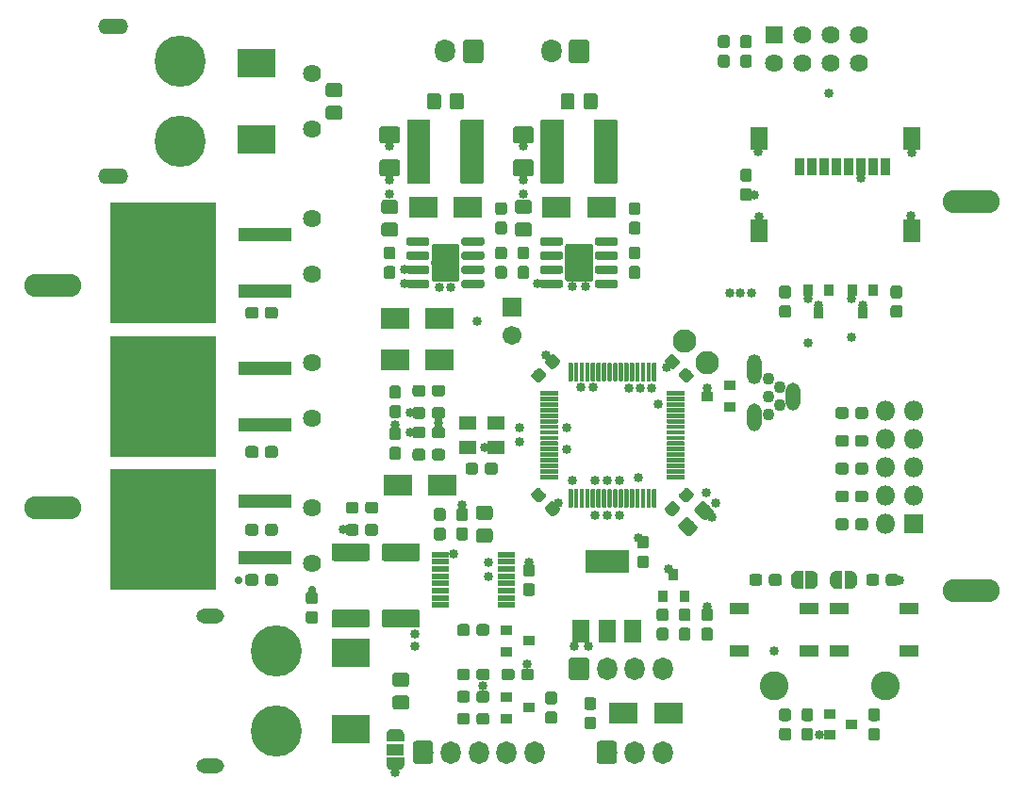
<source format=gts>
G04 #@! TF.GenerationSoftware,KiCad,Pcbnew,(5.1.4)-1*
G04 #@! TF.CreationDate,2020-09-24T22:51:37-04:00*
G04 #@! TF.ProjectId,EBoard Sidecar,45426f61-7264-4205-9369-64656361722e,rev?*
G04 #@! TF.SameCoordinates,Original*
G04 #@! TF.FileFunction,Soldermask,Top*
G04 #@! TF.FilePolarity,Negative*
%FSLAX46Y46*%
G04 Gerber Fmt 4.6, Leading zero omitted, Abs format (unit mm)*
G04 Created by KiCad (PCBNEW (5.1.4)-1) date 2020-09-24 22:51:37*
%MOMM*%
%LPD*%
G04 APERTURE LIST*
%ADD10R,1.601600X1.101600*%
%ADD11C,0.500000*%
%ADD12C,0.100000*%
%ADD13O,5.101600X2.101600*%
%ADD14R,1.801600X1.801600*%
%ADD15O,1.801600X1.801600*%
%ADD16C,1.051600*%
%ADD17R,2.601600X1.901600*%
%ADD18R,1.501600X1.301600*%
%ADD19C,2.101600*%
%ADD20O,1.801600X2.101600*%
%ADD21C,1.801600*%
%ADD22C,1.625600*%
%ADD23R,1.625600X1.625600*%
%ADD24C,0.701600*%
%ADD25C,2.511600*%
%ADD26R,1.601600X0.551600*%
%ADD27C,0.401600*%
%ADD28R,1.601600X2.101600*%
%ADD29R,3.901600X2.101600*%
%ADD30R,1.801600X1.101600*%
%ADD31C,1.626600*%
%ADD32C,1.526600*%
%ADD33R,9.501599X10.901601*%
%ADD34R,4.701601X1.201600*%
%ADD35R,4.701600X1.201600*%
%ADD36R,1.001600X0.901600*%
%ADD37C,1.101600*%
%ADD38O,1.301600X2.501600*%
%ADD39O,1.301600X2.701600*%
%ADD40R,0.901600X1.601600*%
%ADD41R,1.601600X2.151600*%
%ADD42O,1.801600X2.051600*%
%ADD43C,4.601601*%
%ADD44O,2.701600X1.401600*%
%ADD45O,2.501600X1.301600*%
%ADD46R,0.901600X1.001600*%
%ADD47R,3.401600X2.601600*%
%ADD48C,1.251600*%
%ADD49C,1.701600*%
%ADD50R,1.701600X1.701600*%
%ADD51C,2.601600*%
%ADD52C,0.851600*%
G04 APERTURE END LIST*
D10*
X127000000Y-141750000D03*
D11*
X127000000Y-140450000D03*
D12*
G36*
X126199802Y-140443887D02*
G01*
X126199802Y-140425466D01*
X126200047Y-140420486D01*
X126204857Y-140371655D01*
X126205588Y-140366725D01*
X126215160Y-140318600D01*
X126216372Y-140313763D01*
X126230616Y-140266808D01*
X126232295Y-140262115D01*
X126251072Y-140216782D01*
X126253204Y-140212274D01*
X126276335Y-140169001D01*
X126278897Y-140164727D01*
X126306157Y-140123928D01*
X126309127Y-140119923D01*
X126340255Y-140081994D01*
X126343603Y-140078300D01*
X126378300Y-140043603D01*
X126381994Y-140040255D01*
X126419923Y-140009127D01*
X126423928Y-140006157D01*
X126464727Y-139978897D01*
X126469001Y-139976335D01*
X126512274Y-139953204D01*
X126516782Y-139951072D01*
X126562115Y-139932295D01*
X126566808Y-139930616D01*
X126613763Y-139916372D01*
X126618600Y-139915160D01*
X126666725Y-139905588D01*
X126671655Y-139904857D01*
X126720486Y-139900047D01*
X126725466Y-139899802D01*
X126743887Y-139899802D01*
X126750000Y-139899200D01*
X127250000Y-139899200D01*
X127256113Y-139899802D01*
X127274534Y-139899802D01*
X127279514Y-139900047D01*
X127328345Y-139904857D01*
X127333275Y-139905588D01*
X127381400Y-139915160D01*
X127386237Y-139916372D01*
X127433192Y-139930616D01*
X127437885Y-139932295D01*
X127483218Y-139951072D01*
X127487726Y-139953204D01*
X127530999Y-139976335D01*
X127535273Y-139978897D01*
X127576072Y-140006157D01*
X127580077Y-140009127D01*
X127618006Y-140040255D01*
X127621700Y-140043603D01*
X127656397Y-140078300D01*
X127659745Y-140081994D01*
X127690873Y-140119923D01*
X127693843Y-140123928D01*
X127721103Y-140164727D01*
X127723665Y-140169001D01*
X127746796Y-140212274D01*
X127748928Y-140216782D01*
X127767705Y-140262115D01*
X127769384Y-140266808D01*
X127783628Y-140313763D01*
X127784840Y-140318600D01*
X127794412Y-140366725D01*
X127795143Y-140371655D01*
X127799953Y-140420486D01*
X127800198Y-140425466D01*
X127800198Y-140443887D01*
X127800800Y-140450000D01*
X127800800Y-141000000D01*
X127799824Y-141009911D01*
X127796933Y-141019440D01*
X127792239Y-141028223D01*
X127785921Y-141035921D01*
X127778223Y-141042239D01*
X127769440Y-141046933D01*
X127759911Y-141049824D01*
X127750000Y-141050800D01*
X126250000Y-141050800D01*
X126240089Y-141049824D01*
X126230560Y-141046933D01*
X126221777Y-141042239D01*
X126214079Y-141035921D01*
X126207761Y-141028223D01*
X126203067Y-141019440D01*
X126200176Y-141009911D01*
X126199200Y-141000000D01*
X126199200Y-140450000D01*
X126199802Y-140443887D01*
X126199802Y-140443887D01*
G37*
D11*
X127000000Y-143050000D03*
D12*
G36*
X126200176Y-142490089D02*
G01*
X126203067Y-142480560D01*
X126207761Y-142471777D01*
X126214079Y-142464079D01*
X126221777Y-142457761D01*
X126230560Y-142453067D01*
X126240089Y-142450176D01*
X126250000Y-142449200D01*
X127750000Y-142449200D01*
X127759911Y-142450176D01*
X127769440Y-142453067D01*
X127778223Y-142457761D01*
X127785921Y-142464079D01*
X127792239Y-142471777D01*
X127796933Y-142480560D01*
X127799824Y-142490089D01*
X127800800Y-142500000D01*
X127800800Y-143050000D01*
X127800198Y-143056113D01*
X127800198Y-143074534D01*
X127799953Y-143079514D01*
X127795143Y-143128345D01*
X127794412Y-143133275D01*
X127784840Y-143181400D01*
X127783628Y-143186237D01*
X127769384Y-143233192D01*
X127767705Y-143237885D01*
X127748928Y-143283218D01*
X127746796Y-143287726D01*
X127723665Y-143330999D01*
X127721103Y-143335273D01*
X127693843Y-143376072D01*
X127690873Y-143380077D01*
X127659745Y-143418006D01*
X127656397Y-143421700D01*
X127621700Y-143456397D01*
X127618006Y-143459745D01*
X127580077Y-143490873D01*
X127576072Y-143493843D01*
X127535273Y-143521103D01*
X127530999Y-143523665D01*
X127487726Y-143546796D01*
X127483218Y-143548928D01*
X127437885Y-143567705D01*
X127433192Y-143569384D01*
X127386237Y-143583628D01*
X127381400Y-143584840D01*
X127333275Y-143594412D01*
X127328345Y-143595143D01*
X127279514Y-143599953D01*
X127274534Y-143600198D01*
X127256113Y-143600198D01*
X127250000Y-143600800D01*
X126750000Y-143600800D01*
X126743887Y-143600198D01*
X126725466Y-143600198D01*
X126720486Y-143599953D01*
X126671655Y-143595143D01*
X126666725Y-143594412D01*
X126618600Y-143584840D01*
X126613763Y-143583628D01*
X126566808Y-143569384D01*
X126562115Y-143567705D01*
X126516782Y-143548928D01*
X126512274Y-143546796D01*
X126469001Y-143523665D01*
X126464727Y-143521103D01*
X126423928Y-143493843D01*
X126419923Y-143490873D01*
X126381994Y-143459745D01*
X126378300Y-143456397D01*
X126343603Y-143421700D01*
X126340255Y-143418006D01*
X126309127Y-143380077D01*
X126306157Y-143376072D01*
X126278897Y-143335273D01*
X126276335Y-143330999D01*
X126253204Y-143287726D01*
X126251072Y-143283218D01*
X126232295Y-143237885D01*
X126230616Y-143233192D01*
X126216372Y-143186237D01*
X126215160Y-143181400D01*
X126205588Y-143133275D01*
X126204857Y-143128345D01*
X126200047Y-143079514D01*
X126199802Y-143074534D01*
X126199802Y-143056113D01*
X126199200Y-143050000D01*
X126199200Y-142500000D01*
X126200176Y-142490089D01*
X126200176Y-142490089D01*
G37*
D13*
X178750000Y-127500000D03*
X178750000Y-92500000D03*
X96250000Y-120000000D03*
X96250000Y-100000000D03*
D14*
X173540000Y-121500000D03*
D15*
X171000000Y-121500000D03*
X173540000Y-118960000D03*
X171000000Y-118960000D03*
X173540000Y-116420000D03*
X171000000Y-116420000D03*
X173540000Y-113880000D03*
X171000000Y-113880000D03*
X173540000Y-111340000D03*
X171000000Y-111340000D03*
D12*
G36*
X129463669Y-110975466D02*
G01*
X129489189Y-110979252D01*
X129514216Y-110985520D01*
X129538507Y-110994212D01*
X129561830Y-111005243D01*
X129583959Y-111018507D01*
X129604682Y-111033876D01*
X129623798Y-111051202D01*
X129641124Y-111070318D01*
X129656493Y-111091041D01*
X129669757Y-111113170D01*
X129680788Y-111136493D01*
X129689480Y-111160784D01*
X129695748Y-111185811D01*
X129699534Y-111211331D01*
X129700800Y-111237100D01*
X129700800Y-111762900D01*
X129699534Y-111788669D01*
X129695748Y-111814189D01*
X129689480Y-111839216D01*
X129680788Y-111863507D01*
X129669757Y-111886830D01*
X129656493Y-111908959D01*
X129641124Y-111929682D01*
X129623798Y-111948798D01*
X129604682Y-111966124D01*
X129583959Y-111981493D01*
X129561830Y-111994757D01*
X129538507Y-112005788D01*
X129514216Y-112014480D01*
X129489189Y-112020748D01*
X129463669Y-112024534D01*
X129437900Y-112025800D01*
X128812100Y-112025800D01*
X128786331Y-112024534D01*
X128760811Y-112020748D01*
X128735784Y-112014480D01*
X128711493Y-112005788D01*
X128688170Y-111994757D01*
X128666041Y-111981493D01*
X128645318Y-111966124D01*
X128626202Y-111948798D01*
X128608876Y-111929682D01*
X128593507Y-111908959D01*
X128580243Y-111886830D01*
X128569212Y-111863507D01*
X128560520Y-111839216D01*
X128554252Y-111814189D01*
X128550466Y-111788669D01*
X128549200Y-111762900D01*
X128549200Y-111237100D01*
X128550466Y-111211331D01*
X128554252Y-111185811D01*
X128560520Y-111160784D01*
X128569212Y-111136493D01*
X128580243Y-111113170D01*
X128593507Y-111091041D01*
X128608876Y-111070318D01*
X128626202Y-111051202D01*
X128645318Y-111033876D01*
X128666041Y-111018507D01*
X128688170Y-111005243D01*
X128711493Y-110994212D01*
X128735784Y-110985520D01*
X128760811Y-110979252D01*
X128786331Y-110975466D01*
X128812100Y-110974200D01*
X129437900Y-110974200D01*
X129463669Y-110975466D01*
X129463669Y-110975466D01*
G37*
D16*
X129125000Y-111500000D03*
D12*
G36*
X131213669Y-110975466D02*
G01*
X131239189Y-110979252D01*
X131264216Y-110985520D01*
X131288507Y-110994212D01*
X131311830Y-111005243D01*
X131333959Y-111018507D01*
X131354682Y-111033876D01*
X131373798Y-111051202D01*
X131391124Y-111070318D01*
X131406493Y-111091041D01*
X131419757Y-111113170D01*
X131430788Y-111136493D01*
X131439480Y-111160784D01*
X131445748Y-111185811D01*
X131449534Y-111211331D01*
X131450800Y-111237100D01*
X131450800Y-111762900D01*
X131449534Y-111788669D01*
X131445748Y-111814189D01*
X131439480Y-111839216D01*
X131430788Y-111863507D01*
X131419757Y-111886830D01*
X131406493Y-111908959D01*
X131391124Y-111929682D01*
X131373798Y-111948798D01*
X131354682Y-111966124D01*
X131333959Y-111981493D01*
X131311830Y-111994757D01*
X131288507Y-112005788D01*
X131264216Y-112014480D01*
X131239189Y-112020748D01*
X131213669Y-112024534D01*
X131187900Y-112025800D01*
X130562100Y-112025800D01*
X130536331Y-112024534D01*
X130510811Y-112020748D01*
X130485784Y-112014480D01*
X130461493Y-112005788D01*
X130438170Y-111994757D01*
X130416041Y-111981493D01*
X130395318Y-111966124D01*
X130376202Y-111948798D01*
X130358876Y-111929682D01*
X130343507Y-111908959D01*
X130330243Y-111886830D01*
X130319212Y-111863507D01*
X130310520Y-111839216D01*
X130304252Y-111814189D01*
X130300466Y-111788669D01*
X130299200Y-111762900D01*
X130299200Y-111237100D01*
X130300466Y-111211331D01*
X130304252Y-111185811D01*
X130310520Y-111160784D01*
X130319212Y-111136493D01*
X130330243Y-111113170D01*
X130343507Y-111091041D01*
X130358876Y-111070318D01*
X130376202Y-111051202D01*
X130395318Y-111033876D01*
X130416041Y-111018507D01*
X130438170Y-111005243D01*
X130461493Y-110994212D01*
X130485784Y-110985520D01*
X130510811Y-110979252D01*
X130536331Y-110975466D01*
X130562100Y-110974200D01*
X131187900Y-110974200D01*
X131213669Y-110975466D01*
X131213669Y-110975466D01*
G37*
D16*
X130875000Y-111500000D03*
D12*
G36*
X127288669Y-110800466D02*
G01*
X127314189Y-110804252D01*
X127339216Y-110810520D01*
X127363507Y-110819212D01*
X127386830Y-110830243D01*
X127408959Y-110843507D01*
X127429682Y-110858876D01*
X127448798Y-110876202D01*
X127466124Y-110895318D01*
X127481493Y-110916041D01*
X127494757Y-110938170D01*
X127505788Y-110961493D01*
X127514480Y-110985784D01*
X127520748Y-111010811D01*
X127524534Y-111036331D01*
X127525800Y-111062100D01*
X127525800Y-111687900D01*
X127524534Y-111713669D01*
X127520748Y-111739189D01*
X127514480Y-111764216D01*
X127505788Y-111788507D01*
X127494757Y-111811830D01*
X127481493Y-111833959D01*
X127466124Y-111854682D01*
X127448798Y-111873798D01*
X127429682Y-111891124D01*
X127408959Y-111906493D01*
X127386830Y-111919757D01*
X127363507Y-111930788D01*
X127339216Y-111939480D01*
X127314189Y-111945748D01*
X127288669Y-111949534D01*
X127262900Y-111950800D01*
X126737100Y-111950800D01*
X126711331Y-111949534D01*
X126685811Y-111945748D01*
X126660784Y-111939480D01*
X126636493Y-111930788D01*
X126613170Y-111919757D01*
X126591041Y-111906493D01*
X126570318Y-111891124D01*
X126551202Y-111873798D01*
X126533876Y-111854682D01*
X126518507Y-111833959D01*
X126505243Y-111811830D01*
X126494212Y-111788507D01*
X126485520Y-111764216D01*
X126479252Y-111739189D01*
X126475466Y-111713669D01*
X126474200Y-111687900D01*
X126474200Y-111062100D01*
X126475466Y-111036331D01*
X126479252Y-111010811D01*
X126485520Y-110985784D01*
X126494212Y-110961493D01*
X126505243Y-110938170D01*
X126518507Y-110916041D01*
X126533876Y-110895318D01*
X126551202Y-110876202D01*
X126570318Y-110858876D01*
X126591041Y-110843507D01*
X126613170Y-110830243D01*
X126636493Y-110819212D01*
X126660784Y-110810520D01*
X126685811Y-110804252D01*
X126711331Y-110800466D01*
X126737100Y-110799200D01*
X127262900Y-110799200D01*
X127288669Y-110800466D01*
X127288669Y-110800466D01*
G37*
D16*
X127000000Y-111375000D03*
D12*
G36*
X127288669Y-109050466D02*
G01*
X127314189Y-109054252D01*
X127339216Y-109060520D01*
X127363507Y-109069212D01*
X127386830Y-109080243D01*
X127408959Y-109093507D01*
X127429682Y-109108876D01*
X127448798Y-109126202D01*
X127466124Y-109145318D01*
X127481493Y-109166041D01*
X127494757Y-109188170D01*
X127505788Y-109211493D01*
X127514480Y-109235784D01*
X127520748Y-109260811D01*
X127524534Y-109286331D01*
X127525800Y-109312100D01*
X127525800Y-109937900D01*
X127524534Y-109963669D01*
X127520748Y-109989189D01*
X127514480Y-110014216D01*
X127505788Y-110038507D01*
X127494757Y-110061830D01*
X127481493Y-110083959D01*
X127466124Y-110104682D01*
X127448798Y-110123798D01*
X127429682Y-110141124D01*
X127408959Y-110156493D01*
X127386830Y-110169757D01*
X127363507Y-110180788D01*
X127339216Y-110189480D01*
X127314189Y-110195748D01*
X127288669Y-110199534D01*
X127262900Y-110200800D01*
X126737100Y-110200800D01*
X126711331Y-110199534D01*
X126685811Y-110195748D01*
X126660784Y-110189480D01*
X126636493Y-110180788D01*
X126613170Y-110169757D01*
X126591041Y-110156493D01*
X126570318Y-110141124D01*
X126551202Y-110123798D01*
X126533876Y-110104682D01*
X126518507Y-110083959D01*
X126505243Y-110061830D01*
X126494212Y-110038507D01*
X126485520Y-110014216D01*
X126479252Y-109989189D01*
X126475466Y-109963669D01*
X126474200Y-109937900D01*
X126474200Y-109312100D01*
X126475466Y-109286331D01*
X126479252Y-109260811D01*
X126485520Y-109235784D01*
X126494212Y-109211493D01*
X126505243Y-109188170D01*
X126518507Y-109166041D01*
X126533876Y-109145318D01*
X126551202Y-109126202D01*
X126570318Y-109108876D01*
X126591041Y-109093507D01*
X126613170Y-109080243D01*
X126636493Y-109069212D01*
X126660784Y-109060520D01*
X126685811Y-109054252D01*
X126711331Y-109050466D01*
X126737100Y-109049200D01*
X127262900Y-109049200D01*
X127288669Y-109050466D01*
X127288669Y-109050466D01*
G37*
D16*
X127000000Y-109625000D03*
D17*
X127000000Y-106750000D03*
X131000000Y-106750000D03*
D12*
G36*
X131213669Y-108975466D02*
G01*
X131239189Y-108979252D01*
X131264216Y-108985520D01*
X131288507Y-108994212D01*
X131311830Y-109005243D01*
X131333959Y-109018507D01*
X131354682Y-109033876D01*
X131373798Y-109051202D01*
X131391124Y-109070318D01*
X131406493Y-109091041D01*
X131419757Y-109113170D01*
X131430788Y-109136493D01*
X131439480Y-109160784D01*
X131445748Y-109185811D01*
X131449534Y-109211331D01*
X131450800Y-109237100D01*
X131450800Y-109762900D01*
X131449534Y-109788669D01*
X131445748Y-109814189D01*
X131439480Y-109839216D01*
X131430788Y-109863507D01*
X131419757Y-109886830D01*
X131406493Y-109908959D01*
X131391124Y-109929682D01*
X131373798Y-109948798D01*
X131354682Y-109966124D01*
X131333959Y-109981493D01*
X131311830Y-109994757D01*
X131288507Y-110005788D01*
X131264216Y-110014480D01*
X131239189Y-110020748D01*
X131213669Y-110024534D01*
X131187900Y-110025800D01*
X130562100Y-110025800D01*
X130536331Y-110024534D01*
X130510811Y-110020748D01*
X130485784Y-110014480D01*
X130461493Y-110005788D01*
X130438170Y-109994757D01*
X130416041Y-109981493D01*
X130395318Y-109966124D01*
X130376202Y-109948798D01*
X130358876Y-109929682D01*
X130343507Y-109908959D01*
X130330243Y-109886830D01*
X130319212Y-109863507D01*
X130310520Y-109839216D01*
X130304252Y-109814189D01*
X130300466Y-109788669D01*
X130299200Y-109762900D01*
X130299200Y-109237100D01*
X130300466Y-109211331D01*
X130304252Y-109185811D01*
X130310520Y-109160784D01*
X130319212Y-109136493D01*
X130330243Y-109113170D01*
X130343507Y-109091041D01*
X130358876Y-109070318D01*
X130376202Y-109051202D01*
X130395318Y-109033876D01*
X130416041Y-109018507D01*
X130438170Y-109005243D01*
X130461493Y-108994212D01*
X130485784Y-108985520D01*
X130510811Y-108979252D01*
X130536331Y-108975466D01*
X130562100Y-108974200D01*
X131187900Y-108974200D01*
X131213669Y-108975466D01*
X131213669Y-108975466D01*
G37*
D16*
X130875000Y-109500000D03*
D12*
G36*
X129463669Y-108975466D02*
G01*
X129489189Y-108979252D01*
X129514216Y-108985520D01*
X129538507Y-108994212D01*
X129561830Y-109005243D01*
X129583959Y-109018507D01*
X129604682Y-109033876D01*
X129623798Y-109051202D01*
X129641124Y-109070318D01*
X129656493Y-109091041D01*
X129669757Y-109113170D01*
X129680788Y-109136493D01*
X129689480Y-109160784D01*
X129695748Y-109185811D01*
X129699534Y-109211331D01*
X129700800Y-109237100D01*
X129700800Y-109762900D01*
X129699534Y-109788669D01*
X129695748Y-109814189D01*
X129689480Y-109839216D01*
X129680788Y-109863507D01*
X129669757Y-109886830D01*
X129656493Y-109908959D01*
X129641124Y-109929682D01*
X129623798Y-109948798D01*
X129604682Y-109966124D01*
X129583959Y-109981493D01*
X129561830Y-109994757D01*
X129538507Y-110005788D01*
X129514216Y-110014480D01*
X129489189Y-110020748D01*
X129463669Y-110024534D01*
X129437900Y-110025800D01*
X128812100Y-110025800D01*
X128786331Y-110024534D01*
X128760811Y-110020748D01*
X128735784Y-110014480D01*
X128711493Y-110005788D01*
X128688170Y-109994757D01*
X128666041Y-109981493D01*
X128645318Y-109966124D01*
X128626202Y-109948798D01*
X128608876Y-109929682D01*
X128593507Y-109908959D01*
X128580243Y-109886830D01*
X128569212Y-109863507D01*
X128560520Y-109839216D01*
X128554252Y-109814189D01*
X128550466Y-109788669D01*
X128549200Y-109762900D01*
X128549200Y-109237100D01*
X128550466Y-109211331D01*
X128554252Y-109185811D01*
X128560520Y-109160784D01*
X128569212Y-109136493D01*
X128580243Y-109113170D01*
X128593507Y-109091041D01*
X128608876Y-109070318D01*
X128626202Y-109051202D01*
X128645318Y-109033876D01*
X128666041Y-109018507D01*
X128688170Y-109005243D01*
X128711493Y-108994212D01*
X128735784Y-108985520D01*
X128760811Y-108979252D01*
X128786331Y-108975466D01*
X128812100Y-108974200D01*
X129437900Y-108974200D01*
X129463669Y-108975466D01*
X129463669Y-108975466D01*
G37*
D16*
X129125000Y-109500000D03*
D12*
G36*
X167463669Y-113475466D02*
G01*
X167489189Y-113479252D01*
X167514216Y-113485520D01*
X167538507Y-113494212D01*
X167561830Y-113505243D01*
X167583959Y-113518507D01*
X167604682Y-113533876D01*
X167623798Y-113551202D01*
X167641124Y-113570318D01*
X167656493Y-113591041D01*
X167669757Y-113613170D01*
X167680788Y-113636493D01*
X167689480Y-113660784D01*
X167695748Y-113685811D01*
X167699534Y-113711331D01*
X167700800Y-113737100D01*
X167700800Y-114262900D01*
X167699534Y-114288669D01*
X167695748Y-114314189D01*
X167689480Y-114339216D01*
X167680788Y-114363507D01*
X167669757Y-114386830D01*
X167656493Y-114408959D01*
X167641124Y-114429682D01*
X167623798Y-114448798D01*
X167604682Y-114466124D01*
X167583959Y-114481493D01*
X167561830Y-114494757D01*
X167538507Y-114505788D01*
X167514216Y-114514480D01*
X167489189Y-114520748D01*
X167463669Y-114524534D01*
X167437900Y-114525800D01*
X166812100Y-114525800D01*
X166786331Y-114524534D01*
X166760811Y-114520748D01*
X166735784Y-114514480D01*
X166711493Y-114505788D01*
X166688170Y-114494757D01*
X166666041Y-114481493D01*
X166645318Y-114466124D01*
X166626202Y-114448798D01*
X166608876Y-114429682D01*
X166593507Y-114408959D01*
X166580243Y-114386830D01*
X166569212Y-114363507D01*
X166560520Y-114339216D01*
X166554252Y-114314189D01*
X166550466Y-114288669D01*
X166549200Y-114262900D01*
X166549200Y-113737100D01*
X166550466Y-113711331D01*
X166554252Y-113685811D01*
X166560520Y-113660784D01*
X166569212Y-113636493D01*
X166580243Y-113613170D01*
X166593507Y-113591041D01*
X166608876Y-113570318D01*
X166626202Y-113551202D01*
X166645318Y-113533876D01*
X166666041Y-113518507D01*
X166688170Y-113505243D01*
X166711493Y-113494212D01*
X166735784Y-113485520D01*
X166760811Y-113479252D01*
X166786331Y-113475466D01*
X166812100Y-113474200D01*
X167437900Y-113474200D01*
X167463669Y-113475466D01*
X167463669Y-113475466D01*
G37*
D16*
X167125000Y-114000000D03*
D12*
G36*
X169213669Y-113475466D02*
G01*
X169239189Y-113479252D01*
X169264216Y-113485520D01*
X169288507Y-113494212D01*
X169311830Y-113505243D01*
X169333959Y-113518507D01*
X169354682Y-113533876D01*
X169373798Y-113551202D01*
X169391124Y-113570318D01*
X169406493Y-113591041D01*
X169419757Y-113613170D01*
X169430788Y-113636493D01*
X169439480Y-113660784D01*
X169445748Y-113685811D01*
X169449534Y-113711331D01*
X169450800Y-113737100D01*
X169450800Y-114262900D01*
X169449534Y-114288669D01*
X169445748Y-114314189D01*
X169439480Y-114339216D01*
X169430788Y-114363507D01*
X169419757Y-114386830D01*
X169406493Y-114408959D01*
X169391124Y-114429682D01*
X169373798Y-114448798D01*
X169354682Y-114466124D01*
X169333959Y-114481493D01*
X169311830Y-114494757D01*
X169288507Y-114505788D01*
X169264216Y-114514480D01*
X169239189Y-114520748D01*
X169213669Y-114524534D01*
X169187900Y-114525800D01*
X168562100Y-114525800D01*
X168536331Y-114524534D01*
X168510811Y-114520748D01*
X168485784Y-114514480D01*
X168461493Y-114505788D01*
X168438170Y-114494757D01*
X168416041Y-114481493D01*
X168395318Y-114466124D01*
X168376202Y-114448798D01*
X168358876Y-114429682D01*
X168343507Y-114408959D01*
X168330243Y-114386830D01*
X168319212Y-114363507D01*
X168310520Y-114339216D01*
X168304252Y-114314189D01*
X168300466Y-114288669D01*
X168299200Y-114262900D01*
X168299200Y-113737100D01*
X168300466Y-113711331D01*
X168304252Y-113685811D01*
X168310520Y-113660784D01*
X168319212Y-113636493D01*
X168330243Y-113613170D01*
X168343507Y-113591041D01*
X168358876Y-113570318D01*
X168376202Y-113551202D01*
X168395318Y-113533876D01*
X168416041Y-113518507D01*
X168438170Y-113505243D01*
X168461493Y-113494212D01*
X168485784Y-113485520D01*
X168510811Y-113479252D01*
X168536331Y-113475466D01*
X168562100Y-113474200D01*
X169187900Y-113474200D01*
X169213669Y-113475466D01*
X169213669Y-113475466D01*
G37*
D16*
X168875000Y-114000000D03*
D12*
G36*
X167463669Y-115975466D02*
G01*
X167489189Y-115979252D01*
X167514216Y-115985520D01*
X167538507Y-115994212D01*
X167561830Y-116005243D01*
X167583959Y-116018507D01*
X167604682Y-116033876D01*
X167623798Y-116051202D01*
X167641124Y-116070318D01*
X167656493Y-116091041D01*
X167669757Y-116113170D01*
X167680788Y-116136493D01*
X167689480Y-116160784D01*
X167695748Y-116185811D01*
X167699534Y-116211331D01*
X167700800Y-116237100D01*
X167700800Y-116762900D01*
X167699534Y-116788669D01*
X167695748Y-116814189D01*
X167689480Y-116839216D01*
X167680788Y-116863507D01*
X167669757Y-116886830D01*
X167656493Y-116908959D01*
X167641124Y-116929682D01*
X167623798Y-116948798D01*
X167604682Y-116966124D01*
X167583959Y-116981493D01*
X167561830Y-116994757D01*
X167538507Y-117005788D01*
X167514216Y-117014480D01*
X167489189Y-117020748D01*
X167463669Y-117024534D01*
X167437900Y-117025800D01*
X166812100Y-117025800D01*
X166786331Y-117024534D01*
X166760811Y-117020748D01*
X166735784Y-117014480D01*
X166711493Y-117005788D01*
X166688170Y-116994757D01*
X166666041Y-116981493D01*
X166645318Y-116966124D01*
X166626202Y-116948798D01*
X166608876Y-116929682D01*
X166593507Y-116908959D01*
X166580243Y-116886830D01*
X166569212Y-116863507D01*
X166560520Y-116839216D01*
X166554252Y-116814189D01*
X166550466Y-116788669D01*
X166549200Y-116762900D01*
X166549200Y-116237100D01*
X166550466Y-116211331D01*
X166554252Y-116185811D01*
X166560520Y-116160784D01*
X166569212Y-116136493D01*
X166580243Y-116113170D01*
X166593507Y-116091041D01*
X166608876Y-116070318D01*
X166626202Y-116051202D01*
X166645318Y-116033876D01*
X166666041Y-116018507D01*
X166688170Y-116005243D01*
X166711493Y-115994212D01*
X166735784Y-115985520D01*
X166760811Y-115979252D01*
X166786331Y-115975466D01*
X166812100Y-115974200D01*
X167437900Y-115974200D01*
X167463669Y-115975466D01*
X167463669Y-115975466D01*
G37*
D16*
X167125000Y-116500000D03*
D12*
G36*
X169213669Y-115975466D02*
G01*
X169239189Y-115979252D01*
X169264216Y-115985520D01*
X169288507Y-115994212D01*
X169311830Y-116005243D01*
X169333959Y-116018507D01*
X169354682Y-116033876D01*
X169373798Y-116051202D01*
X169391124Y-116070318D01*
X169406493Y-116091041D01*
X169419757Y-116113170D01*
X169430788Y-116136493D01*
X169439480Y-116160784D01*
X169445748Y-116185811D01*
X169449534Y-116211331D01*
X169450800Y-116237100D01*
X169450800Y-116762900D01*
X169449534Y-116788669D01*
X169445748Y-116814189D01*
X169439480Y-116839216D01*
X169430788Y-116863507D01*
X169419757Y-116886830D01*
X169406493Y-116908959D01*
X169391124Y-116929682D01*
X169373798Y-116948798D01*
X169354682Y-116966124D01*
X169333959Y-116981493D01*
X169311830Y-116994757D01*
X169288507Y-117005788D01*
X169264216Y-117014480D01*
X169239189Y-117020748D01*
X169213669Y-117024534D01*
X169187900Y-117025800D01*
X168562100Y-117025800D01*
X168536331Y-117024534D01*
X168510811Y-117020748D01*
X168485784Y-117014480D01*
X168461493Y-117005788D01*
X168438170Y-116994757D01*
X168416041Y-116981493D01*
X168395318Y-116966124D01*
X168376202Y-116948798D01*
X168358876Y-116929682D01*
X168343507Y-116908959D01*
X168330243Y-116886830D01*
X168319212Y-116863507D01*
X168310520Y-116839216D01*
X168304252Y-116814189D01*
X168300466Y-116788669D01*
X168299200Y-116762900D01*
X168299200Y-116237100D01*
X168300466Y-116211331D01*
X168304252Y-116185811D01*
X168310520Y-116160784D01*
X168319212Y-116136493D01*
X168330243Y-116113170D01*
X168343507Y-116091041D01*
X168358876Y-116070318D01*
X168376202Y-116051202D01*
X168395318Y-116033876D01*
X168416041Y-116018507D01*
X168438170Y-116005243D01*
X168461493Y-115994212D01*
X168485784Y-115985520D01*
X168510811Y-115979252D01*
X168536331Y-115975466D01*
X168562100Y-115974200D01*
X169187900Y-115974200D01*
X169213669Y-115975466D01*
X169213669Y-115975466D01*
G37*
D16*
X168875000Y-116500000D03*
D12*
G36*
X167463669Y-118475466D02*
G01*
X167489189Y-118479252D01*
X167514216Y-118485520D01*
X167538507Y-118494212D01*
X167561830Y-118505243D01*
X167583959Y-118518507D01*
X167604682Y-118533876D01*
X167623798Y-118551202D01*
X167641124Y-118570318D01*
X167656493Y-118591041D01*
X167669757Y-118613170D01*
X167680788Y-118636493D01*
X167689480Y-118660784D01*
X167695748Y-118685811D01*
X167699534Y-118711331D01*
X167700800Y-118737100D01*
X167700800Y-119262900D01*
X167699534Y-119288669D01*
X167695748Y-119314189D01*
X167689480Y-119339216D01*
X167680788Y-119363507D01*
X167669757Y-119386830D01*
X167656493Y-119408959D01*
X167641124Y-119429682D01*
X167623798Y-119448798D01*
X167604682Y-119466124D01*
X167583959Y-119481493D01*
X167561830Y-119494757D01*
X167538507Y-119505788D01*
X167514216Y-119514480D01*
X167489189Y-119520748D01*
X167463669Y-119524534D01*
X167437900Y-119525800D01*
X166812100Y-119525800D01*
X166786331Y-119524534D01*
X166760811Y-119520748D01*
X166735784Y-119514480D01*
X166711493Y-119505788D01*
X166688170Y-119494757D01*
X166666041Y-119481493D01*
X166645318Y-119466124D01*
X166626202Y-119448798D01*
X166608876Y-119429682D01*
X166593507Y-119408959D01*
X166580243Y-119386830D01*
X166569212Y-119363507D01*
X166560520Y-119339216D01*
X166554252Y-119314189D01*
X166550466Y-119288669D01*
X166549200Y-119262900D01*
X166549200Y-118737100D01*
X166550466Y-118711331D01*
X166554252Y-118685811D01*
X166560520Y-118660784D01*
X166569212Y-118636493D01*
X166580243Y-118613170D01*
X166593507Y-118591041D01*
X166608876Y-118570318D01*
X166626202Y-118551202D01*
X166645318Y-118533876D01*
X166666041Y-118518507D01*
X166688170Y-118505243D01*
X166711493Y-118494212D01*
X166735784Y-118485520D01*
X166760811Y-118479252D01*
X166786331Y-118475466D01*
X166812100Y-118474200D01*
X167437900Y-118474200D01*
X167463669Y-118475466D01*
X167463669Y-118475466D01*
G37*
D16*
X167125000Y-119000000D03*
D12*
G36*
X169213669Y-118475466D02*
G01*
X169239189Y-118479252D01*
X169264216Y-118485520D01*
X169288507Y-118494212D01*
X169311830Y-118505243D01*
X169333959Y-118518507D01*
X169354682Y-118533876D01*
X169373798Y-118551202D01*
X169391124Y-118570318D01*
X169406493Y-118591041D01*
X169419757Y-118613170D01*
X169430788Y-118636493D01*
X169439480Y-118660784D01*
X169445748Y-118685811D01*
X169449534Y-118711331D01*
X169450800Y-118737100D01*
X169450800Y-119262900D01*
X169449534Y-119288669D01*
X169445748Y-119314189D01*
X169439480Y-119339216D01*
X169430788Y-119363507D01*
X169419757Y-119386830D01*
X169406493Y-119408959D01*
X169391124Y-119429682D01*
X169373798Y-119448798D01*
X169354682Y-119466124D01*
X169333959Y-119481493D01*
X169311830Y-119494757D01*
X169288507Y-119505788D01*
X169264216Y-119514480D01*
X169239189Y-119520748D01*
X169213669Y-119524534D01*
X169187900Y-119525800D01*
X168562100Y-119525800D01*
X168536331Y-119524534D01*
X168510811Y-119520748D01*
X168485784Y-119514480D01*
X168461493Y-119505788D01*
X168438170Y-119494757D01*
X168416041Y-119481493D01*
X168395318Y-119466124D01*
X168376202Y-119448798D01*
X168358876Y-119429682D01*
X168343507Y-119408959D01*
X168330243Y-119386830D01*
X168319212Y-119363507D01*
X168310520Y-119339216D01*
X168304252Y-119314189D01*
X168300466Y-119288669D01*
X168299200Y-119262900D01*
X168299200Y-118737100D01*
X168300466Y-118711331D01*
X168304252Y-118685811D01*
X168310520Y-118660784D01*
X168319212Y-118636493D01*
X168330243Y-118613170D01*
X168343507Y-118591041D01*
X168358876Y-118570318D01*
X168376202Y-118551202D01*
X168395318Y-118533876D01*
X168416041Y-118518507D01*
X168438170Y-118505243D01*
X168461493Y-118494212D01*
X168485784Y-118485520D01*
X168510811Y-118479252D01*
X168536331Y-118475466D01*
X168562100Y-118474200D01*
X169187900Y-118474200D01*
X169213669Y-118475466D01*
X169213669Y-118475466D01*
G37*
D16*
X168875000Y-119000000D03*
D12*
G36*
X167463669Y-120975466D02*
G01*
X167489189Y-120979252D01*
X167514216Y-120985520D01*
X167538507Y-120994212D01*
X167561830Y-121005243D01*
X167583959Y-121018507D01*
X167604682Y-121033876D01*
X167623798Y-121051202D01*
X167641124Y-121070318D01*
X167656493Y-121091041D01*
X167669757Y-121113170D01*
X167680788Y-121136493D01*
X167689480Y-121160784D01*
X167695748Y-121185811D01*
X167699534Y-121211331D01*
X167700800Y-121237100D01*
X167700800Y-121762900D01*
X167699534Y-121788669D01*
X167695748Y-121814189D01*
X167689480Y-121839216D01*
X167680788Y-121863507D01*
X167669757Y-121886830D01*
X167656493Y-121908959D01*
X167641124Y-121929682D01*
X167623798Y-121948798D01*
X167604682Y-121966124D01*
X167583959Y-121981493D01*
X167561830Y-121994757D01*
X167538507Y-122005788D01*
X167514216Y-122014480D01*
X167489189Y-122020748D01*
X167463669Y-122024534D01*
X167437900Y-122025800D01*
X166812100Y-122025800D01*
X166786331Y-122024534D01*
X166760811Y-122020748D01*
X166735784Y-122014480D01*
X166711493Y-122005788D01*
X166688170Y-121994757D01*
X166666041Y-121981493D01*
X166645318Y-121966124D01*
X166626202Y-121948798D01*
X166608876Y-121929682D01*
X166593507Y-121908959D01*
X166580243Y-121886830D01*
X166569212Y-121863507D01*
X166560520Y-121839216D01*
X166554252Y-121814189D01*
X166550466Y-121788669D01*
X166549200Y-121762900D01*
X166549200Y-121237100D01*
X166550466Y-121211331D01*
X166554252Y-121185811D01*
X166560520Y-121160784D01*
X166569212Y-121136493D01*
X166580243Y-121113170D01*
X166593507Y-121091041D01*
X166608876Y-121070318D01*
X166626202Y-121051202D01*
X166645318Y-121033876D01*
X166666041Y-121018507D01*
X166688170Y-121005243D01*
X166711493Y-120994212D01*
X166735784Y-120985520D01*
X166760811Y-120979252D01*
X166786331Y-120975466D01*
X166812100Y-120974200D01*
X167437900Y-120974200D01*
X167463669Y-120975466D01*
X167463669Y-120975466D01*
G37*
D16*
X167125000Y-121500000D03*
D12*
G36*
X169213669Y-120975466D02*
G01*
X169239189Y-120979252D01*
X169264216Y-120985520D01*
X169288507Y-120994212D01*
X169311830Y-121005243D01*
X169333959Y-121018507D01*
X169354682Y-121033876D01*
X169373798Y-121051202D01*
X169391124Y-121070318D01*
X169406493Y-121091041D01*
X169419757Y-121113170D01*
X169430788Y-121136493D01*
X169439480Y-121160784D01*
X169445748Y-121185811D01*
X169449534Y-121211331D01*
X169450800Y-121237100D01*
X169450800Y-121762900D01*
X169449534Y-121788669D01*
X169445748Y-121814189D01*
X169439480Y-121839216D01*
X169430788Y-121863507D01*
X169419757Y-121886830D01*
X169406493Y-121908959D01*
X169391124Y-121929682D01*
X169373798Y-121948798D01*
X169354682Y-121966124D01*
X169333959Y-121981493D01*
X169311830Y-121994757D01*
X169288507Y-122005788D01*
X169264216Y-122014480D01*
X169239189Y-122020748D01*
X169213669Y-122024534D01*
X169187900Y-122025800D01*
X168562100Y-122025800D01*
X168536331Y-122024534D01*
X168510811Y-122020748D01*
X168485784Y-122014480D01*
X168461493Y-122005788D01*
X168438170Y-121994757D01*
X168416041Y-121981493D01*
X168395318Y-121966124D01*
X168376202Y-121948798D01*
X168358876Y-121929682D01*
X168343507Y-121908959D01*
X168330243Y-121886830D01*
X168319212Y-121863507D01*
X168310520Y-121839216D01*
X168304252Y-121814189D01*
X168300466Y-121788669D01*
X168299200Y-121762900D01*
X168299200Y-121237100D01*
X168300466Y-121211331D01*
X168304252Y-121185811D01*
X168310520Y-121160784D01*
X168319212Y-121136493D01*
X168330243Y-121113170D01*
X168343507Y-121091041D01*
X168358876Y-121070318D01*
X168376202Y-121051202D01*
X168395318Y-121033876D01*
X168416041Y-121018507D01*
X168438170Y-121005243D01*
X168461493Y-120994212D01*
X168485784Y-120985520D01*
X168510811Y-120979252D01*
X168536331Y-120975466D01*
X168562100Y-120974200D01*
X169187900Y-120974200D01*
X169213669Y-120975466D01*
X169213669Y-120975466D01*
G37*
D16*
X168875000Y-121500000D03*
D12*
G36*
X141109132Y-119449932D02*
G01*
X141134652Y-119453718D01*
X141159679Y-119459986D01*
X141183970Y-119468678D01*
X141207293Y-119479709D01*
X141229422Y-119492973D01*
X141250145Y-119508342D01*
X141269261Y-119525668D01*
X141711768Y-119968175D01*
X141729094Y-119987291D01*
X141744463Y-120008014D01*
X141757727Y-120030143D01*
X141768758Y-120053466D01*
X141777450Y-120077757D01*
X141783718Y-120102784D01*
X141787504Y-120128304D01*
X141788770Y-120154073D01*
X141787504Y-120179842D01*
X141783718Y-120205362D01*
X141777450Y-120230389D01*
X141768758Y-120254680D01*
X141757727Y-120278003D01*
X141744463Y-120300132D01*
X141729094Y-120320855D01*
X141711768Y-120339971D01*
X141339971Y-120711768D01*
X141320855Y-120729094D01*
X141300132Y-120744463D01*
X141278003Y-120757727D01*
X141254680Y-120768758D01*
X141230389Y-120777450D01*
X141205362Y-120783718D01*
X141179842Y-120787504D01*
X141154073Y-120788770D01*
X141128304Y-120787504D01*
X141102784Y-120783718D01*
X141077757Y-120777450D01*
X141053466Y-120768758D01*
X141030143Y-120757727D01*
X141008014Y-120744463D01*
X140987291Y-120729094D01*
X140968175Y-120711768D01*
X140525668Y-120269261D01*
X140508342Y-120250145D01*
X140492973Y-120229422D01*
X140479709Y-120207293D01*
X140468678Y-120183970D01*
X140459986Y-120159679D01*
X140453718Y-120134652D01*
X140449932Y-120109132D01*
X140448666Y-120083363D01*
X140449932Y-120057594D01*
X140453718Y-120032074D01*
X140459986Y-120007047D01*
X140468678Y-119982756D01*
X140479709Y-119959433D01*
X140492973Y-119937304D01*
X140508342Y-119916581D01*
X140525668Y-119897465D01*
X140897465Y-119525668D01*
X140916581Y-119508342D01*
X140937304Y-119492973D01*
X140959433Y-119479709D01*
X140982756Y-119468678D01*
X141007047Y-119459986D01*
X141032074Y-119453718D01*
X141057594Y-119449932D01*
X141083363Y-119448666D01*
X141109132Y-119449932D01*
X141109132Y-119449932D01*
G37*
D16*
X141118718Y-120118718D03*
D12*
G36*
X139871696Y-118212496D02*
G01*
X139897216Y-118216282D01*
X139922243Y-118222550D01*
X139946534Y-118231242D01*
X139969857Y-118242273D01*
X139991986Y-118255537D01*
X140012709Y-118270906D01*
X140031825Y-118288232D01*
X140474332Y-118730739D01*
X140491658Y-118749855D01*
X140507027Y-118770578D01*
X140520291Y-118792707D01*
X140531322Y-118816030D01*
X140540014Y-118840321D01*
X140546282Y-118865348D01*
X140550068Y-118890868D01*
X140551334Y-118916637D01*
X140550068Y-118942406D01*
X140546282Y-118967926D01*
X140540014Y-118992953D01*
X140531322Y-119017244D01*
X140520291Y-119040567D01*
X140507027Y-119062696D01*
X140491658Y-119083419D01*
X140474332Y-119102535D01*
X140102535Y-119474332D01*
X140083419Y-119491658D01*
X140062696Y-119507027D01*
X140040567Y-119520291D01*
X140017244Y-119531322D01*
X139992953Y-119540014D01*
X139967926Y-119546282D01*
X139942406Y-119550068D01*
X139916637Y-119551334D01*
X139890868Y-119550068D01*
X139865348Y-119546282D01*
X139840321Y-119540014D01*
X139816030Y-119531322D01*
X139792707Y-119520291D01*
X139770578Y-119507027D01*
X139749855Y-119491658D01*
X139730739Y-119474332D01*
X139288232Y-119031825D01*
X139270906Y-119012709D01*
X139255537Y-118991986D01*
X139242273Y-118969857D01*
X139231242Y-118946534D01*
X139222550Y-118922243D01*
X139216282Y-118897216D01*
X139212496Y-118871696D01*
X139211230Y-118845927D01*
X139212496Y-118820158D01*
X139216282Y-118794638D01*
X139222550Y-118769611D01*
X139231242Y-118745320D01*
X139242273Y-118721997D01*
X139255537Y-118699868D01*
X139270906Y-118679145D01*
X139288232Y-118660029D01*
X139660029Y-118288232D01*
X139679145Y-118270906D01*
X139699868Y-118255537D01*
X139721997Y-118242273D01*
X139745320Y-118231242D01*
X139769611Y-118222550D01*
X139794638Y-118216282D01*
X139820158Y-118212496D01*
X139845927Y-118211230D01*
X139871696Y-118212496D01*
X139871696Y-118212496D01*
G37*
D16*
X139881282Y-118881282D03*
D18*
X133480000Y-112400000D03*
X136020000Y-112400000D03*
X136020000Y-114600000D03*
X133480000Y-114600000D03*
D12*
G36*
X135963669Y-115975466D02*
G01*
X135989189Y-115979252D01*
X136014216Y-115985520D01*
X136038507Y-115994212D01*
X136061830Y-116005243D01*
X136083959Y-116018507D01*
X136104682Y-116033876D01*
X136123798Y-116051202D01*
X136141124Y-116070318D01*
X136156493Y-116091041D01*
X136169757Y-116113170D01*
X136180788Y-116136493D01*
X136189480Y-116160784D01*
X136195748Y-116185811D01*
X136199534Y-116211331D01*
X136200800Y-116237100D01*
X136200800Y-116762900D01*
X136199534Y-116788669D01*
X136195748Y-116814189D01*
X136189480Y-116839216D01*
X136180788Y-116863507D01*
X136169757Y-116886830D01*
X136156493Y-116908959D01*
X136141124Y-116929682D01*
X136123798Y-116948798D01*
X136104682Y-116966124D01*
X136083959Y-116981493D01*
X136061830Y-116994757D01*
X136038507Y-117005788D01*
X136014216Y-117014480D01*
X135989189Y-117020748D01*
X135963669Y-117024534D01*
X135937900Y-117025800D01*
X135312100Y-117025800D01*
X135286331Y-117024534D01*
X135260811Y-117020748D01*
X135235784Y-117014480D01*
X135211493Y-117005788D01*
X135188170Y-116994757D01*
X135166041Y-116981493D01*
X135145318Y-116966124D01*
X135126202Y-116948798D01*
X135108876Y-116929682D01*
X135093507Y-116908959D01*
X135080243Y-116886830D01*
X135069212Y-116863507D01*
X135060520Y-116839216D01*
X135054252Y-116814189D01*
X135050466Y-116788669D01*
X135049200Y-116762900D01*
X135049200Y-116237100D01*
X135050466Y-116211331D01*
X135054252Y-116185811D01*
X135060520Y-116160784D01*
X135069212Y-116136493D01*
X135080243Y-116113170D01*
X135093507Y-116091041D01*
X135108876Y-116070318D01*
X135126202Y-116051202D01*
X135145318Y-116033876D01*
X135166041Y-116018507D01*
X135188170Y-116005243D01*
X135211493Y-115994212D01*
X135235784Y-115985520D01*
X135260811Y-115979252D01*
X135286331Y-115975466D01*
X135312100Y-115974200D01*
X135937900Y-115974200D01*
X135963669Y-115975466D01*
X135963669Y-115975466D01*
G37*
D16*
X135625000Y-116500000D03*
D12*
G36*
X134213669Y-115975466D02*
G01*
X134239189Y-115979252D01*
X134264216Y-115985520D01*
X134288507Y-115994212D01*
X134311830Y-116005243D01*
X134333959Y-116018507D01*
X134354682Y-116033876D01*
X134373798Y-116051202D01*
X134391124Y-116070318D01*
X134406493Y-116091041D01*
X134419757Y-116113170D01*
X134430788Y-116136493D01*
X134439480Y-116160784D01*
X134445748Y-116185811D01*
X134449534Y-116211331D01*
X134450800Y-116237100D01*
X134450800Y-116762900D01*
X134449534Y-116788669D01*
X134445748Y-116814189D01*
X134439480Y-116839216D01*
X134430788Y-116863507D01*
X134419757Y-116886830D01*
X134406493Y-116908959D01*
X134391124Y-116929682D01*
X134373798Y-116948798D01*
X134354682Y-116966124D01*
X134333959Y-116981493D01*
X134311830Y-116994757D01*
X134288507Y-117005788D01*
X134264216Y-117014480D01*
X134239189Y-117020748D01*
X134213669Y-117024534D01*
X134187900Y-117025800D01*
X133562100Y-117025800D01*
X133536331Y-117024534D01*
X133510811Y-117020748D01*
X133485784Y-117014480D01*
X133461493Y-117005788D01*
X133438170Y-116994757D01*
X133416041Y-116981493D01*
X133395318Y-116966124D01*
X133376202Y-116948798D01*
X133358876Y-116929682D01*
X133343507Y-116908959D01*
X133330243Y-116886830D01*
X133319212Y-116863507D01*
X133310520Y-116839216D01*
X133304252Y-116814189D01*
X133300466Y-116788669D01*
X133299200Y-116762900D01*
X133299200Y-116237100D01*
X133300466Y-116211331D01*
X133304252Y-116185811D01*
X133310520Y-116160784D01*
X133319212Y-116136493D01*
X133330243Y-116113170D01*
X133343507Y-116091041D01*
X133358876Y-116070318D01*
X133376202Y-116051202D01*
X133395318Y-116033876D01*
X133416041Y-116018507D01*
X133438170Y-116005243D01*
X133461493Y-115994212D01*
X133485784Y-115985520D01*
X133510811Y-115979252D01*
X133536331Y-115975466D01*
X133562100Y-115974200D01*
X134187900Y-115974200D01*
X134213669Y-115975466D01*
X134213669Y-115975466D01*
G37*
D16*
X133875000Y-116500000D03*
D19*
X153000000Y-105000000D03*
X155000000Y-107000000D03*
D20*
X141000000Y-79000000D03*
D12*
G36*
X144161828Y-77950476D02*
G01*
X144187546Y-77954291D01*
X144212767Y-77960608D01*
X144237248Y-77969367D01*
X144260751Y-77980484D01*
X144283052Y-77993851D01*
X144303936Y-78009339D01*
X144323201Y-78026799D01*
X144340661Y-78046064D01*
X144356149Y-78066948D01*
X144369516Y-78089249D01*
X144380633Y-78112752D01*
X144389392Y-78137233D01*
X144395709Y-78162454D01*
X144399524Y-78188172D01*
X144400800Y-78214141D01*
X144400800Y-79785859D01*
X144399524Y-79811828D01*
X144395709Y-79837546D01*
X144389392Y-79862767D01*
X144380633Y-79887248D01*
X144369516Y-79910751D01*
X144356149Y-79933052D01*
X144340661Y-79953936D01*
X144323201Y-79973201D01*
X144303936Y-79990661D01*
X144283052Y-80006149D01*
X144260751Y-80019516D01*
X144237248Y-80030633D01*
X144212767Y-80039392D01*
X144187546Y-80045709D01*
X144161828Y-80049524D01*
X144135859Y-80050800D01*
X142864141Y-80050800D01*
X142838172Y-80049524D01*
X142812454Y-80045709D01*
X142787233Y-80039392D01*
X142762752Y-80030633D01*
X142739249Y-80019516D01*
X142716948Y-80006149D01*
X142696064Y-79990661D01*
X142676799Y-79973201D01*
X142659339Y-79953936D01*
X142643851Y-79933052D01*
X142630484Y-79910751D01*
X142619367Y-79887248D01*
X142610608Y-79862767D01*
X142604291Y-79837546D01*
X142600476Y-79811828D01*
X142599200Y-79785859D01*
X142599200Y-78214141D01*
X142600476Y-78188172D01*
X142604291Y-78162454D01*
X142610608Y-78137233D01*
X142619367Y-78112752D01*
X142630484Y-78089249D01*
X142643851Y-78066948D01*
X142659339Y-78046064D01*
X142676799Y-78026799D01*
X142696064Y-78009339D01*
X142716948Y-77993851D01*
X142739249Y-77980484D01*
X142762752Y-77969367D01*
X142787233Y-77960608D01*
X142812454Y-77954291D01*
X142838172Y-77950476D01*
X142864141Y-77949200D01*
X144135859Y-77949200D01*
X144161828Y-77950476D01*
X144161828Y-77950476D01*
G37*
D21*
X143500000Y-79000000D03*
D20*
X131500000Y-79000000D03*
D12*
G36*
X134661828Y-77950476D02*
G01*
X134687546Y-77954291D01*
X134712767Y-77960608D01*
X134737248Y-77969367D01*
X134760751Y-77980484D01*
X134783052Y-77993851D01*
X134803936Y-78009339D01*
X134823201Y-78026799D01*
X134840661Y-78046064D01*
X134856149Y-78066948D01*
X134869516Y-78089249D01*
X134880633Y-78112752D01*
X134889392Y-78137233D01*
X134895709Y-78162454D01*
X134899524Y-78188172D01*
X134900800Y-78214141D01*
X134900800Y-79785859D01*
X134899524Y-79811828D01*
X134895709Y-79837546D01*
X134889392Y-79862767D01*
X134880633Y-79887248D01*
X134869516Y-79910751D01*
X134856149Y-79933052D01*
X134840661Y-79953936D01*
X134823201Y-79973201D01*
X134803936Y-79990661D01*
X134783052Y-80006149D01*
X134760751Y-80019516D01*
X134737248Y-80030633D01*
X134712767Y-80039392D01*
X134687546Y-80045709D01*
X134661828Y-80049524D01*
X134635859Y-80050800D01*
X133364141Y-80050800D01*
X133338172Y-80049524D01*
X133312454Y-80045709D01*
X133287233Y-80039392D01*
X133262752Y-80030633D01*
X133239249Y-80019516D01*
X133216948Y-80006149D01*
X133196064Y-79990661D01*
X133176799Y-79973201D01*
X133159339Y-79953936D01*
X133143851Y-79933052D01*
X133130484Y-79910751D01*
X133119367Y-79887248D01*
X133110608Y-79862767D01*
X133104291Y-79837546D01*
X133100476Y-79811828D01*
X133099200Y-79785859D01*
X133099200Y-78214141D01*
X133100476Y-78188172D01*
X133104291Y-78162454D01*
X133110608Y-78137233D01*
X133119367Y-78112752D01*
X133130484Y-78089249D01*
X133143851Y-78066948D01*
X133159339Y-78046064D01*
X133176799Y-78026799D01*
X133196064Y-78009339D01*
X133216948Y-77993851D01*
X133239249Y-77980484D01*
X133262752Y-77969367D01*
X133287233Y-77960608D01*
X133312454Y-77954291D01*
X133338172Y-77950476D01*
X133364141Y-77949200D01*
X134635859Y-77949200D01*
X134661828Y-77950476D01*
X134661828Y-77950476D01*
G37*
D21*
X134000000Y-79000000D03*
D22*
X168620000Y-80040000D03*
X168620000Y-77500000D03*
X166080000Y-80040000D03*
X166080000Y-77500000D03*
X163540000Y-80040000D03*
X163540000Y-77500000D03*
X161000000Y-80040000D03*
D23*
X161000000Y-77500000D03*
D12*
G36*
X146842592Y-95745045D02*
G01*
X146859619Y-95747570D01*
X146876316Y-95751753D01*
X146892523Y-95757552D01*
X146908083Y-95764911D01*
X146922847Y-95773760D01*
X146936673Y-95784014D01*
X146949427Y-95795573D01*
X146960986Y-95808327D01*
X146971240Y-95822153D01*
X146980089Y-95836917D01*
X146987448Y-95852477D01*
X146993247Y-95868684D01*
X146997430Y-95885381D01*
X146999955Y-95902408D01*
X147000800Y-95919600D01*
X147000800Y-96270400D01*
X146999955Y-96287592D01*
X146997430Y-96304619D01*
X146993247Y-96321316D01*
X146987448Y-96337523D01*
X146980089Y-96353083D01*
X146971240Y-96367847D01*
X146960986Y-96381673D01*
X146949427Y-96394427D01*
X146936673Y-96405986D01*
X146922847Y-96416240D01*
X146908083Y-96425089D01*
X146892523Y-96432448D01*
X146876316Y-96438247D01*
X146859619Y-96442430D01*
X146842592Y-96444955D01*
X146825400Y-96445800D01*
X145124600Y-96445800D01*
X145107408Y-96444955D01*
X145090381Y-96442430D01*
X145073684Y-96438247D01*
X145057477Y-96432448D01*
X145041917Y-96425089D01*
X145027153Y-96416240D01*
X145013327Y-96405986D01*
X145000573Y-96394427D01*
X144989014Y-96381673D01*
X144978760Y-96367847D01*
X144969911Y-96353083D01*
X144962552Y-96337523D01*
X144956753Y-96321316D01*
X144952570Y-96304619D01*
X144950045Y-96287592D01*
X144949200Y-96270400D01*
X144949200Y-95919600D01*
X144950045Y-95902408D01*
X144952570Y-95885381D01*
X144956753Y-95868684D01*
X144962552Y-95852477D01*
X144969911Y-95836917D01*
X144978760Y-95822153D01*
X144989014Y-95808327D01*
X145000573Y-95795573D01*
X145013327Y-95784014D01*
X145027153Y-95773760D01*
X145041917Y-95764911D01*
X145057477Y-95757552D01*
X145073684Y-95751753D01*
X145090381Y-95747570D01*
X145107408Y-95745045D01*
X145124600Y-95744200D01*
X146825400Y-95744200D01*
X146842592Y-95745045D01*
X146842592Y-95745045D01*
G37*
D24*
X145975000Y-96095000D03*
D12*
G36*
X146842592Y-97015045D02*
G01*
X146859619Y-97017570D01*
X146876316Y-97021753D01*
X146892523Y-97027552D01*
X146908083Y-97034911D01*
X146922847Y-97043760D01*
X146936673Y-97054014D01*
X146949427Y-97065573D01*
X146960986Y-97078327D01*
X146971240Y-97092153D01*
X146980089Y-97106917D01*
X146987448Y-97122477D01*
X146993247Y-97138684D01*
X146997430Y-97155381D01*
X146999955Y-97172408D01*
X147000800Y-97189600D01*
X147000800Y-97540400D01*
X146999955Y-97557592D01*
X146997430Y-97574619D01*
X146993247Y-97591316D01*
X146987448Y-97607523D01*
X146980089Y-97623083D01*
X146971240Y-97637847D01*
X146960986Y-97651673D01*
X146949427Y-97664427D01*
X146936673Y-97675986D01*
X146922847Y-97686240D01*
X146908083Y-97695089D01*
X146892523Y-97702448D01*
X146876316Y-97708247D01*
X146859619Y-97712430D01*
X146842592Y-97714955D01*
X146825400Y-97715800D01*
X145124600Y-97715800D01*
X145107408Y-97714955D01*
X145090381Y-97712430D01*
X145073684Y-97708247D01*
X145057477Y-97702448D01*
X145041917Y-97695089D01*
X145027153Y-97686240D01*
X145013327Y-97675986D01*
X145000573Y-97664427D01*
X144989014Y-97651673D01*
X144978760Y-97637847D01*
X144969911Y-97623083D01*
X144962552Y-97607523D01*
X144956753Y-97591316D01*
X144952570Y-97574619D01*
X144950045Y-97557592D01*
X144949200Y-97540400D01*
X144949200Y-97189600D01*
X144950045Y-97172408D01*
X144952570Y-97155381D01*
X144956753Y-97138684D01*
X144962552Y-97122477D01*
X144969911Y-97106917D01*
X144978760Y-97092153D01*
X144989014Y-97078327D01*
X145000573Y-97065573D01*
X145013327Y-97054014D01*
X145027153Y-97043760D01*
X145041917Y-97034911D01*
X145057477Y-97027552D01*
X145073684Y-97021753D01*
X145090381Y-97017570D01*
X145107408Y-97015045D01*
X145124600Y-97014200D01*
X146825400Y-97014200D01*
X146842592Y-97015045D01*
X146842592Y-97015045D01*
G37*
D24*
X145975000Y-97365000D03*
D12*
G36*
X146842592Y-98285045D02*
G01*
X146859619Y-98287570D01*
X146876316Y-98291753D01*
X146892523Y-98297552D01*
X146908083Y-98304911D01*
X146922847Y-98313760D01*
X146936673Y-98324014D01*
X146949427Y-98335573D01*
X146960986Y-98348327D01*
X146971240Y-98362153D01*
X146980089Y-98376917D01*
X146987448Y-98392477D01*
X146993247Y-98408684D01*
X146997430Y-98425381D01*
X146999955Y-98442408D01*
X147000800Y-98459600D01*
X147000800Y-98810400D01*
X146999955Y-98827592D01*
X146997430Y-98844619D01*
X146993247Y-98861316D01*
X146987448Y-98877523D01*
X146980089Y-98893083D01*
X146971240Y-98907847D01*
X146960986Y-98921673D01*
X146949427Y-98934427D01*
X146936673Y-98945986D01*
X146922847Y-98956240D01*
X146908083Y-98965089D01*
X146892523Y-98972448D01*
X146876316Y-98978247D01*
X146859619Y-98982430D01*
X146842592Y-98984955D01*
X146825400Y-98985800D01*
X145124600Y-98985800D01*
X145107408Y-98984955D01*
X145090381Y-98982430D01*
X145073684Y-98978247D01*
X145057477Y-98972448D01*
X145041917Y-98965089D01*
X145027153Y-98956240D01*
X145013327Y-98945986D01*
X145000573Y-98934427D01*
X144989014Y-98921673D01*
X144978760Y-98907847D01*
X144969911Y-98893083D01*
X144962552Y-98877523D01*
X144956753Y-98861316D01*
X144952570Y-98844619D01*
X144950045Y-98827592D01*
X144949200Y-98810400D01*
X144949200Y-98459600D01*
X144950045Y-98442408D01*
X144952570Y-98425381D01*
X144956753Y-98408684D01*
X144962552Y-98392477D01*
X144969911Y-98376917D01*
X144978760Y-98362153D01*
X144989014Y-98348327D01*
X145000573Y-98335573D01*
X145013327Y-98324014D01*
X145027153Y-98313760D01*
X145041917Y-98304911D01*
X145057477Y-98297552D01*
X145073684Y-98291753D01*
X145090381Y-98287570D01*
X145107408Y-98285045D01*
X145124600Y-98284200D01*
X146825400Y-98284200D01*
X146842592Y-98285045D01*
X146842592Y-98285045D01*
G37*
D24*
X145975000Y-98635000D03*
D12*
G36*
X146842592Y-99555045D02*
G01*
X146859619Y-99557570D01*
X146876316Y-99561753D01*
X146892523Y-99567552D01*
X146908083Y-99574911D01*
X146922847Y-99583760D01*
X146936673Y-99594014D01*
X146949427Y-99605573D01*
X146960986Y-99618327D01*
X146971240Y-99632153D01*
X146980089Y-99646917D01*
X146987448Y-99662477D01*
X146993247Y-99678684D01*
X146997430Y-99695381D01*
X146999955Y-99712408D01*
X147000800Y-99729600D01*
X147000800Y-100080400D01*
X146999955Y-100097592D01*
X146997430Y-100114619D01*
X146993247Y-100131316D01*
X146987448Y-100147523D01*
X146980089Y-100163083D01*
X146971240Y-100177847D01*
X146960986Y-100191673D01*
X146949427Y-100204427D01*
X146936673Y-100215986D01*
X146922847Y-100226240D01*
X146908083Y-100235089D01*
X146892523Y-100242448D01*
X146876316Y-100248247D01*
X146859619Y-100252430D01*
X146842592Y-100254955D01*
X146825400Y-100255800D01*
X145124600Y-100255800D01*
X145107408Y-100254955D01*
X145090381Y-100252430D01*
X145073684Y-100248247D01*
X145057477Y-100242448D01*
X145041917Y-100235089D01*
X145027153Y-100226240D01*
X145013327Y-100215986D01*
X145000573Y-100204427D01*
X144989014Y-100191673D01*
X144978760Y-100177847D01*
X144969911Y-100163083D01*
X144962552Y-100147523D01*
X144956753Y-100131316D01*
X144952570Y-100114619D01*
X144950045Y-100097592D01*
X144949200Y-100080400D01*
X144949200Y-99729600D01*
X144950045Y-99712408D01*
X144952570Y-99695381D01*
X144956753Y-99678684D01*
X144962552Y-99662477D01*
X144969911Y-99646917D01*
X144978760Y-99632153D01*
X144989014Y-99618327D01*
X145000573Y-99605573D01*
X145013327Y-99594014D01*
X145027153Y-99583760D01*
X145041917Y-99574911D01*
X145057477Y-99567552D01*
X145073684Y-99561753D01*
X145090381Y-99557570D01*
X145107408Y-99555045D01*
X145124600Y-99554200D01*
X146825400Y-99554200D01*
X146842592Y-99555045D01*
X146842592Y-99555045D01*
G37*
D24*
X145975000Y-99905000D03*
D12*
G36*
X141892592Y-99555045D02*
G01*
X141909619Y-99557570D01*
X141926316Y-99561753D01*
X141942523Y-99567552D01*
X141958083Y-99574911D01*
X141972847Y-99583760D01*
X141986673Y-99594014D01*
X141999427Y-99605573D01*
X142010986Y-99618327D01*
X142021240Y-99632153D01*
X142030089Y-99646917D01*
X142037448Y-99662477D01*
X142043247Y-99678684D01*
X142047430Y-99695381D01*
X142049955Y-99712408D01*
X142050800Y-99729600D01*
X142050800Y-100080400D01*
X142049955Y-100097592D01*
X142047430Y-100114619D01*
X142043247Y-100131316D01*
X142037448Y-100147523D01*
X142030089Y-100163083D01*
X142021240Y-100177847D01*
X142010986Y-100191673D01*
X141999427Y-100204427D01*
X141986673Y-100215986D01*
X141972847Y-100226240D01*
X141958083Y-100235089D01*
X141942523Y-100242448D01*
X141926316Y-100248247D01*
X141909619Y-100252430D01*
X141892592Y-100254955D01*
X141875400Y-100255800D01*
X140174600Y-100255800D01*
X140157408Y-100254955D01*
X140140381Y-100252430D01*
X140123684Y-100248247D01*
X140107477Y-100242448D01*
X140091917Y-100235089D01*
X140077153Y-100226240D01*
X140063327Y-100215986D01*
X140050573Y-100204427D01*
X140039014Y-100191673D01*
X140028760Y-100177847D01*
X140019911Y-100163083D01*
X140012552Y-100147523D01*
X140006753Y-100131316D01*
X140002570Y-100114619D01*
X140000045Y-100097592D01*
X139999200Y-100080400D01*
X139999200Y-99729600D01*
X140000045Y-99712408D01*
X140002570Y-99695381D01*
X140006753Y-99678684D01*
X140012552Y-99662477D01*
X140019911Y-99646917D01*
X140028760Y-99632153D01*
X140039014Y-99618327D01*
X140050573Y-99605573D01*
X140063327Y-99594014D01*
X140077153Y-99583760D01*
X140091917Y-99574911D01*
X140107477Y-99567552D01*
X140123684Y-99561753D01*
X140140381Y-99557570D01*
X140157408Y-99555045D01*
X140174600Y-99554200D01*
X141875400Y-99554200D01*
X141892592Y-99555045D01*
X141892592Y-99555045D01*
G37*
D24*
X141025000Y-99905000D03*
D12*
G36*
X141892592Y-98285045D02*
G01*
X141909619Y-98287570D01*
X141926316Y-98291753D01*
X141942523Y-98297552D01*
X141958083Y-98304911D01*
X141972847Y-98313760D01*
X141986673Y-98324014D01*
X141999427Y-98335573D01*
X142010986Y-98348327D01*
X142021240Y-98362153D01*
X142030089Y-98376917D01*
X142037448Y-98392477D01*
X142043247Y-98408684D01*
X142047430Y-98425381D01*
X142049955Y-98442408D01*
X142050800Y-98459600D01*
X142050800Y-98810400D01*
X142049955Y-98827592D01*
X142047430Y-98844619D01*
X142043247Y-98861316D01*
X142037448Y-98877523D01*
X142030089Y-98893083D01*
X142021240Y-98907847D01*
X142010986Y-98921673D01*
X141999427Y-98934427D01*
X141986673Y-98945986D01*
X141972847Y-98956240D01*
X141958083Y-98965089D01*
X141942523Y-98972448D01*
X141926316Y-98978247D01*
X141909619Y-98982430D01*
X141892592Y-98984955D01*
X141875400Y-98985800D01*
X140174600Y-98985800D01*
X140157408Y-98984955D01*
X140140381Y-98982430D01*
X140123684Y-98978247D01*
X140107477Y-98972448D01*
X140091917Y-98965089D01*
X140077153Y-98956240D01*
X140063327Y-98945986D01*
X140050573Y-98934427D01*
X140039014Y-98921673D01*
X140028760Y-98907847D01*
X140019911Y-98893083D01*
X140012552Y-98877523D01*
X140006753Y-98861316D01*
X140002570Y-98844619D01*
X140000045Y-98827592D01*
X139999200Y-98810400D01*
X139999200Y-98459600D01*
X140000045Y-98442408D01*
X140002570Y-98425381D01*
X140006753Y-98408684D01*
X140012552Y-98392477D01*
X140019911Y-98376917D01*
X140028760Y-98362153D01*
X140039014Y-98348327D01*
X140050573Y-98335573D01*
X140063327Y-98324014D01*
X140077153Y-98313760D01*
X140091917Y-98304911D01*
X140107477Y-98297552D01*
X140123684Y-98291753D01*
X140140381Y-98287570D01*
X140157408Y-98285045D01*
X140174600Y-98284200D01*
X141875400Y-98284200D01*
X141892592Y-98285045D01*
X141892592Y-98285045D01*
G37*
D24*
X141025000Y-98635000D03*
D12*
G36*
X141892592Y-97015045D02*
G01*
X141909619Y-97017570D01*
X141926316Y-97021753D01*
X141942523Y-97027552D01*
X141958083Y-97034911D01*
X141972847Y-97043760D01*
X141986673Y-97054014D01*
X141999427Y-97065573D01*
X142010986Y-97078327D01*
X142021240Y-97092153D01*
X142030089Y-97106917D01*
X142037448Y-97122477D01*
X142043247Y-97138684D01*
X142047430Y-97155381D01*
X142049955Y-97172408D01*
X142050800Y-97189600D01*
X142050800Y-97540400D01*
X142049955Y-97557592D01*
X142047430Y-97574619D01*
X142043247Y-97591316D01*
X142037448Y-97607523D01*
X142030089Y-97623083D01*
X142021240Y-97637847D01*
X142010986Y-97651673D01*
X141999427Y-97664427D01*
X141986673Y-97675986D01*
X141972847Y-97686240D01*
X141958083Y-97695089D01*
X141942523Y-97702448D01*
X141926316Y-97708247D01*
X141909619Y-97712430D01*
X141892592Y-97714955D01*
X141875400Y-97715800D01*
X140174600Y-97715800D01*
X140157408Y-97714955D01*
X140140381Y-97712430D01*
X140123684Y-97708247D01*
X140107477Y-97702448D01*
X140091917Y-97695089D01*
X140077153Y-97686240D01*
X140063327Y-97675986D01*
X140050573Y-97664427D01*
X140039014Y-97651673D01*
X140028760Y-97637847D01*
X140019911Y-97623083D01*
X140012552Y-97607523D01*
X140006753Y-97591316D01*
X140002570Y-97574619D01*
X140000045Y-97557592D01*
X139999200Y-97540400D01*
X139999200Y-97189600D01*
X140000045Y-97172408D01*
X140002570Y-97155381D01*
X140006753Y-97138684D01*
X140012552Y-97122477D01*
X140019911Y-97106917D01*
X140028760Y-97092153D01*
X140039014Y-97078327D01*
X140050573Y-97065573D01*
X140063327Y-97054014D01*
X140077153Y-97043760D01*
X140091917Y-97034911D01*
X140107477Y-97027552D01*
X140123684Y-97021753D01*
X140140381Y-97017570D01*
X140157408Y-97015045D01*
X140174600Y-97014200D01*
X141875400Y-97014200D01*
X141892592Y-97015045D01*
X141892592Y-97015045D01*
G37*
D24*
X141025000Y-97365000D03*
D12*
G36*
X141892592Y-95745045D02*
G01*
X141909619Y-95747570D01*
X141926316Y-95751753D01*
X141942523Y-95757552D01*
X141958083Y-95764911D01*
X141972847Y-95773760D01*
X141986673Y-95784014D01*
X141999427Y-95795573D01*
X142010986Y-95808327D01*
X142021240Y-95822153D01*
X142030089Y-95836917D01*
X142037448Y-95852477D01*
X142043247Y-95868684D01*
X142047430Y-95885381D01*
X142049955Y-95902408D01*
X142050800Y-95919600D01*
X142050800Y-96270400D01*
X142049955Y-96287592D01*
X142047430Y-96304619D01*
X142043247Y-96321316D01*
X142037448Y-96337523D01*
X142030089Y-96353083D01*
X142021240Y-96367847D01*
X142010986Y-96381673D01*
X141999427Y-96394427D01*
X141986673Y-96405986D01*
X141972847Y-96416240D01*
X141958083Y-96425089D01*
X141942523Y-96432448D01*
X141926316Y-96438247D01*
X141909619Y-96442430D01*
X141892592Y-96444955D01*
X141875400Y-96445800D01*
X140174600Y-96445800D01*
X140157408Y-96444955D01*
X140140381Y-96442430D01*
X140123684Y-96438247D01*
X140107477Y-96432448D01*
X140091917Y-96425089D01*
X140077153Y-96416240D01*
X140063327Y-96405986D01*
X140050573Y-96394427D01*
X140039014Y-96381673D01*
X140028760Y-96367847D01*
X140019911Y-96353083D01*
X140012552Y-96337523D01*
X140006753Y-96321316D01*
X140002570Y-96304619D01*
X140000045Y-96287592D01*
X139999200Y-96270400D01*
X139999200Y-95919600D01*
X140000045Y-95902408D01*
X140002570Y-95885381D01*
X140006753Y-95868684D01*
X140012552Y-95852477D01*
X140019911Y-95836917D01*
X140028760Y-95822153D01*
X140039014Y-95808327D01*
X140050573Y-95795573D01*
X140063327Y-95784014D01*
X140077153Y-95773760D01*
X140091917Y-95764911D01*
X140107477Y-95757552D01*
X140123684Y-95751753D01*
X140140381Y-95747570D01*
X140157408Y-95745045D01*
X140174600Y-95744200D01*
X141875400Y-95744200D01*
X141892592Y-95745045D01*
X141892592Y-95745045D01*
G37*
D24*
X141025000Y-96095000D03*
D12*
G36*
X144520799Y-96300455D02*
G01*
X144546090Y-96304206D01*
X144570892Y-96310419D01*
X144594966Y-96319032D01*
X144618079Y-96329964D01*
X144640009Y-96343109D01*
X144660546Y-96358339D01*
X144679490Y-96375510D01*
X144696661Y-96394454D01*
X144711891Y-96414991D01*
X144725036Y-96436921D01*
X144735968Y-96460034D01*
X144744581Y-96484108D01*
X144750794Y-96508910D01*
X144754545Y-96534201D01*
X144755800Y-96559738D01*
X144755800Y-99440262D01*
X144754545Y-99465799D01*
X144750794Y-99491090D01*
X144744581Y-99515892D01*
X144735968Y-99539966D01*
X144725036Y-99563079D01*
X144711891Y-99585009D01*
X144696661Y-99605546D01*
X144679490Y-99624490D01*
X144660546Y-99641661D01*
X144640009Y-99656891D01*
X144618079Y-99670036D01*
X144594966Y-99680968D01*
X144570892Y-99689581D01*
X144546090Y-99695794D01*
X144520799Y-99699545D01*
X144495262Y-99700800D01*
X142504738Y-99700800D01*
X142479201Y-99699545D01*
X142453910Y-99695794D01*
X142429108Y-99689581D01*
X142405034Y-99680968D01*
X142381921Y-99670036D01*
X142359991Y-99656891D01*
X142339454Y-99641661D01*
X142320510Y-99624490D01*
X142303339Y-99605546D01*
X142288109Y-99585009D01*
X142274964Y-99563079D01*
X142264032Y-99539966D01*
X142255419Y-99515892D01*
X142249206Y-99491090D01*
X142245455Y-99465799D01*
X142244200Y-99440262D01*
X142244200Y-96559738D01*
X142245455Y-96534201D01*
X142249206Y-96508910D01*
X142255419Y-96484108D01*
X142264032Y-96460034D01*
X142274964Y-96436921D01*
X142288109Y-96414991D01*
X142303339Y-96394454D01*
X142320510Y-96375510D01*
X142339454Y-96358339D01*
X142359991Y-96343109D01*
X142381921Y-96329964D01*
X142405034Y-96319032D01*
X142429108Y-96310419D01*
X142453910Y-96304206D01*
X142479201Y-96300455D01*
X142504738Y-96299200D01*
X144495262Y-96299200D01*
X144520799Y-96300455D01*
X144520799Y-96300455D01*
G37*
D25*
X143500000Y-98000000D03*
D12*
G36*
X134842592Y-95745045D02*
G01*
X134859619Y-95747570D01*
X134876316Y-95751753D01*
X134892523Y-95757552D01*
X134908083Y-95764911D01*
X134922847Y-95773760D01*
X134936673Y-95784014D01*
X134949427Y-95795573D01*
X134960986Y-95808327D01*
X134971240Y-95822153D01*
X134980089Y-95836917D01*
X134987448Y-95852477D01*
X134993247Y-95868684D01*
X134997430Y-95885381D01*
X134999955Y-95902408D01*
X135000800Y-95919600D01*
X135000800Y-96270400D01*
X134999955Y-96287592D01*
X134997430Y-96304619D01*
X134993247Y-96321316D01*
X134987448Y-96337523D01*
X134980089Y-96353083D01*
X134971240Y-96367847D01*
X134960986Y-96381673D01*
X134949427Y-96394427D01*
X134936673Y-96405986D01*
X134922847Y-96416240D01*
X134908083Y-96425089D01*
X134892523Y-96432448D01*
X134876316Y-96438247D01*
X134859619Y-96442430D01*
X134842592Y-96444955D01*
X134825400Y-96445800D01*
X133124600Y-96445800D01*
X133107408Y-96444955D01*
X133090381Y-96442430D01*
X133073684Y-96438247D01*
X133057477Y-96432448D01*
X133041917Y-96425089D01*
X133027153Y-96416240D01*
X133013327Y-96405986D01*
X133000573Y-96394427D01*
X132989014Y-96381673D01*
X132978760Y-96367847D01*
X132969911Y-96353083D01*
X132962552Y-96337523D01*
X132956753Y-96321316D01*
X132952570Y-96304619D01*
X132950045Y-96287592D01*
X132949200Y-96270400D01*
X132949200Y-95919600D01*
X132950045Y-95902408D01*
X132952570Y-95885381D01*
X132956753Y-95868684D01*
X132962552Y-95852477D01*
X132969911Y-95836917D01*
X132978760Y-95822153D01*
X132989014Y-95808327D01*
X133000573Y-95795573D01*
X133013327Y-95784014D01*
X133027153Y-95773760D01*
X133041917Y-95764911D01*
X133057477Y-95757552D01*
X133073684Y-95751753D01*
X133090381Y-95747570D01*
X133107408Y-95745045D01*
X133124600Y-95744200D01*
X134825400Y-95744200D01*
X134842592Y-95745045D01*
X134842592Y-95745045D01*
G37*
D24*
X133975000Y-96095000D03*
D12*
G36*
X134842592Y-97015045D02*
G01*
X134859619Y-97017570D01*
X134876316Y-97021753D01*
X134892523Y-97027552D01*
X134908083Y-97034911D01*
X134922847Y-97043760D01*
X134936673Y-97054014D01*
X134949427Y-97065573D01*
X134960986Y-97078327D01*
X134971240Y-97092153D01*
X134980089Y-97106917D01*
X134987448Y-97122477D01*
X134993247Y-97138684D01*
X134997430Y-97155381D01*
X134999955Y-97172408D01*
X135000800Y-97189600D01*
X135000800Y-97540400D01*
X134999955Y-97557592D01*
X134997430Y-97574619D01*
X134993247Y-97591316D01*
X134987448Y-97607523D01*
X134980089Y-97623083D01*
X134971240Y-97637847D01*
X134960986Y-97651673D01*
X134949427Y-97664427D01*
X134936673Y-97675986D01*
X134922847Y-97686240D01*
X134908083Y-97695089D01*
X134892523Y-97702448D01*
X134876316Y-97708247D01*
X134859619Y-97712430D01*
X134842592Y-97714955D01*
X134825400Y-97715800D01*
X133124600Y-97715800D01*
X133107408Y-97714955D01*
X133090381Y-97712430D01*
X133073684Y-97708247D01*
X133057477Y-97702448D01*
X133041917Y-97695089D01*
X133027153Y-97686240D01*
X133013327Y-97675986D01*
X133000573Y-97664427D01*
X132989014Y-97651673D01*
X132978760Y-97637847D01*
X132969911Y-97623083D01*
X132962552Y-97607523D01*
X132956753Y-97591316D01*
X132952570Y-97574619D01*
X132950045Y-97557592D01*
X132949200Y-97540400D01*
X132949200Y-97189600D01*
X132950045Y-97172408D01*
X132952570Y-97155381D01*
X132956753Y-97138684D01*
X132962552Y-97122477D01*
X132969911Y-97106917D01*
X132978760Y-97092153D01*
X132989014Y-97078327D01*
X133000573Y-97065573D01*
X133013327Y-97054014D01*
X133027153Y-97043760D01*
X133041917Y-97034911D01*
X133057477Y-97027552D01*
X133073684Y-97021753D01*
X133090381Y-97017570D01*
X133107408Y-97015045D01*
X133124600Y-97014200D01*
X134825400Y-97014200D01*
X134842592Y-97015045D01*
X134842592Y-97015045D01*
G37*
D24*
X133975000Y-97365000D03*
D12*
G36*
X134842592Y-98285045D02*
G01*
X134859619Y-98287570D01*
X134876316Y-98291753D01*
X134892523Y-98297552D01*
X134908083Y-98304911D01*
X134922847Y-98313760D01*
X134936673Y-98324014D01*
X134949427Y-98335573D01*
X134960986Y-98348327D01*
X134971240Y-98362153D01*
X134980089Y-98376917D01*
X134987448Y-98392477D01*
X134993247Y-98408684D01*
X134997430Y-98425381D01*
X134999955Y-98442408D01*
X135000800Y-98459600D01*
X135000800Y-98810400D01*
X134999955Y-98827592D01*
X134997430Y-98844619D01*
X134993247Y-98861316D01*
X134987448Y-98877523D01*
X134980089Y-98893083D01*
X134971240Y-98907847D01*
X134960986Y-98921673D01*
X134949427Y-98934427D01*
X134936673Y-98945986D01*
X134922847Y-98956240D01*
X134908083Y-98965089D01*
X134892523Y-98972448D01*
X134876316Y-98978247D01*
X134859619Y-98982430D01*
X134842592Y-98984955D01*
X134825400Y-98985800D01*
X133124600Y-98985800D01*
X133107408Y-98984955D01*
X133090381Y-98982430D01*
X133073684Y-98978247D01*
X133057477Y-98972448D01*
X133041917Y-98965089D01*
X133027153Y-98956240D01*
X133013327Y-98945986D01*
X133000573Y-98934427D01*
X132989014Y-98921673D01*
X132978760Y-98907847D01*
X132969911Y-98893083D01*
X132962552Y-98877523D01*
X132956753Y-98861316D01*
X132952570Y-98844619D01*
X132950045Y-98827592D01*
X132949200Y-98810400D01*
X132949200Y-98459600D01*
X132950045Y-98442408D01*
X132952570Y-98425381D01*
X132956753Y-98408684D01*
X132962552Y-98392477D01*
X132969911Y-98376917D01*
X132978760Y-98362153D01*
X132989014Y-98348327D01*
X133000573Y-98335573D01*
X133013327Y-98324014D01*
X133027153Y-98313760D01*
X133041917Y-98304911D01*
X133057477Y-98297552D01*
X133073684Y-98291753D01*
X133090381Y-98287570D01*
X133107408Y-98285045D01*
X133124600Y-98284200D01*
X134825400Y-98284200D01*
X134842592Y-98285045D01*
X134842592Y-98285045D01*
G37*
D24*
X133975000Y-98635000D03*
D12*
G36*
X134842592Y-99555045D02*
G01*
X134859619Y-99557570D01*
X134876316Y-99561753D01*
X134892523Y-99567552D01*
X134908083Y-99574911D01*
X134922847Y-99583760D01*
X134936673Y-99594014D01*
X134949427Y-99605573D01*
X134960986Y-99618327D01*
X134971240Y-99632153D01*
X134980089Y-99646917D01*
X134987448Y-99662477D01*
X134993247Y-99678684D01*
X134997430Y-99695381D01*
X134999955Y-99712408D01*
X135000800Y-99729600D01*
X135000800Y-100080400D01*
X134999955Y-100097592D01*
X134997430Y-100114619D01*
X134993247Y-100131316D01*
X134987448Y-100147523D01*
X134980089Y-100163083D01*
X134971240Y-100177847D01*
X134960986Y-100191673D01*
X134949427Y-100204427D01*
X134936673Y-100215986D01*
X134922847Y-100226240D01*
X134908083Y-100235089D01*
X134892523Y-100242448D01*
X134876316Y-100248247D01*
X134859619Y-100252430D01*
X134842592Y-100254955D01*
X134825400Y-100255800D01*
X133124600Y-100255800D01*
X133107408Y-100254955D01*
X133090381Y-100252430D01*
X133073684Y-100248247D01*
X133057477Y-100242448D01*
X133041917Y-100235089D01*
X133027153Y-100226240D01*
X133013327Y-100215986D01*
X133000573Y-100204427D01*
X132989014Y-100191673D01*
X132978760Y-100177847D01*
X132969911Y-100163083D01*
X132962552Y-100147523D01*
X132956753Y-100131316D01*
X132952570Y-100114619D01*
X132950045Y-100097592D01*
X132949200Y-100080400D01*
X132949200Y-99729600D01*
X132950045Y-99712408D01*
X132952570Y-99695381D01*
X132956753Y-99678684D01*
X132962552Y-99662477D01*
X132969911Y-99646917D01*
X132978760Y-99632153D01*
X132989014Y-99618327D01*
X133000573Y-99605573D01*
X133013327Y-99594014D01*
X133027153Y-99583760D01*
X133041917Y-99574911D01*
X133057477Y-99567552D01*
X133073684Y-99561753D01*
X133090381Y-99557570D01*
X133107408Y-99555045D01*
X133124600Y-99554200D01*
X134825400Y-99554200D01*
X134842592Y-99555045D01*
X134842592Y-99555045D01*
G37*
D24*
X133975000Y-99905000D03*
D12*
G36*
X129892592Y-99555045D02*
G01*
X129909619Y-99557570D01*
X129926316Y-99561753D01*
X129942523Y-99567552D01*
X129958083Y-99574911D01*
X129972847Y-99583760D01*
X129986673Y-99594014D01*
X129999427Y-99605573D01*
X130010986Y-99618327D01*
X130021240Y-99632153D01*
X130030089Y-99646917D01*
X130037448Y-99662477D01*
X130043247Y-99678684D01*
X130047430Y-99695381D01*
X130049955Y-99712408D01*
X130050800Y-99729600D01*
X130050800Y-100080400D01*
X130049955Y-100097592D01*
X130047430Y-100114619D01*
X130043247Y-100131316D01*
X130037448Y-100147523D01*
X130030089Y-100163083D01*
X130021240Y-100177847D01*
X130010986Y-100191673D01*
X129999427Y-100204427D01*
X129986673Y-100215986D01*
X129972847Y-100226240D01*
X129958083Y-100235089D01*
X129942523Y-100242448D01*
X129926316Y-100248247D01*
X129909619Y-100252430D01*
X129892592Y-100254955D01*
X129875400Y-100255800D01*
X128174600Y-100255800D01*
X128157408Y-100254955D01*
X128140381Y-100252430D01*
X128123684Y-100248247D01*
X128107477Y-100242448D01*
X128091917Y-100235089D01*
X128077153Y-100226240D01*
X128063327Y-100215986D01*
X128050573Y-100204427D01*
X128039014Y-100191673D01*
X128028760Y-100177847D01*
X128019911Y-100163083D01*
X128012552Y-100147523D01*
X128006753Y-100131316D01*
X128002570Y-100114619D01*
X128000045Y-100097592D01*
X127999200Y-100080400D01*
X127999200Y-99729600D01*
X128000045Y-99712408D01*
X128002570Y-99695381D01*
X128006753Y-99678684D01*
X128012552Y-99662477D01*
X128019911Y-99646917D01*
X128028760Y-99632153D01*
X128039014Y-99618327D01*
X128050573Y-99605573D01*
X128063327Y-99594014D01*
X128077153Y-99583760D01*
X128091917Y-99574911D01*
X128107477Y-99567552D01*
X128123684Y-99561753D01*
X128140381Y-99557570D01*
X128157408Y-99555045D01*
X128174600Y-99554200D01*
X129875400Y-99554200D01*
X129892592Y-99555045D01*
X129892592Y-99555045D01*
G37*
D24*
X129025000Y-99905000D03*
D12*
G36*
X129892592Y-98285045D02*
G01*
X129909619Y-98287570D01*
X129926316Y-98291753D01*
X129942523Y-98297552D01*
X129958083Y-98304911D01*
X129972847Y-98313760D01*
X129986673Y-98324014D01*
X129999427Y-98335573D01*
X130010986Y-98348327D01*
X130021240Y-98362153D01*
X130030089Y-98376917D01*
X130037448Y-98392477D01*
X130043247Y-98408684D01*
X130047430Y-98425381D01*
X130049955Y-98442408D01*
X130050800Y-98459600D01*
X130050800Y-98810400D01*
X130049955Y-98827592D01*
X130047430Y-98844619D01*
X130043247Y-98861316D01*
X130037448Y-98877523D01*
X130030089Y-98893083D01*
X130021240Y-98907847D01*
X130010986Y-98921673D01*
X129999427Y-98934427D01*
X129986673Y-98945986D01*
X129972847Y-98956240D01*
X129958083Y-98965089D01*
X129942523Y-98972448D01*
X129926316Y-98978247D01*
X129909619Y-98982430D01*
X129892592Y-98984955D01*
X129875400Y-98985800D01*
X128174600Y-98985800D01*
X128157408Y-98984955D01*
X128140381Y-98982430D01*
X128123684Y-98978247D01*
X128107477Y-98972448D01*
X128091917Y-98965089D01*
X128077153Y-98956240D01*
X128063327Y-98945986D01*
X128050573Y-98934427D01*
X128039014Y-98921673D01*
X128028760Y-98907847D01*
X128019911Y-98893083D01*
X128012552Y-98877523D01*
X128006753Y-98861316D01*
X128002570Y-98844619D01*
X128000045Y-98827592D01*
X127999200Y-98810400D01*
X127999200Y-98459600D01*
X128000045Y-98442408D01*
X128002570Y-98425381D01*
X128006753Y-98408684D01*
X128012552Y-98392477D01*
X128019911Y-98376917D01*
X128028760Y-98362153D01*
X128039014Y-98348327D01*
X128050573Y-98335573D01*
X128063327Y-98324014D01*
X128077153Y-98313760D01*
X128091917Y-98304911D01*
X128107477Y-98297552D01*
X128123684Y-98291753D01*
X128140381Y-98287570D01*
X128157408Y-98285045D01*
X128174600Y-98284200D01*
X129875400Y-98284200D01*
X129892592Y-98285045D01*
X129892592Y-98285045D01*
G37*
D24*
X129025000Y-98635000D03*
D12*
G36*
X129892592Y-97015045D02*
G01*
X129909619Y-97017570D01*
X129926316Y-97021753D01*
X129942523Y-97027552D01*
X129958083Y-97034911D01*
X129972847Y-97043760D01*
X129986673Y-97054014D01*
X129999427Y-97065573D01*
X130010986Y-97078327D01*
X130021240Y-97092153D01*
X130030089Y-97106917D01*
X130037448Y-97122477D01*
X130043247Y-97138684D01*
X130047430Y-97155381D01*
X130049955Y-97172408D01*
X130050800Y-97189600D01*
X130050800Y-97540400D01*
X130049955Y-97557592D01*
X130047430Y-97574619D01*
X130043247Y-97591316D01*
X130037448Y-97607523D01*
X130030089Y-97623083D01*
X130021240Y-97637847D01*
X130010986Y-97651673D01*
X129999427Y-97664427D01*
X129986673Y-97675986D01*
X129972847Y-97686240D01*
X129958083Y-97695089D01*
X129942523Y-97702448D01*
X129926316Y-97708247D01*
X129909619Y-97712430D01*
X129892592Y-97714955D01*
X129875400Y-97715800D01*
X128174600Y-97715800D01*
X128157408Y-97714955D01*
X128140381Y-97712430D01*
X128123684Y-97708247D01*
X128107477Y-97702448D01*
X128091917Y-97695089D01*
X128077153Y-97686240D01*
X128063327Y-97675986D01*
X128050573Y-97664427D01*
X128039014Y-97651673D01*
X128028760Y-97637847D01*
X128019911Y-97623083D01*
X128012552Y-97607523D01*
X128006753Y-97591316D01*
X128002570Y-97574619D01*
X128000045Y-97557592D01*
X127999200Y-97540400D01*
X127999200Y-97189600D01*
X128000045Y-97172408D01*
X128002570Y-97155381D01*
X128006753Y-97138684D01*
X128012552Y-97122477D01*
X128019911Y-97106917D01*
X128028760Y-97092153D01*
X128039014Y-97078327D01*
X128050573Y-97065573D01*
X128063327Y-97054014D01*
X128077153Y-97043760D01*
X128091917Y-97034911D01*
X128107477Y-97027552D01*
X128123684Y-97021753D01*
X128140381Y-97017570D01*
X128157408Y-97015045D01*
X128174600Y-97014200D01*
X129875400Y-97014200D01*
X129892592Y-97015045D01*
X129892592Y-97015045D01*
G37*
D24*
X129025000Y-97365000D03*
D12*
G36*
X129892592Y-95745045D02*
G01*
X129909619Y-95747570D01*
X129926316Y-95751753D01*
X129942523Y-95757552D01*
X129958083Y-95764911D01*
X129972847Y-95773760D01*
X129986673Y-95784014D01*
X129999427Y-95795573D01*
X130010986Y-95808327D01*
X130021240Y-95822153D01*
X130030089Y-95836917D01*
X130037448Y-95852477D01*
X130043247Y-95868684D01*
X130047430Y-95885381D01*
X130049955Y-95902408D01*
X130050800Y-95919600D01*
X130050800Y-96270400D01*
X130049955Y-96287592D01*
X130047430Y-96304619D01*
X130043247Y-96321316D01*
X130037448Y-96337523D01*
X130030089Y-96353083D01*
X130021240Y-96367847D01*
X130010986Y-96381673D01*
X129999427Y-96394427D01*
X129986673Y-96405986D01*
X129972847Y-96416240D01*
X129958083Y-96425089D01*
X129942523Y-96432448D01*
X129926316Y-96438247D01*
X129909619Y-96442430D01*
X129892592Y-96444955D01*
X129875400Y-96445800D01*
X128174600Y-96445800D01*
X128157408Y-96444955D01*
X128140381Y-96442430D01*
X128123684Y-96438247D01*
X128107477Y-96432448D01*
X128091917Y-96425089D01*
X128077153Y-96416240D01*
X128063327Y-96405986D01*
X128050573Y-96394427D01*
X128039014Y-96381673D01*
X128028760Y-96367847D01*
X128019911Y-96353083D01*
X128012552Y-96337523D01*
X128006753Y-96321316D01*
X128002570Y-96304619D01*
X128000045Y-96287592D01*
X127999200Y-96270400D01*
X127999200Y-95919600D01*
X128000045Y-95902408D01*
X128002570Y-95885381D01*
X128006753Y-95868684D01*
X128012552Y-95852477D01*
X128019911Y-95836917D01*
X128028760Y-95822153D01*
X128039014Y-95808327D01*
X128050573Y-95795573D01*
X128063327Y-95784014D01*
X128077153Y-95773760D01*
X128091917Y-95764911D01*
X128107477Y-95757552D01*
X128123684Y-95751753D01*
X128140381Y-95747570D01*
X128157408Y-95745045D01*
X128174600Y-95744200D01*
X129875400Y-95744200D01*
X129892592Y-95745045D01*
X129892592Y-95745045D01*
G37*
D24*
X129025000Y-96095000D03*
D12*
G36*
X132520799Y-96300455D02*
G01*
X132546090Y-96304206D01*
X132570892Y-96310419D01*
X132594966Y-96319032D01*
X132618079Y-96329964D01*
X132640009Y-96343109D01*
X132660546Y-96358339D01*
X132679490Y-96375510D01*
X132696661Y-96394454D01*
X132711891Y-96414991D01*
X132725036Y-96436921D01*
X132735968Y-96460034D01*
X132744581Y-96484108D01*
X132750794Y-96508910D01*
X132754545Y-96534201D01*
X132755800Y-96559738D01*
X132755800Y-99440262D01*
X132754545Y-99465799D01*
X132750794Y-99491090D01*
X132744581Y-99515892D01*
X132735968Y-99539966D01*
X132725036Y-99563079D01*
X132711891Y-99585009D01*
X132696661Y-99605546D01*
X132679490Y-99624490D01*
X132660546Y-99641661D01*
X132640009Y-99656891D01*
X132618079Y-99670036D01*
X132594966Y-99680968D01*
X132570892Y-99689581D01*
X132546090Y-99695794D01*
X132520799Y-99699545D01*
X132495262Y-99700800D01*
X130504738Y-99700800D01*
X130479201Y-99699545D01*
X130453910Y-99695794D01*
X130429108Y-99689581D01*
X130405034Y-99680968D01*
X130381921Y-99670036D01*
X130359991Y-99656891D01*
X130339454Y-99641661D01*
X130320510Y-99624490D01*
X130303339Y-99605546D01*
X130288109Y-99585009D01*
X130274964Y-99563079D01*
X130264032Y-99539966D01*
X130255419Y-99515892D01*
X130249206Y-99491090D01*
X130245455Y-99465799D01*
X130244200Y-99440262D01*
X130244200Y-96559738D01*
X130245455Y-96534201D01*
X130249206Y-96508910D01*
X130255419Y-96484108D01*
X130264032Y-96460034D01*
X130274964Y-96436921D01*
X130288109Y-96414991D01*
X130303339Y-96394454D01*
X130320510Y-96375510D01*
X130339454Y-96358339D01*
X130359991Y-96343109D01*
X130381921Y-96329964D01*
X130405034Y-96319032D01*
X130429108Y-96310419D01*
X130453910Y-96304206D01*
X130479201Y-96300455D01*
X130504738Y-96299200D01*
X132495262Y-96299200D01*
X132520799Y-96300455D01*
X132520799Y-96300455D01*
G37*
D25*
X131500000Y-98000000D03*
D26*
X131050000Y-128775000D03*
X131050000Y-128125000D03*
X131050000Y-127475000D03*
X131050000Y-126825000D03*
X131050000Y-126175000D03*
X131050000Y-125525000D03*
X131050000Y-124875000D03*
X131050000Y-124225000D03*
X136950000Y-124225000D03*
X136950000Y-124875000D03*
X136950000Y-125525000D03*
X136950000Y-126175000D03*
X136950000Y-126825000D03*
X136950000Y-127475000D03*
X136950000Y-128125000D03*
X136950000Y-128775000D03*
D12*
G36*
X142860241Y-106999683D02*
G01*
X142869987Y-107001129D01*
X142879545Y-107003523D01*
X142888821Y-107006842D01*
X142897728Y-107011055D01*
X142906179Y-107016120D01*
X142914093Y-107021990D01*
X142921394Y-107028606D01*
X142928010Y-107035907D01*
X142933880Y-107043821D01*
X142938945Y-107052272D01*
X142943158Y-107061179D01*
X142946477Y-107070455D01*
X142948871Y-107080013D01*
X142950317Y-107089759D01*
X142950800Y-107099600D01*
X142950800Y-108550400D01*
X142950317Y-108560241D01*
X142948871Y-108569987D01*
X142946477Y-108579545D01*
X142943158Y-108588821D01*
X142938945Y-108597728D01*
X142933880Y-108606179D01*
X142928010Y-108614093D01*
X142921394Y-108621394D01*
X142914093Y-108628010D01*
X142906179Y-108633880D01*
X142897728Y-108638945D01*
X142888821Y-108643158D01*
X142879545Y-108646477D01*
X142869987Y-108648871D01*
X142860241Y-108650317D01*
X142850400Y-108650800D01*
X142649600Y-108650800D01*
X142639759Y-108650317D01*
X142630013Y-108648871D01*
X142620455Y-108646477D01*
X142611179Y-108643158D01*
X142602272Y-108638945D01*
X142593821Y-108633880D01*
X142585907Y-108628010D01*
X142578606Y-108621394D01*
X142571990Y-108614093D01*
X142566120Y-108606179D01*
X142561055Y-108597728D01*
X142556842Y-108588821D01*
X142553523Y-108579545D01*
X142551129Y-108569987D01*
X142549683Y-108560241D01*
X142549200Y-108550400D01*
X142549200Y-107099600D01*
X142549683Y-107089759D01*
X142551129Y-107080013D01*
X142553523Y-107070455D01*
X142556842Y-107061179D01*
X142561055Y-107052272D01*
X142566120Y-107043821D01*
X142571990Y-107035907D01*
X142578606Y-107028606D01*
X142585907Y-107021990D01*
X142593821Y-107016120D01*
X142602272Y-107011055D01*
X142611179Y-107006842D01*
X142620455Y-107003523D01*
X142630013Y-107001129D01*
X142639759Y-106999683D01*
X142649600Y-106999200D01*
X142850400Y-106999200D01*
X142860241Y-106999683D01*
X142860241Y-106999683D01*
G37*
D27*
X142750000Y-107825000D03*
D12*
G36*
X143360241Y-106999683D02*
G01*
X143369987Y-107001129D01*
X143379545Y-107003523D01*
X143388821Y-107006842D01*
X143397728Y-107011055D01*
X143406179Y-107016120D01*
X143414093Y-107021990D01*
X143421394Y-107028606D01*
X143428010Y-107035907D01*
X143433880Y-107043821D01*
X143438945Y-107052272D01*
X143443158Y-107061179D01*
X143446477Y-107070455D01*
X143448871Y-107080013D01*
X143450317Y-107089759D01*
X143450800Y-107099600D01*
X143450800Y-108550400D01*
X143450317Y-108560241D01*
X143448871Y-108569987D01*
X143446477Y-108579545D01*
X143443158Y-108588821D01*
X143438945Y-108597728D01*
X143433880Y-108606179D01*
X143428010Y-108614093D01*
X143421394Y-108621394D01*
X143414093Y-108628010D01*
X143406179Y-108633880D01*
X143397728Y-108638945D01*
X143388821Y-108643158D01*
X143379545Y-108646477D01*
X143369987Y-108648871D01*
X143360241Y-108650317D01*
X143350400Y-108650800D01*
X143149600Y-108650800D01*
X143139759Y-108650317D01*
X143130013Y-108648871D01*
X143120455Y-108646477D01*
X143111179Y-108643158D01*
X143102272Y-108638945D01*
X143093821Y-108633880D01*
X143085907Y-108628010D01*
X143078606Y-108621394D01*
X143071990Y-108614093D01*
X143066120Y-108606179D01*
X143061055Y-108597728D01*
X143056842Y-108588821D01*
X143053523Y-108579545D01*
X143051129Y-108569987D01*
X143049683Y-108560241D01*
X143049200Y-108550400D01*
X143049200Y-107099600D01*
X143049683Y-107089759D01*
X143051129Y-107080013D01*
X143053523Y-107070455D01*
X143056842Y-107061179D01*
X143061055Y-107052272D01*
X143066120Y-107043821D01*
X143071990Y-107035907D01*
X143078606Y-107028606D01*
X143085907Y-107021990D01*
X143093821Y-107016120D01*
X143102272Y-107011055D01*
X143111179Y-107006842D01*
X143120455Y-107003523D01*
X143130013Y-107001129D01*
X143139759Y-106999683D01*
X143149600Y-106999200D01*
X143350400Y-106999200D01*
X143360241Y-106999683D01*
X143360241Y-106999683D01*
G37*
D27*
X143250000Y-107825000D03*
D12*
G36*
X143860241Y-106999683D02*
G01*
X143869987Y-107001129D01*
X143879545Y-107003523D01*
X143888821Y-107006842D01*
X143897728Y-107011055D01*
X143906179Y-107016120D01*
X143914093Y-107021990D01*
X143921394Y-107028606D01*
X143928010Y-107035907D01*
X143933880Y-107043821D01*
X143938945Y-107052272D01*
X143943158Y-107061179D01*
X143946477Y-107070455D01*
X143948871Y-107080013D01*
X143950317Y-107089759D01*
X143950800Y-107099600D01*
X143950800Y-108550400D01*
X143950317Y-108560241D01*
X143948871Y-108569987D01*
X143946477Y-108579545D01*
X143943158Y-108588821D01*
X143938945Y-108597728D01*
X143933880Y-108606179D01*
X143928010Y-108614093D01*
X143921394Y-108621394D01*
X143914093Y-108628010D01*
X143906179Y-108633880D01*
X143897728Y-108638945D01*
X143888821Y-108643158D01*
X143879545Y-108646477D01*
X143869987Y-108648871D01*
X143860241Y-108650317D01*
X143850400Y-108650800D01*
X143649600Y-108650800D01*
X143639759Y-108650317D01*
X143630013Y-108648871D01*
X143620455Y-108646477D01*
X143611179Y-108643158D01*
X143602272Y-108638945D01*
X143593821Y-108633880D01*
X143585907Y-108628010D01*
X143578606Y-108621394D01*
X143571990Y-108614093D01*
X143566120Y-108606179D01*
X143561055Y-108597728D01*
X143556842Y-108588821D01*
X143553523Y-108579545D01*
X143551129Y-108569987D01*
X143549683Y-108560241D01*
X143549200Y-108550400D01*
X143549200Y-107099600D01*
X143549683Y-107089759D01*
X143551129Y-107080013D01*
X143553523Y-107070455D01*
X143556842Y-107061179D01*
X143561055Y-107052272D01*
X143566120Y-107043821D01*
X143571990Y-107035907D01*
X143578606Y-107028606D01*
X143585907Y-107021990D01*
X143593821Y-107016120D01*
X143602272Y-107011055D01*
X143611179Y-107006842D01*
X143620455Y-107003523D01*
X143630013Y-107001129D01*
X143639759Y-106999683D01*
X143649600Y-106999200D01*
X143850400Y-106999200D01*
X143860241Y-106999683D01*
X143860241Y-106999683D01*
G37*
D27*
X143750000Y-107825000D03*
D12*
G36*
X144360241Y-106999683D02*
G01*
X144369987Y-107001129D01*
X144379545Y-107003523D01*
X144388821Y-107006842D01*
X144397728Y-107011055D01*
X144406179Y-107016120D01*
X144414093Y-107021990D01*
X144421394Y-107028606D01*
X144428010Y-107035907D01*
X144433880Y-107043821D01*
X144438945Y-107052272D01*
X144443158Y-107061179D01*
X144446477Y-107070455D01*
X144448871Y-107080013D01*
X144450317Y-107089759D01*
X144450800Y-107099600D01*
X144450800Y-108550400D01*
X144450317Y-108560241D01*
X144448871Y-108569987D01*
X144446477Y-108579545D01*
X144443158Y-108588821D01*
X144438945Y-108597728D01*
X144433880Y-108606179D01*
X144428010Y-108614093D01*
X144421394Y-108621394D01*
X144414093Y-108628010D01*
X144406179Y-108633880D01*
X144397728Y-108638945D01*
X144388821Y-108643158D01*
X144379545Y-108646477D01*
X144369987Y-108648871D01*
X144360241Y-108650317D01*
X144350400Y-108650800D01*
X144149600Y-108650800D01*
X144139759Y-108650317D01*
X144130013Y-108648871D01*
X144120455Y-108646477D01*
X144111179Y-108643158D01*
X144102272Y-108638945D01*
X144093821Y-108633880D01*
X144085907Y-108628010D01*
X144078606Y-108621394D01*
X144071990Y-108614093D01*
X144066120Y-108606179D01*
X144061055Y-108597728D01*
X144056842Y-108588821D01*
X144053523Y-108579545D01*
X144051129Y-108569987D01*
X144049683Y-108560241D01*
X144049200Y-108550400D01*
X144049200Y-107099600D01*
X144049683Y-107089759D01*
X144051129Y-107080013D01*
X144053523Y-107070455D01*
X144056842Y-107061179D01*
X144061055Y-107052272D01*
X144066120Y-107043821D01*
X144071990Y-107035907D01*
X144078606Y-107028606D01*
X144085907Y-107021990D01*
X144093821Y-107016120D01*
X144102272Y-107011055D01*
X144111179Y-107006842D01*
X144120455Y-107003523D01*
X144130013Y-107001129D01*
X144139759Y-106999683D01*
X144149600Y-106999200D01*
X144350400Y-106999200D01*
X144360241Y-106999683D01*
X144360241Y-106999683D01*
G37*
D27*
X144250000Y-107825000D03*
D12*
G36*
X144860241Y-106999683D02*
G01*
X144869987Y-107001129D01*
X144879545Y-107003523D01*
X144888821Y-107006842D01*
X144897728Y-107011055D01*
X144906179Y-107016120D01*
X144914093Y-107021990D01*
X144921394Y-107028606D01*
X144928010Y-107035907D01*
X144933880Y-107043821D01*
X144938945Y-107052272D01*
X144943158Y-107061179D01*
X144946477Y-107070455D01*
X144948871Y-107080013D01*
X144950317Y-107089759D01*
X144950800Y-107099600D01*
X144950800Y-108550400D01*
X144950317Y-108560241D01*
X144948871Y-108569987D01*
X144946477Y-108579545D01*
X144943158Y-108588821D01*
X144938945Y-108597728D01*
X144933880Y-108606179D01*
X144928010Y-108614093D01*
X144921394Y-108621394D01*
X144914093Y-108628010D01*
X144906179Y-108633880D01*
X144897728Y-108638945D01*
X144888821Y-108643158D01*
X144879545Y-108646477D01*
X144869987Y-108648871D01*
X144860241Y-108650317D01*
X144850400Y-108650800D01*
X144649600Y-108650800D01*
X144639759Y-108650317D01*
X144630013Y-108648871D01*
X144620455Y-108646477D01*
X144611179Y-108643158D01*
X144602272Y-108638945D01*
X144593821Y-108633880D01*
X144585907Y-108628010D01*
X144578606Y-108621394D01*
X144571990Y-108614093D01*
X144566120Y-108606179D01*
X144561055Y-108597728D01*
X144556842Y-108588821D01*
X144553523Y-108579545D01*
X144551129Y-108569987D01*
X144549683Y-108560241D01*
X144549200Y-108550400D01*
X144549200Y-107099600D01*
X144549683Y-107089759D01*
X144551129Y-107080013D01*
X144553523Y-107070455D01*
X144556842Y-107061179D01*
X144561055Y-107052272D01*
X144566120Y-107043821D01*
X144571990Y-107035907D01*
X144578606Y-107028606D01*
X144585907Y-107021990D01*
X144593821Y-107016120D01*
X144602272Y-107011055D01*
X144611179Y-107006842D01*
X144620455Y-107003523D01*
X144630013Y-107001129D01*
X144639759Y-106999683D01*
X144649600Y-106999200D01*
X144850400Y-106999200D01*
X144860241Y-106999683D01*
X144860241Y-106999683D01*
G37*
D27*
X144750000Y-107825000D03*
D12*
G36*
X145360241Y-106999683D02*
G01*
X145369987Y-107001129D01*
X145379545Y-107003523D01*
X145388821Y-107006842D01*
X145397728Y-107011055D01*
X145406179Y-107016120D01*
X145414093Y-107021990D01*
X145421394Y-107028606D01*
X145428010Y-107035907D01*
X145433880Y-107043821D01*
X145438945Y-107052272D01*
X145443158Y-107061179D01*
X145446477Y-107070455D01*
X145448871Y-107080013D01*
X145450317Y-107089759D01*
X145450800Y-107099600D01*
X145450800Y-108550400D01*
X145450317Y-108560241D01*
X145448871Y-108569987D01*
X145446477Y-108579545D01*
X145443158Y-108588821D01*
X145438945Y-108597728D01*
X145433880Y-108606179D01*
X145428010Y-108614093D01*
X145421394Y-108621394D01*
X145414093Y-108628010D01*
X145406179Y-108633880D01*
X145397728Y-108638945D01*
X145388821Y-108643158D01*
X145379545Y-108646477D01*
X145369987Y-108648871D01*
X145360241Y-108650317D01*
X145350400Y-108650800D01*
X145149600Y-108650800D01*
X145139759Y-108650317D01*
X145130013Y-108648871D01*
X145120455Y-108646477D01*
X145111179Y-108643158D01*
X145102272Y-108638945D01*
X145093821Y-108633880D01*
X145085907Y-108628010D01*
X145078606Y-108621394D01*
X145071990Y-108614093D01*
X145066120Y-108606179D01*
X145061055Y-108597728D01*
X145056842Y-108588821D01*
X145053523Y-108579545D01*
X145051129Y-108569987D01*
X145049683Y-108560241D01*
X145049200Y-108550400D01*
X145049200Y-107099600D01*
X145049683Y-107089759D01*
X145051129Y-107080013D01*
X145053523Y-107070455D01*
X145056842Y-107061179D01*
X145061055Y-107052272D01*
X145066120Y-107043821D01*
X145071990Y-107035907D01*
X145078606Y-107028606D01*
X145085907Y-107021990D01*
X145093821Y-107016120D01*
X145102272Y-107011055D01*
X145111179Y-107006842D01*
X145120455Y-107003523D01*
X145130013Y-107001129D01*
X145139759Y-106999683D01*
X145149600Y-106999200D01*
X145350400Y-106999200D01*
X145360241Y-106999683D01*
X145360241Y-106999683D01*
G37*
D27*
X145250000Y-107825000D03*
D12*
G36*
X145860241Y-106999683D02*
G01*
X145869987Y-107001129D01*
X145879545Y-107003523D01*
X145888821Y-107006842D01*
X145897728Y-107011055D01*
X145906179Y-107016120D01*
X145914093Y-107021990D01*
X145921394Y-107028606D01*
X145928010Y-107035907D01*
X145933880Y-107043821D01*
X145938945Y-107052272D01*
X145943158Y-107061179D01*
X145946477Y-107070455D01*
X145948871Y-107080013D01*
X145950317Y-107089759D01*
X145950800Y-107099600D01*
X145950800Y-108550400D01*
X145950317Y-108560241D01*
X145948871Y-108569987D01*
X145946477Y-108579545D01*
X145943158Y-108588821D01*
X145938945Y-108597728D01*
X145933880Y-108606179D01*
X145928010Y-108614093D01*
X145921394Y-108621394D01*
X145914093Y-108628010D01*
X145906179Y-108633880D01*
X145897728Y-108638945D01*
X145888821Y-108643158D01*
X145879545Y-108646477D01*
X145869987Y-108648871D01*
X145860241Y-108650317D01*
X145850400Y-108650800D01*
X145649600Y-108650800D01*
X145639759Y-108650317D01*
X145630013Y-108648871D01*
X145620455Y-108646477D01*
X145611179Y-108643158D01*
X145602272Y-108638945D01*
X145593821Y-108633880D01*
X145585907Y-108628010D01*
X145578606Y-108621394D01*
X145571990Y-108614093D01*
X145566120Y-108606179D01*
X145561055Y-108597728D01*
X145556842Y-108588821D01*
X145553523Y-108579545D01*
X145551129Y-108569987D01*
X145549683Y-108560241D01*
X145549200Y-108550400D01*
X145549200Y-107099600D01*
X145549683Y-107089759D01*
X145551129Y-107080013D01*
X145553523Y-107070455D01*
X145556842Y-107061179D01*
X145561055Y-107052272D01*
X145566120Y-107043821D01*
X145571990Y-107035907D01*
X145578606Y-107028606D01*
X145585907Y-107021990D01*
X145593821Y-107016120D01*
X145602272Y-107011055D01*
X145611179Y-107006842D01*
X145620455Y-107003523D01*
X145630013Y-107001129D01*
X145639759Y-106999683D01*
X145649600Y-106999200D01*
X145850400Y-106999200D01*
X145860241Y-106999683D01*
X145860241Y-106999683D01*
G37*
D27*
X145750000Y-107825000D03*
D12*
G36*
X146360241Y-106999683D02*
G01*
X146369987Y-107001129D01*
X146379545Y-107003523D01*
X146388821Y-107006842D01*
X146397728Y-107011055D01*
X146406179Y-107016120D01*
X146414093Y-107021990D01*
X146421394Y-107028606D01*
X146428010Y-107035907D01*
X146433880Y-107043821D01*
X146438945Y-107052272D01*
X146443158Y-107061179D01*
X146446477Y-107070455D01*
X146448871Y-107080013D01*
X146450317Y-107089759D01*
X146450800Y-107099600D01*
X146450800Y-108550400D01*
X146450317Y-108560241D01*
X146448871Y-108569987D01*
X146446477Y-108579545D01*
X146443158Y-108588821D01*
X146438945Y-108597728D01*
X146433880Y-108606179D01*
X146428010Y-108614093D01*
X146421394Y-108621394D01*
X146414093Y-108628010D01*
X146406179Y-108633880D01*
X146397728Y-108638945D01*
X146388821Y-108643158D01*
X146379545Y-108646477D01*
X146369987Y-108648871D01*
X146360241Y-108650317D01*
X146350400Y-108650800D01*
X146149600Y-108650800D01*
X146139759Y-108650317D01*
X146130013Y-108648871D01*
X146120455Y-108646477D01*
X146111179Y-108643158D01*
X146102272Y-108638945D01*
X146093821Y-108633880D01*
X146085907Y-108628010D01*
X146078606Y-108621394D01*
X146071990Y-108614093D01*
X146066120Y-108606179D01*
X146061055Y-108597728D01*
X146056842Y-108588821D01*
X146053523Y-108579545D01*
X146051129Y-108569987D01*
X146049683Y-108560241D01*
X146049200Y-108550400D01*
X146049200Y-107099600D01*
X146049683Y-107089759D01*
X146051129Y-107080013D01*
X146053523Y-107070455D01*
X146056842Y-107061179D01*
X146061055Y-107052272D01*
X146066120Y-107043821D01*
X146071990Y-107035907D01*
X146078606Y-107028606D01*
X146085907Y-107021990D01*
X146093821Y-107016120D01*
X146102272Y-107011055D01*
X146111179Y-107006842D01*
X146120455Y-107003523D01*
X146130013Y-107001129D01*
X146139759Y-106999683D01*
X146149600Y-106999200D01*
X146350400Y-106999200D01*
X146360241Y-106999683D01*
X146360241Y-106999683D01*
G37*
D27*
X146250000Y-107825000D03*
D12*
G36*
X146860241Y-106999683D02*
G01*
X146869987Y-107001129D01*
X146879545Y-107003523D01*
X146888821Y-107006842D01*
X146897728Y-107011055D01*
X146906179Y-107016120D01*
X146914093Y-107021990D01*
X146921394Y-107028606D01*
X146928010Y-107035907D01*
X146933880Y-107043821D01*
X146938945Y-107052272D01*
X146943158Y-107061179D01*
X146946477Y-107070455D01*
X146948871Y-107080013D01*
X146950317Y-107089759D01*
X146950800Y-107099600D01*
X146950800Y-108550400D01*
X146950317Y-108560241D01*
X146948871Y-108569987D01*
X146946477Y-108579545D01*
X146943158Y-108588821D01*
X146938945Y-108597728D01*
X146933880Y-108606179D01*
X146928010Y-108614093D01*
X146921394Y-108621394D01*
X146914093Y-108628010D01*
X146906179Y-108633880D01*
X146897728Y-108638945D01*
X146888821Y-108643158D01*
X146879545Y-108646477D01*
X146869987Y-108648871D01*
X146860241Y-108650317D01*
X146850400Y-108650800D01*
X146649600Y-108650800D01*
X146639759Y-108650317D01*
X146630013Y-108648871D01*
X146620455Y-108646477D01*
X146611179Y-108643158D01*
X146602272Y-108638945D01*
X146593821Y-108633880D01*
X146585907Y-108628010D01*
X146578606Y-108621394D01*
X146571990Y-108614093D01*
X146566120Y-108606179D01*
X146561055Y-108597728D01*
X146556842Y-108588821D01*
X146553523Y-108579545D01*
X146551129Y-108569987D01*
X146549683Y-108560241D01*
X146549200Y-108550400D01*
X146549200Y-107099600D01*
X146549683Y-107089759D01*
X146551129Y-107080013D01*
X146553523Y-107070455D01*
X146556842Y-107061179D01*
X146561055Y-107052272D01*
X146566120Y-107043821D01*
X146571990Y-107035907D01*
X146578606Y-107028606D01*
X146585907Y-107021990D01*
X146593821Y-107016120D01*
X146602272Y-107011055D01*
X146611179Y-107006842D01*
X146620455Y-107003523D01*
X146630013Y-107001129D01*
X146639759Y-106999683D01*
X146649600Y-106999200D01*
X146850400Y-106999200D01*
X146860241Y-106999683D01*
X146860241Y-106999683D01*
G37*
D27*
X146750000Y-107825000D03*
D12*
G36*
X147360241Y-106999683D02*
G01*
X147369987Y-107001129D01*
X147379545Y-107003523D01*
X147388821Y-107006842D01*
X147397728Y-107011055D01*
X147406179Y-107016120D01*
X147414093Y-107021990D01*
X147421394Y-107028606D01*
X147428010Y-107035907D01*
X147433880Y-107043821D01*
X147438945Y-107052272D01*
X147443158Y-107061179D01*
X147446477Y-107070455D01*
X147448871Y-107080013D01*
X147450317Y-107089759D01*
X147450800Y-107099600D01*
X147450800Y-108550400D01*
X147450317Y-108560241D01*
X147448871Y-108569987D01*
X147446477Y-108579545D01*
X147443158Y-108588821D01*
X147438945Y-108597728D01*
X147433880Y-108606179D01*
X147428010Y-108614093D01*
X147421394Y-108621394D01*
X147414093Y-108628010D01*
X147406179Y-108633880D01*
X147397728Y-108638945D01*
X147388821Y-108643158D01*
X147379545Y-108646477D01*
X147369987Y-108648871D01*
X147360241Y-108650317D01*
X147350400Y-108650800D01*
X147149600Y-108650800D01*
X147139759Y-108650317D01*
X147130013Y-108648871D01*
X147120455Y-108646477D01*
X147111179Y-108643158D01*
X147102272Y-108638945D01*
X147093821Y-108633880D01*
X147085907Y-108628010D01*
X147078606Y-108621394D01*
X147071990Y-108614093D01*
X147066120Y-108606179D01*
X147061055Y-108597728D01*
X147056842Y-108588821D01*
X147053523Y-108579545D01*
X147051129Y-108569987D01*
X147049683Y-108560241D01*
X147049200Y-108550400D01*
X147049200Y-107099600D01*
X147049683Y-107089759D01*
X147051129Y-107080013D01*
X147053523Y-107070455D01*
X147056842Y-107061179D01*
X147061055Y-107052272D01*
X147066120Y-107043821D01*
X147071990Y-107035907D01*
X147078606Y-107028606D01*
X147085907Y-107021990D01*
X147093821Y-107016120D01*
X147102272Y-107011055D01*
X147111179Y-107006842D01*
X147120455Y-107003523D01*
X147130013Y-107001129D01*
X147139759Y-106999683D01*
X147149600Y-106999200D01*
X147350400Y-106999200D01*
X147360241Y-106999683D01*
X147360241Y-106999683D01*
G37*
D27*
X147250000Y-107825000D03*
D12*
G36*
X147860241Y-106999683D02*
G01*
X147869987Y-107001129D01*
X147879545Y-107003523D01*
X147888821Y-107006842D01*
X147897728Y-107011055D01*
X147906179Y-107016120D01*
X147914093Y-107021990D01*
X147921394Y-107028606D01*
X147928010Y-107035907D01*
X147933880Y-107043821D01*
X147938945Y-107052272D01*
X147943158Y-107061179D01*
X147946477Y-107070455D01*
X147948871Y-107080013D01*
X147950317Y-107089759D01*
X147950800Y-107099600D01*
X147950800Y-108550400D01*
X147950317Y-108560241D01*
X147948871Y-108569987D01*
X147946477Y-108579545D01*
X147943158Y-108588821D01*
X147938945Y-108597728D01*
X147933880Y-108606179D01*
X147928010Y-108614093D01*
X147921394Y-108621394D01*
X147914093Y-108628010D01*
X147906179Y-108633880D01*
X147897728Y-108638945D01*
X147888821Y-108643158D01*
X147879545Y-108646477D01*
X147869987Y-108648871D01*
X147860241Y-108650317D01*
X147850400Y-108650800D01*
X147649600Y-108650800D01*
X147639759Y-108650317D01*
X147630013Y-108648871D01*
X147620455Y-108646477D01*
X147611179Y-108643158D01*
X147602272Y-108638945D01*
X147593821Y-108633880D01*
X147585907Y-108628010D01*
X147578606Y-108621394D01*
X147571990Y-108614093D01*
X147566120Y-108606179D01*
X147561055Y-108597728D01*
X147556842Y-108588821D01*
X147553523Y-108579545D01*
X147551129Y-108569987D01*
X147549683Y-108560241D01*
X147549200Y-108550400D01*
X147549200Y-107099600D01*
X147549683Y-107089759D01*
X147551129Y-107080013D01*
X147553523Y-107070455D01*
X147556842Y-107061179D01*
X147561055Y-107052272D01*
X147566120Y-107043821D01*
X147571990Y-107035907D01*
X147578606Y-107028606D01*
X147585907Y-107021990D01*
X147593821Y-107016120D01*
X147602272Y-107011055D01*
X147611179Y-107006842D01*
X147620455Y-107003523D01*
X147630013Y-107001129D01*
X147639759Y-106999683D01*
X147649600Y-106999200D01*
X147850400Y-106999200D01*
X147860241Y-106999683D01*
X147860241Y-106999683D01*
G37*
D27*
X147750000Y-107825000D03*
D12*
G36*
X148360241Y-106999683D02*
G01*
X148369987Y-107001129D01*
X148379545Y-107003523D01*
X148388821Y-107006842D01*
X148397728Y-107011055D01*
X148406179Y-107016120D01*
X148414093Y-107021990D01*
X148421394Y-107028606D01*
X148428010Y-107035907D01*
X148433880Y-107043821D01*
X148438945Y-107052272D01*
X148443158Y-107061179D01*
X148446477Y-107070455D01*
X148448871Y-107080013D01*
X148450317Y-107089759D01*
X148450800Y-107099600D01*
X148450800Y-108550400D01*
X148450317Y-108560241D01*
X148448871Y-108569987D01*
X148446477Y-108579545D01*
X148443158Y-108588821D01*
X148438945Y-108597728D01*
X148433880Y-108606179D01*
X148428010Y-108614093D01*
X148421394Y-108621394D01*
X148414093Y-108628010D01*
X148406179Y-108633880D01*
X148397728Y-108638945D01*
X148388821Y-108643158D01*
X148379545Y-108646477D01*
X148369987Y-108648871D01*
X148360241Y-108650317D01*
X148350400Y-108650800D01*
X148149600Y-108650800D01*
X148139759Y-108650317D01*
X148130013Y-108648871D01*
X148120455Y-108646477D01*
X148111179Y-108643158D01*
X148102272Y-108638945D01*
X148093821Y-108633880D01*
X148085907Y-108628010D01*
X148078606Y-108621394D01*
X148071990Y-108614093D01*
X148066120Y-108606179D01*
X148061055Y-108597728D01*
X148056842Y-108588821D01*
X148053523Y-108579545D01*
X148051129Y-108569987D01*
X148049683Y-108560241D01*
X148049200Y-108550400D01*
X148049200Y-107099600D01*
X148049683Y-107089759D01*
X148051129Y-107080013D01*
X148053523Y-107070455D01*
X148056842Y-107061179D01*
X148061055Y-107052272D01*
X148066120Y-107043821D01*
X148071990Y-107035907D01*
X148078606Y-107028606D01*
X148085907Y-107021990D01*
X148093821Y-107016120D01*
X148102272Y-107011055D01*
X148111179Y-107006842D01*
X148120455Y-107003523D01*
X148130013Y-107001129D01*
X148139759Y-106999683D01*
X148149600Y-106999200D01*
X148350400Y-106999200D01*
X148360241Y-106999683D01*
X148360241Y-106999683D01*
G37*
D27*
X148250000Y-107825000D03*
D12*
G36*
X148860241Y-106999683D02*
G01*
X148869987Y-107001129D01*
X148879545Y-107003523D01*
X148888821Y-107006842D01*
X148897728Y-107011055D01*
X148906179Y-107016120D01*
X148914093Y-107021990D01*
X148921394Y-107028606D01*
X148928010Y-107035907D01*
X148933880Y-107043821D01*
X148938945Y-107052272D01*
X148943158Y-107061179D01*
X148946477Y-107070455D01*
X148948871Y-107080013D01*
X148950317Y-107089759D01*
X148950800Y-107099600D01*
X148950800Y-108550400D01*
X148950317Y-108560241D01*
X148948871Y-108569987D01*
X148946477Y-108579545D01*
X148943158Y-108588821D01*
X148938945Y-108597728D01*
X148933880Y-108606179D01*
X148928010Y-108614093D01*
X148921394Y-108621394D01*
X148914093Y-108628010D01*
X148906179Y-108633880D01*
X148897728Y-108638945D01*
X148888821Y-108643158D01*
X148879545Y-108646477D01*
X148869987Y-108648871D01*
X148860241Y-108650317D01*
X148850400Y-108650800D01*
X148649600Y-108650800D01*
X148639759Y-108650317D01*
X148630013Y-108648871D01*
X148620455Y-108646477D01*
X148611179Y-108643158D01*
X148602272Y-108638945D01*
X148593821Y-108633880D01*
X148585907Y-108628010D01*
X148578606Y-108621394D01*
X148571990Y-108614093D01*
X148566120Y-108606179D01*
X148561055Y-108597728D01*
X148556842Y-108588821D01*
X148553523Y-108579545D01*
X148551129Y-108569987D01*
X148549683Y-108560241D01*
X148549200Y-108550400D01*
X148549200Y-107099600D01*
X148549683Y-107089759D01*
X148551129Y-107080013D01*
X148553523Y-107070455D01*
X148556842Y-107061179D01*
X148561055Y-107052272D01*
X148566120Y-107043821D01*
X148571990Y-107035907D01*
X148578606Y-107028606D01*
X148585907Y-107021990D01*
X148593821Y-107016120D01*
X148602272Y-107011055D01*
X148611179Y-107006842D01*
X148620455Y-107003523D01*
X148630013Y-107001129D01*
X148639759Y-106999683D01*
X148649600Y-106999200D01*
X148850400Y-106999200D01*
X148860241Y-106999683D01*
X148860241Y-106999683D01*
G37*
D27*
X148750000Y-107825000D03*
D12*
G36*
X149360241Y-106999683D02*
G01*
X149369987Y-107001129D01*
X149379545Y-107003523D01*
X149388821Y-107006842D01*
X149397728Y-107011055D01*
X149406179Y-107016120D01*
X149414093Y-107021990D01*
X149421394Y-107028606D01*
X149428010Y-107035907D01*
X149433880Y-107043821D01*
X149438945Y-107052272D01*
X149443158Y-107061179D01*
X149446477Y-107070455D01*
X149448871Y-107080013D01*
X149450317Y-107089759D01*
X149450800Y-107099600D01*
X149450800Y-108550400D01*
X149450317Y-108560241D01*
X149448871Y-108569987D01*
X149446477Y-108579545D01*
X149443158Y-108588821D01*
X149438945Y-108597728D01*
X149433880Y-108606179D01*
X149428010Y-108614093D01*
X149421394Y-108621394D01*
X149414093Y-108628010D01*
X149406179Y-108633880D01*
X149397728Y-108638945D01*
X149388821Y-108643158D01*
X149379545Y-108646477D01*
X149369987Y-108648871D01*
X149360241Y-108650317D01*
X149350400Y-108650800D01*
X149149600Y-108650800D01*
X149139759Y-108650317D01*
X149130013Y-108648871D01*
X149120455Y-108646477D01*
X149111179Y-108643158D01*
X149102272Y-108638945D01*
X149093821Y-108633880D01*
X149085907Y-108628010D01*
X149078606Y-108621394D01*
X149071990Y-108614093D01*
X149066120Y-108606179D01*
X149061055Y-108597728D01*
X149056842Y-108588821D01*
X149053523Y-108579545D01*
X149051129Y-108569987D01*
X149049683Y-108560241D01*
X149049200Y-108550400D01*
X149049200Y-107099600D01*
X149049683Y-107089759D01*
X149051129Y-107080013D01*
X149053523Y-107070455D01*
X149056842Y-107061179D01*
X149061055Y-107052272D01*
X149066120Y-107043821D01*
X149071990Y-107035907D01*
X149078606Y-107028606D01*
X149085907Y-107021990D01*
X149093821Y-107016120D01*
X149102272Y-107011055D01*
X149111179Y-107006842D01*
X149120455Y-107003523D01*
X149130013Y-107001129D01*
X149139759Y-106999683D01*
X149149600Y-106999200D01*
X149350400Y-106999200D01*
X149360241Y-106999683D01*
X149360241Y-106999683D01*
G37*
D27*
X149250000Y-107825000D03*
D12*
G36*
X149860241Y-106999683D02*
G01*
X149869987Y-107001129D01*
X149879545Y-107003523D01*
X149888821Y-107006842D01*
X149897728Y-107011055D01*
X149906179Y-107016120D01*
X149914093Y-107021990D01*
X149921394Y-107028606D01*
X149928010Y-107035907D01*
X149933880Y-107043821D01*
X149938945Y-107052272D01*
X149943158Y-107061179D01*
X149946477Y-107070455D01*
X149948871Y-107080013D01*
X149950317Y-107089759D01*
X149950800Y-107099600D01*
X149950800Y-108550400D01*
X149950317Y-108560241D01*
X149948871Y-108569987D01*
X149946477Y-108579545D01*
X149943158Y-108588821D01*
X149938945Y-108597728D01*
X149933880Y-108606179D01*
X149928010Y-108614093D01*
X149921394Y-108621394D01*
X149914093Y-108628010D01*
X149906179Y-108633880D01*
X149897728Y-108638945D01*
X149888821Y-108643158D01*
X149879545Y-108646477D01*
X149869987Y-108648871D01*
X149860241Y-108650317D01*
X149850400Y-108650800D01*
X149649600Y-108650800D01*
X149639759Y-108650317D01*
X149630013Y-108648871D01*
X149620455Y-108646477D01*
X149611179Y-108643158D01*
X149602272Y-108638945D01*
X149593821Y-108633880D01*
X149585907Y-108628010D01*
X149578606Y-108621394D01*
X149571990Y-108614093D01*
X149566120Y-108606179D01*
X149561055Y-108597728D01*
X149556842Y-108588821D01*
X149553523Y-108579545D01*
X149551129Y-108569987D01*
X149549683Y-108560241D01*
X149549200Y-108550400D01*
X149549200Y-107099600D01*
X149549683Y-107089759D01*
X149551129Y-107080013D01*
X149553523Y-107070455D01*
X149556842Y-107061179D01*
X149561055Y-107052272D01*
X149566120Y-107043821D01*
X149571990Y-107035907D01*
X149578606Y-107028606D01*
X149585907Y-107021990D01*
X149593821Y-107016120D01*
X149602272Y-107011055D01*
X149611179Y-107006842D01*
X149620455Y-107003523D01*
X149630013Y-107001129D01*
X149639759Y-106999683D01*
X149649600Y-106999200D01*
X149850400Y-106999200D01*
X149860241Y-106999683D01*
X149860241Y-106999683D01*
G37*
D27*
X149750000Y-107825000D03*
D12*
G36*
X150360241Y-106999683D02*
G01*
X150369987Y-107001129D01*
X150379545Y-107003523D01*
X150388821Y-107006842D01*
X150397728Y-107011055D01*
X150406179Y-107016120D01*
X150414093Y-107021990D01*
X150421394Y-107028606D01*
X150428010Y-107035907D01*
X150433880Y-107043821D01*
X150438945Y-107052272D01*
X150443158Y-107061179D01*
X150446477Y-107070455D01*
X150448871Y-107080013D01*
X150450317Y-107089759D01*
X150450800Y-107099600D01*
X150450800Y-108550400D01*
X150450317Y-108560241D01*
X150448871Y-108569987D01*
X150446477Y-108579545D01*
X150443158Y-108588821D01*
X150438945Y-108597728D01*
X150433880Y-108606179D01*
X150428010Y-108614093D01*
X150421394Y-108621394D01*
X150414093Y-108628010D01*
X150406179Y-108633880D01*
X150397728Y-108638945D01*
X150388821Y-108643158D01*
X150379545Y-108646477D01*
X150369987Y-108648871D01*
X150360241Y-108650317D01*
X150350400Y-108650800D01*
X150149600Y-108650800D01*
X150139759Y-108650317D01*
X150130013Y-108648871D01*
X150120455Y-108646477D01*
X150111179Y-108643158D01*
X150102272Y-108638945D01*
X150093821Y-108633880D01*
X150085907Y-108628010D01*
X150078606Y-108621394D01*
X150071990Y-108614093D01*
X150066120Y-108606179D01*
X150061055Y-108597728D01*
X150056842Y-108588821D01*
X150053523Y-108579545D01*
X150051129Y-108569987D01*
X150049683Y-108560241D01*
X150049200Y-108550400D01*
X150049200Y-107099600D01*
X150049683Y-107089759D01*
X150051129Y-107080013D01*
X150053523Y-107070455D01*
X150056842Y-107061179D01*
X150061055Y-107052272D01*
X150066120Y-107043821D01*
X150071990Y-107035907D01*
X150078606Y-107028606D01*
X150085907Y-107021990D01*
X150093821Y-107016120D01*
X150102272Y-107011055D01*
X150111179Y-107006842D01*
X150120455Y-107003523D01*
X150130013Y-107001129D01*
X150139759Y-106999683D01*
X150149600Y-106999200D01*
X150350400Y-106999200D01*
X150360241Y-106999683D01*
X150360241Y-106999683D01*
G37*
D27*
X150250000Y-107825000D03*
D12*
G36*
X152910241Y-109549683D02*
G01*
X152919987Y-109551129D01*
X152929545Y-109553523D01*
X152938821Y-109556842D01*
X152947728Y-109561055D01*
X152956179Y-109566120D01*
X152964093Y-109571990D01*
X152971394Y-109578606D01*
X152978010Y-109585907D01*
X152983880Y-109593821D01*
X152988945Y-109602272D01*
X152993158Y-109611179D01*
X152996477Y-109620455D01*
X152998871Y-109630013D01*
X153000317Y-109639759D01*
X153000800Y-109649600D01*
X153000800Y-109850400D01*
X153000317Y-109860241D01*
X152998871Y-109869987D01*
X152996477Y-109879545D01*
X152993158Y-109888821D01*
X152988945Y-109897728D01*
X152983880Y-109906179D01*
X152978010Y-109914093D01*
X152971394Y-109921394D01*
X152964093Y-109928010D01*
X152956179Y-109933880D01*
X152947728Y-109938945D01*
X152938821Y-109943158D01*
X152929545Y-109946477D01*
X152919987Y-109948871D01*
X152910241Y-109950317D01*
X152900400Y-109950800D01*
X151449600Y-109950800D01*
X151439759Y-109950317D01*
X151430013Y-109948871D01*
X151420455Y-109946477D01*
X151411179Y-109943158D01*
X151402272Y-109938945D01*
X151393821Y-109933880D01*
X151385907Y-109928010D01*
X151378606Y-109921394D01*
X151371990Y-109914093D01*
X151366120Y-109906179D01*
X151361055Y-109897728D01*
X151356842Y-109888821D01*
X151353523Y-109879545D01*
X151351129Y-109869987D01*
X151349683Y-109860241D01*
X151349200Y-109850400D01*
X151349200Y-109649600D01*
X151349683Y-109639759D01*
X151351129Y-109630013D01*
X151353523Y-109620455D01*
X151356842Y-109611179D01*
X151361055Y-109602272D01*
X151366120Y-109593821D01*
X151371990Y-109585907D01*
X151378606Y-109578606D01*
X151385907Y-109571990D01*
X151393821Y-109566120D01*
X151402272Y-109561055D01*
X151411179Y-109556842D01*
X151420455Y-109553523D01*
X151430013Y-109551129D01*
X151439759Y-109549683D01*
X151449600Y-109549200D01*
X152900400Y-109549200D01*
X152910241Y-109549683D01*
X152910241Y-109549683D01*
G37*
D27*
X152175000Y-109750000D03*
D12*
G36*
X152910241Y-110049683D02*
G01*
X152919987Y-110051129D01*
X152929545Y-110053523D01*
X152938821Y-110056842D01*
X152947728Y-110061055D01*
X152956179Y-110066120D01*
X152964093Y-110071990D01*
X152971394Y-110078606D01*
X152978010Y-110085907D01*
X152983880Y-110093821D01*
X152988945Y-110102272D01*
X152993158Y-110111179D01*
X152996477Y-110120455D01*
X152998871Y-110130013D01*
X153000317Y-110139759D01*
X153000800Y-110149600D01*
X153000800Y-110350400D01*
X153000317Y-110360241D01*
X152998871Y-110369987D01*
X152996477Y-110379545D01*
X152993158Y-110388821D01*
X152988945Y-110397728D01*
X152983880Y-110406179D01*
X152978010Y-110414093D01*
X152971394Y-110421394D01*
X152964093Y-110428010D01*
X152956179Y-110433880D01*
X152947728Y-110438945D01*
X152938821Y-110443158D01*
X152929545Y-110446477D01*
X152919987Y-110448871D01*
X152910241Y-110450317D01*
X152900400Y-110450800D01*
X151449600Y-110450800D01*
X151439759Y-110450317D01*
X151430013Y-110448871D01*
X151420455Y-110446477D01*
X151411179Y-110443158D01*
X151402272Y-110438945D01*
X151393821Y-110433880D01*
X151385907Y-110428010D01*
X151378606Y-110421394D01*
X151371990Y-110414093D01*
X151366120Y-110406179D01*
X151361055Y-110397728D01*
X151356842Y-110388821D01*
X151353523Y-110379545D01*
X151351129Y-110369987D01*
X151349683Y-110360241D01*
X151349200Y-110350400D01*
X151349200Y-110149600D01*
X151349683Y-110139759D01*
X151351129Y-110130013D01*
X151353523Y-110120455D01*
X151356842Y-110111179D01*
X151361055Y-110102272D01*
X151366120Y-110093821D01*
X151371990Y-110085907D01*
X151378606Y-110078606D01*
X151385907Y-110071990D01*
X151393821Y-110066120D01*
X151402272Y-110061055D01*
X151411179Y-110056842D01*
X151420455Y-110053523D01*
X151430013Y-110051129D01*
X151439759Y-110049683D01*
X151449600Y-110049200D01*
X152900400Y-110049200D01*
X152910241Y-110049683D01*
X152910241Y-110049683D01*
G37*
D27*
X152175000Y-110250000D03*
D12*
G36*
X152910241Y-110549683D02*
G01*
X152919987Y-110551129D01*
X152929545Y-110553523D01*
X152938821Y-110556842D01*
X152947728Y-110561055D01*
X152956179Y-110566120D01*
X152964093Y-110571990D01*
X152971394Y-110578606D01*
X152978010Y-110585907D01*
X152983880Y-110593821D01*
X152988945Y-110602272D01*
X152993158Y-110611179D01*
X152996477Y-110620455D01*
X152998871Y-110630013D01*
X153000317Y-110639759D01*
X153000800Y-110649600D01*
X153000800Y-110850400D01*
X153000317Y-110860241D01*
X152998871Y-110869987D01*
X152996477Y-110879545D01*
X152993158Y-110888821D01*
X152988945Y-110897728D01*
X152983880Y-110906179D01*
X152978010Y-110914093D01*
X152971394Y-110921394D01*
X152964093Y-110928010D01*
X152956179Y-110933880D01*
X152947728Y-110938945D01*
X152938821Y-110943158D01*
X152929545Y-110946477D01*
X152919987Y-110948871D01*
X152910241Y-110950317D01*
X152900400Y-110950800D01*
X151449600Y-110950800D01*
X151439759Y-110950317D01*
X151430013Y-110948871D01*
X151420455Y-110946477D01*
X151411179Y-110943158D01*
X151402272Y-110938945D01*
X151393821Y-110933880D01*
X151385907Y-110928010D01*
X151378606Y-110921394D01*
X151371990Y-110914093D01*
X151366120Y-110906179D01*
X151361055Y-110897728D01*
X151356842Y-110888821D01*
X151353523Y-110879545D01*
X151351129Y-110869987D01*
X151349683Y-110860241D01*
X151349200Y-110850400D01*
X151349200Y-110649600D01*
X151349683Y-110639759D01*
X151351129Y-110630013D01*
X151353523Y-110620455D01*
X151356842Y-110611179D01*
X151361055Y-110602272D01*
X151366120Y-110593821D01*
X151371990Y-110585907D01*
X151378606Y-110578606D01*
X151385907Y-110571990D01*
X151393821Y-110566120D01*
X151402272Y-110561055D01*
X151411179Y-110556842D01*
X151420455Y-110553523D01*
X151430013Y-110551129D01*
X151439759Y-110549683D01*
X151449600Y-110549200D01*
X152900400Y-110549200D01*
X152910241Y-110549683D01*
X152910241Y-110549683D01*
G37*
D27*
X152175000Y-110750000D03*
D12*
G36*
X152910241Y-111049683D02*
G01*
X152919987Y-111051129D01*
X152929545Y-111053523D01*
X152938821Y-111056842D01*
X152947728Y-111061055D01*
X152956179Y-111066120D01*
X152964093Y-111071990D01*
X152971394Y-111078606D01*
X152978010Y-111085907D01*
X152983880Y-111093821D01*
X152988945Y-111102272D01*
X152993158Y-111111179D01*
X152996477Y-111120455D01*
X152998871Y-111130013D01*
X153000317Y-111139759D01*
X153000800Y-111149600D01*
X153000800Y-111350400D01*
X153000317Y-111360241D01*
X152998871Y-111369987D01*
X152996477Y-111379545D01*
X152993158Y-111388821D01*
X152988945Y-111397728D01*
X152983880Y-111406179D01*
X152978010Y-111414093D01*
X152971394Y-111421394D01*
X152964093Y-111428010D01*
X152956179Y-111433880D01*
X152947728Y-111438945D01*
X152938821Y-111443158D01*
X152929545Y-111446477D01*
X152919987Y-111448871D01*
X152910241Y-111450317D01*
X152900400Y-111450800D01*
X151449600Y-111450800D01*
X151439759Y-111450317D01*
X151430013Y-111448871D01*
X151420455Y-111446477D01*
X151411179Y-111443158D01*
X151402272Y-111438945D01*
X151393821Y-111433880D01*
X151385907Y-111428010D01*
X151378606Y-111421394D01*
X151371990Y-111414093D01*
X151366120Y-111406179D01*
X151361055Y-111397728D01*
X151356842Y-111388821D01*
X151353523Y-111379545D01*
X151351129Y-111369987D01*
X151349683Y-111360241D01*
X151349200Y-111350400D01*
X151349200Y-111149600D01*
X151349683Y-111139759D01*
X151351129Y-111130013D01*
X151353523Y-111120455D01*
X151356842Y-111111179D01*
X151361055Y-111102272D01*
X151366120Y-111093821D01*
X151371990Y-111085907D01*
X151378606Y-111078606D01*
X151385907Y-111071990D01*
X151393821Y-111066120D01*
X151402272Y-111061055D01*
X151411179Y-111056842D01*
X151420455Y-111053523D01*
X151430013Y-111051129D01*
X151439759Y-111049683D01*
X151449600Y-111049200D01*
X152900400Y-111049200D01*
X152910241Y-111049683D01*
X152910241Y-111049683D01*
G37*
D27*
X152175000Y-111250000D03*
D12*
G36*
X152910241Y-111549683D02*
G01*
X152919987Y-111551129D01*
X152929545Y-111553523D01*
X152938821Y-111556842D01*
X152947728Y-111561055D01*
X152956179Y-111566120D01*
X152964093Y-111571990D01*
X152971394Y-111578606D01*
X152978010Y-111585907D01*
X152983880Y-111593821D01*
X152988945Y-111602272D01*
X152993158Y-111611179D01*
X152996477Y-111620455D01*
X152998871Y-111630013D01*
X153000317Y-111639759D01*
X153000800Y-111649600D01*
X153000800Y-111850400D01*
X153000317Y-111860241D01*
X152998871Y-111869987D01*
X152996477Y-111879545D01*
X152993158Y-111888821D01*
X152988945Y-111897728D01*
X152983880Y-111906179D01*
X152978010Y-111914093D01*
X152971394Y-111921394D01*
X152964093Y-111928010D01*
X152956179Y-111933880D01*
X152947728Y-111938945D01*
X152938821Y-111943158D01*
X152929545Y-111946477D01*
X152919987Y-111948871D01*
X152910241Y-111950317D01*
X152900400Y-111950800D01*
X151449600Y-111950800D01*
X151439759Y-111950317D01*
X151430013Y-111948871D01*
X151420455Y-111946477D01*
X151411179Y-111943158D01*
X151402272Y-111938945D01*
X151393821Y-111933880D01*
X151385907Y-111928010D01*
X151378606Y-111921394D01*
X151371990Y-111914093D01*
X151366120Y-111906179D01*
X151361055Y-111897728D01*
X151356842Y-111888821D01*
X151353523Y-111879545D01*
X151351129Y-111869987D01*
X151349683Y-111860241D01*
X151349200Y-111850400D01*
X151349200Y-111649600D01*
X151349683Y-111639759D01*
X151351129Y-111630013D01*
X151353523Y-111620455D01*
X151356842Y-111611179D01*
X151361055Y-111602272D01*
X151366120Y-111593821D01*
X151371990Y-111585907D01*
X151378606Y-111578606D01*
X151385907Y-111571990D01*
X151393821Y-111566120D01*
X151402272Y-111561055D01*
X151411179Y-111556842D01*
X151420455Y-111553523D01*
X151430013Y-111551129D01*
X151439759Y-111549683D01*
X151449600Y-111549200D01*
X152900400Y-111549200D01*
X152910241Y-111549683D01*
X152910241Y-111549683D01*
G37*
D27*
X152175000Y-111750000D03*
D12*
G36*
X152910241Y-112049683D02*
G01*
X152919987Y-112051129D01*
X152929545Y-112053523D01*
X152938821Y-112056842D01*
X152947728Y-112061055D01*
X152956179Y-112066120D01*
X152964093Y-112071990D01*
X152971394Y-112078606D01*
X152978010Y-112085907D01*
X152983880Y-112093821D01*
X152988945Y-112102272D01*
X152993158Y-112111179D01*
X152996477Y-112120455D01*
X152998871Y-112130013D01*
X153000317Y-112139759D01*
X153000800Y-112149600D01*
X153000800Y-112350400D01*
X153000317Y-112360241D01*
X152998871Y-112369987D01*
X152996477Y-112379545D01*
X152993158Y-112388821D01*
X152988945Y-112397728D01*
X152983880Y-112406179D01*
X152978010Y-112414093D01*
X152971394Y-112421394D01*
X152964093Y-112428010D01*
X152956179Y-112433880D01*
X152947728Y-112438945D01*
X152938821Y-112443158D01*
X152929545Y-112446477D01*
X152919987Y-112448871D01*
X152910241Y-112450317D01*
X152900400Y-112450800D01*
X151449600Y-112450800D01*
X151439759Y-112450317D01*
X151430013Y-112448871D01*
X151420455Y-112446477D01*
X151411179Y-112443158D01*
X151402272Y-112438945D01*
X151393821Y-112433880D01*
X151385907Y-112428010D01*
X151378606Y-112421394D01*
X151371990Y-112414093D01*
X151366120Y-112406179D01*
X151361055Y-112397728D01*
X151356842Y-112388821D01*
X151353523Y-112379545D01*
X151351129Y-112369987D01*
X151349683Y-112360241D01*
X151349200Y-112350400D01*
X151349200Y-112149600D01*
X151349683Y-112139759D01*
X151351129Y-112130013D01*
X151353523Y-112120455D01*
X151356842Y-112111179D01*
X151361055Y-112102272D01*
X151366120Y-112093821D01*
X151371990Y-112085907D01*
X151378606Y-112078606D01*
X151385907Y-112071990D01*
X151393821Y-112066120D01*
X151402272Y-112061055D01*
X151411179Y-112056842D01*
X151420455Y-112053523D01*
X151430013Y-112051129D01*
X151439759Y-112049683D01*
X151449600Y-112049200D01*
X152900400Y-112049200D01*
X152910241Y-112049683D01*
X152910241Y-112049683D01*
G37*
D27*
X152175000Y-112250000D03*
D12*
G36*
X152910241Y-112549683D02*
G01*
X152919987Y-112551129D01*
X152929545Y-112553523D01*
X152938821Y-112556842D01*
X152947728Y-112561055D01*
X152956179Y-112566120D01*
X152964093Y-112571990D01*
X152971394Y-112578606D01*
X152978010Y-112585907D01*
X152983880Y-112593821D01*
X152988945Y-112602272D01*
X152993158Y-112611179D01*
X152996477Y-112620455D01*
X152998871Y-112630013D01*
X153000317Y-112639759D01*
X153000800Y-112649600D01*
X153000800Y-112850400D01*
X153000317Y-112860241D01*
X152998871Y-112869987D01*
X152996477Y-112879545D01*
X152993158Y-112888821D01*
X152988945Y-112897728D01*
X152983880Y-112906179D01*
X152978010Y-112914093D01*
X152971394Y-112921394D01*
X152964093Y-112928010D01*
X152956179Y-112933880D01*
X152947728Y-112938945D01*
X152938821Y-112943158D01*
X152929545Y-112946477D01*
X152919987Y-112948871D01*
X152910241Y-112950317D01*
X152900400Y-112950800D01*
X151449600Y-112950800D01*
X151439759Y-112950317D01*
X151430013Y-112948871D01*
X151420455Y-112946477D01*
X151411179Y-112943158D01*
X151402272Y-112938945D01*
X151393821Y-112933880D01*
X151385907Y-112928010D01*
X151378606Y-112921394D01*
X151371990Y-112914093D01*
X151366120Y-112906179D01*
X151361055Y-112897728D01*
X151356842Y-112888821D01*
X151353523Y-112879545D01*
X151351129Y-112869987D01*
X151349683Y-112860241D01*
X151349200Y-112850400D01*
X151349200Y-112649600D01*
X151349683Y-112639759D01*
X151351129Y-112630013D01*
X151353523Y-112620455D01*
X151356842Y-112611179D01*
X151361055Y-112602272D01*
X151366120Y-112593821D01*
X151371990Y-112585907D01*
X151378606Y-112578606D01*
X151385907Y-112571990D01*
X151393821Y-112566120D01*
X151402272Y-112561055D01*
X151411179Y-112556842D01*
X151420455Y-112553523D01*
X151430013Y-112551129D01*
X151439759Y-112549683D01*
X151449600Y-112549200D01*
X152900400Y-112549200D01*
X152910241Y-112549683D01*
X152910241Y-112549683D01*
G37*
D27*
X152175000Y-112750000D03*
D12*
G36*
X152910241Y-113049683D02*
G01*
X152919987Y-113051129D01*
X152929545Y-113053523D01*
X152938821Y-113056842D01*
X152947728Y-113061055D01*
X152956179Y-113066120D01*
X152964093Y-113071990D01*
X152971394Y-113078606D01*
X152978010Y-113085907D01*
X152983880Y-113093821D01*
X152988945Y-113102272D01*
X152993158Y-113111179D01*
X152996477Y-113120455D01*
X152998871Y-113130013D01*
X153000317Y-113139759D01*
X153000800Y-113149600D01*
X153000800Y-113350400D01*
X153000317Y-113360241D01*
X152998871Y-113369987D01*
X152996477Y-113379545D01*
X152993158Y-113388821D01*
X152988945Y-113397728D01*
X152983880Y-113406179D01*
X152978010Y-113414093D01*
X152971394Y-113421394D01*
X152964093Y-113428010D01*
X152956179Y-113433880D01*
X152947728Y-113438945D01*
X152938821Y-113443158D01*
X152929545Y-113446477D01*
X152919987Y-113448871D01*
X152910241Y-113450317D01*
X152900400Y-113450800D01*
X151449600Y-113450800D01*
X151439759Y-113450317D01*
X151430013Y-113448871D01*
X151420455Y-113446477D01*
X151411179Y-113443158D01*
X151402272Y-113438945D01*
X151393821Y-113433880D01*
X151385907Y-113428010D01*
X151378606Y-113421394D01*
X151371990Y-113414093D01*
X151366120Y-113406179D01*
X151361055Y-113397728D01*
X151356842Y-113388821D01*
X151353523Y-113379545D01*
X151351129Y-113369987D01*
X151349683Y-113360241D01*
X151349200Y-113350400D01*
X151349200Y-113149600D01*
X151349683Y-113139759D01*
X151351129Y-113130013D01*
X151353523Y-113120455D01*
X151356842Y-113111179D01*
X151361055Y-113102272D01*
X151366120Y-113093821D01*
X151371990Y-113085907D01*
X151378606Y-113078606D01*
X151385907Y-113071990D01*
X151393821Y-113066120D01*
X151402272Y-113061055D01*
X151411179Y-113056842D01*
X151420455Y-113053523D01*
X151430013Y-113051129D01*
X151439759Y-113049683D01*
X151449600Y-113049200D01*
X152900400Y-113049200D01*
X152910241Y-113049683D01*
X152910241Y-113049683D01*
G37*
D27*
X152175000Y-113250000D03*
D12*
G36*
X152910241Y-113549683D02*
G01*
X152919987Y-113551129D01*
X152929545Y-113553523D01*
X152938821Y-113556842D01*
X152947728Y-113561055D01*
X152956179Y-113566120D01*
X152964093Y-113571990D01*
X152971394Y-113578606D01*
X152978010Y-113585907D01*
X152983880Y-113593821D01*
X152988945Y-113602272D01*
X152993158Y-113611179D01*
X152996477Y-113620455D01*
X152998871Y-113630013D01*
X153000317Y-113639759D01*
X153000800Y-113649600D01*
X153000800Y-113850400D01*
X153000317Y-113860241D01*
X152998871Y-113869987D01*
X152996477Y-113879545D01*
X152993158Y-113888821D01*
X152988945Y-113897728D01*
X152983880Y-113906179D01*
X152978010Y-113914093D01*
X152971394Y-113921394D01*
X152964093Y-113928010D01*
X152956179Y-113933880D01*
X152947728Y-113938945D01*
X152938821Y-113943158D01*
X152929545Y-113946477D01*
X152919987Y-113948871D01*
X152910241Y-113950317D01*
X152900400Y-113950800D01*
X151449600Y-113950800D01*
X151439759Y-113950317D01*
X151430013Y-113948871D01*
X151420455Y-113946477D01*
X151411179Y-113943158D01*
X151402272Y-113938945D01*
X151393821Y-113933880D01*
X151385907Y-113928010D01*
X151378606Y-113921394D01*
X151371990Y-113914093D01*
X151366120Y-113906179D01*
X151361055Y-113897728D01*
X151356842Y-113888821D01*
X151353523Y-113879545D01*
X151351129Y-113869987D01*
X151349683Y-113860241D01*
X151349200Y-113850400D01*
X151349200Y-113649600D01*
X151349683Y-113639759D01*
X151351129Y-113630013D01*
X151353523Y-113620455D01*
X151356842Y-113611179D01*
X151361055Y-113602272D01*
X151366120Y-113593821D01*
X151371990Y-113585907D01*
X151378606Y-113578606D01*
X151385907Y-113571990D01*
X151393821Y-113566120D01*
X151402272Y-113561055D01*
X151411179Y-113556842D01*
X151420455Y-113553523D01*
X151430013Y-113551129D01*
X151439759Y-113549683D01*
X151449600Y-113549200D01*
X152900400Y-113549200D01*
X152910241Y-113549683D01*
X152910241Y-113549683D01*
G37*
D27*
X152175000Y-113750000D03*
D12*
G36*
X152910241Y-114049683D02*
G01*
X152919987Y-114051129D01*
X152929545Y-114053523D01*
X152938821Y-114056842D01*
X152947728Y-114061055D01*
X152956179Y-114066120D01*
X152964093Y-114071990D01*
X152971394Y-114078606D01*
X152978010Y-114085907D01*
X152983880Y-114093821D01*
X152988945Y-114102272D01*
X152993158Y-114111179D01*
X152996477Y-114120455D01*
X152998871Y-114130013D01*
X153000317Y-114139759D01*
X153000800Y-114149600D01*
X153000800Y-114350400D01*
X153000317Y-114360241D01*
X152998871Y-114369987D01*
X152996477Y-114379545D01*
X152993158Y-114388821D01*
X152988945Y-114397728D01*
X152983880Y-114406179D01*
X152978010Y-114414093D01*
X152971394Y-114421394D01*
X152964093Y-114428010D01*
X152956179Y-114433880D01*
X152947728Y-114438945D01*
X152938821Y-114443158D01*
X152929545Y-114446477D01*
X152919987Y-114448871D01*
X152910241Y-114450317D01*
X152900400Y-114450800D01*
X151449600Y-114450800D01*
X151439759Y-114450317D01*
X151430013Y-114448871D01*
X151420455Y-114446477D01*
X151411179Y-114443158D01*
X151402272Y-114438945D01*
X151393821Y-114433880D01*
X151385907Y-114428010D01*
X151378606Y-114421394D01*
X151371990Y-114414093D01*
X151366120Y-114406179D01*
X151361055Y-114397728D01*
X151356842Y-114388821D01*
X151353523Y-114379545D01*
X151351129Y-114369987D01*
X151349683Y-114360241D01*
X151349200Y-114350400D01*
X151349200Y-114149600D01*
X151349683Y-114139759D01*
X151351129Y-114130013D01*
X151353523Y-114120455D01*
X151356842Y-114111179D01*
X151361055Y-114102272D01*
X151366120Y-114093821D01*
X151371990Y-114085907D01*
X151378606Y-114078606D01*
X151385907Y-114071990D01*
X151393821Y-114066120D01*
X151402272Y-114061055D01*
X151411179Y-114056842D01*
X151420455Y-114053523D01*
X151430013Y-114051129D01*
X151439759Y-114049683D01*
X151449600Y-114049200D01*
X152900400Y-114049200D01*
X152910241Y-114049683D01*
X152910241Y-114049683D01*
G37*
D27*
X152175000Y-114250000D03*
D12*
G36*
X152910241Y-114549683D02*
G01*
X152919987Y-114551129D01*
X152929545Y-114553523D01*
X152938821Y-114556842D01*
X152947728Y-114561055D01*
X152956179Y-114566120D01*
X152964093Y-114571990D01*
X152971394Y-114578606D01*
X152978010Y-114585907D01*
X152983880Y-114593821D01*
X152988945Y-114602272D01*
X152993158Y-114611179D01*
X152996477Y-114620455D01*
X152998871Y-114630013D01*
X153000317Y-114639759D01*
X153000800Y-114649600D01*
X153000800Y-114850400D01*
X153000317Y-114860241D01*
X152998871Y-114869987D01*
X152996477Y-114879545D01*
X152993158Y-114888821D01*
X152988945Y-114897728D01*
X152983880Y-114906179D01*
X152978010Y-114914093D01*
X152971394Y-114921394D01*
X152964093Y-114928010D01*
X152956179Y-114933880D01*
X152947728Y-114938945D01*
X152938821Y-114943158D01*
X152929545Y-114946477D01*
X152919987Y-114948871D01*
X152910241Y-114950317D01*
X152900400Y-114950800D01*
X151449600Y-114950800D01*
X151439759Y-114950317D01*
X151430013Y-114948871D01*
X151420455Y-114946477D01*
X151411179Y-114943158D01*
X151402272Y-114938945D01*
X151393821Y-114933880D01*
X151385907Y-114928010D01*
X151378606Y-114921394D01*
X151371990Y-114914093D01*
X151366120Y-114906179D01*
X151361055Y-114897728D01*
X151356842Y-114888821D01*
X151353523Y-114879545D01*
X151351129Y-114869987D01*
X151349683Y-114860241D01*
X151349200Y-114850400D01*
X151349200Y-114649600D01*
X151349683Y-114639759D01*
X151351129Y-114630013D01*
X151353523Y-114620455D01*
X151356842Y-114611179D01*
X151361055Y-114602272D01*
X151366120Y-114593821D01*
X151371990Y-114585907D01*
X151378606Y-114578606D01*
X151385907Y-114571990D01*
X151393821Y-114566120D01*
X151402272Y-114561055D01*
X151411179Y-114556842D01*
X151420455Y-114553523D01*
X151430013Y-114551129D01*
X151439759Y-114549683D01*
X151449600Y-114549200D01*
X152900400Y-114549200D01*
X152910241Y-114549683D01*
X152910241Y-114549683D01*
G37*
D27*
X152175000Y-114750000D03*
D12*
G36*
X152910241Y-115049683D02*
G01*
X152919987Y-115051129D01*
X152929545Y-115053523D01*
X152938821Y-115056842D01*
X152947728Y-115061055D01*
X152956179Y-115066120D01*
X152964093Y-115071990D01*
X152971394Y-115078606D01*
X152978010Y-115085907D01*
X152983880Y-115093821D01*
X152988945Y-115102272D01*
X152993158Y-115111179D01*
X152996477Y-115120455D01*
X152998871Y-115130013D01*
X153000317Y-115139759D01*
X153000800Y-115149600D01*
X153000800Y-115350400D01*
X153000317Y-115360241D01*
X152998871Y-115369987D01*
X152996477Y-115379545D01*
X152993158Y-115388821D01*
X152988945Y-115397728D01*
X152983880Y-115406179D01*
X152978010Y-115414093D01*
X152971394Y-115421394D01*
X152964093Y-115428010D01*
X152956179Y-115433880D01*
X152947728Y-115438945D01*
X152938821Y-115443158D01*
X152929545Y-115446477D01*
X152919987Y-115448871D01*
X152910241Y-115450317D01*
X152900400Y-115450800D01*
X151449600Y-115450800D01*
X151439759Y-115450317D01*
X151430013Y-115448871D01*
X151420455Y-115446477D01*
X151411179Y-115443158D01*
X151402272Y-115438945D01*
X151393821Y-115433880D01*
X151385907Y-115428010D01*
X151378606Y-115421394D01*
X151371990Y-115414093D01*
X151366120Y-115406179D01*
X151361055Y-115397728D01*
X151356842Y-115388821D01*
X151353523Y-115379545D01*
X151351129Y-115369987D01*
X151349683Y-115360241D01*
X151349200Y-115350400D01*
X151349200Y-115149600D01*
X151349683Y-115139759D01*
X151351129Y-115130013D01*
X151353523Y-115120455D01*
X151356842Y-115111179D01*
X151361055Y-115102272D01*
X151366120Y-115093821D01*
X151371990Y-115085907D01*
X151378606Y-115078606D01*
X151385907Y-115071990D01*
X151393821Y-115066120D01*
X151402272Y-115061055D01*
X151411179Y-115056842D01*
X151420455Y-115053523D01*
X151430013Y-115051129D01*
X151439759Y-115049683D01*
X151449600Y-115049200D01*
X152900400Y-115049200D01*
X152910241Y-115049683D01*
X152910241Y-115049683D01*
G37*
D27*
X152175000Y-115250000D03*
D12*
G36*
X152910241Y-115549683D02*
G01*
X152919987Y-115551129D01*
X152929545Y-115553523D01*
X152938821Y-115556842D01*
X152947728Y-115561055D01*
X152956179Y-115566120D01*
X152964093Y-115571990D01*
X152971394Y-115578606D01*
X152978010Y-115585907D01*
X152983880Y-115593821D01*
X152988945Y-115602272D01*
X152993158Y-115611179D01*
X152996477Y-115620455D01*
X152998871Y-115630013D01*
X153000317Y-115639759D01*
X153000800Y-115649600D01*
X153000800Y-115850400D01*
X153000317Y-115860241D01*
X152998871Y-115869987D01*
X152996477Y-115879545D01*
X152993158Y-115888821D01*
X152988945Y-115897728D01*
X152983880Y-115906179D01*
X152978010Y-115914093D01*
X152971394Y-115921394D01*
X152964093Y-115928010D01*
X152956179Y-115933880D01*
X152947728Y-115938945D01*
X152938821Y-115943158D01*
X152929545Y-115946477D01*
X152919987Y-115948871D01*
X152910241Y-115950317D01*
X152900400Y-115950800D01*
X151449600Y-115950800D01*
X151439759Y-115950317D01*
X151430013Y-115948871D01*
X151420455Y-115946477D01*
X151411179Y-115943158D01*
X151402272Y-115938945D01*
X151393821Y-115933880D01*
X151385907Y-115928010D01*
X151378606Y-115921394D01*
X151371990Y-115914093D01*
X151366120Y-115906179D01*
X151361055Y-115897728D01*
X151356842Y-115888821D01*
X151353523Y-115879545D01*
X151351129Y-115869987D01*
X151349683Y-115860241D01*
X151349200Y-115850400D01*
X151349200Y-115649600D01*
X151349683Y-115639759D01*
X151351129Y-115630013D01*
X151353523Y-115620455D01*
X151356842Y-115611179D01*
X151361055Y-115602272D01*
X151366120Y-115593821D01*
X151371990Y-115585907D01*
X151378606Y-115578606D01*
X151385907Y-115571990D01*
X151393821Y-115566120D01*
X151402272Y-115561055D01*
X151411179Y-115556842D01*
X151420455Y-115553523D01*
X151430013Y-115551129D01*
X151439759Y-115549683D01*
X151449600Y-115549200D01*
X152900400Y-115549200D01*
X152910241Y-115549683D01*
X152910241Y-115549683D01*
G37*
D27*
X152175000Y-115750000D03*
D12*
G36*
X152910241Y-116049683D02*
G01*
X152919987Y-116051129D01*
X152929545Y-116053523D01*
X152938821Y-116056842D01*
X152947728Y-116061055D01*
X152956179Y-116066120D01*
X152964093Y-116071990D01*
X152971394Y-116078606D01*
X152978010Y-116085907D01*
X152983880Y-116093821D01*
X152988945Y-116102272D01*
X152993158Y-116111179D01*
X152996477Y-116120455D01*
X152998871Y-116130013D01*
X153000317Y-116139759D01*
X153000800Y-116149600D01*
X153000800Y-116350400D01*
X153000317Y-116360241D01*
X152998871Y-116369987D01*
X152996477Y-116379545D01*
X152993158Y-116388821D01*
X152988945Y-116397728D01*
X152983880Y-116406179D01*
X152978010Y-116414093D01*
X152971394Y-116421394D01*
X152964093Y-116428010D01*
X152956179Y-116433880D01*
X152947728Y-116438945D01*
X152938821Y-116443158D01*
X152929545Y-116446477D01*
X152919987Y-116448871D01*
X152910241Y-116450317D01*
X152900400Y-116450800D01*
X151449600Y-116450800D01*
X151439759Y-116450317D01*
X151430013Y-116448871D01*
X151420455Y-116446477D01*
X151411179Y-116443158D01*
X151402272Y-116438945D01*
X151393821Y-116433880D01*
X151385907Y-116428010D01*
X151378606Y-116421394D01*
X151371990Y-116414093D01*
X151366120Y-116406179D01*
X151361055Y-116397728D01*
X151356842Y-116388821D01*
X151353523Y-116379545D01*
X151351129Y-116369987D01*
X151349683Y-116360241D01*
X151349200Y-116350400D01*
X151349200Y-116149600D01*
X151349683Y-116139759D01*
X151351129Y-116130013D01*
X151353523Y-116120455D01*
X151356842Y-116111179D01*
X151361055Y-116102272D01*
X151366120Y-116093821D01*
X151371990Y-116085907D01*
X151378606Y-116078606D01*
X151385907Y-116071990D01*
X151393821Y-116066120D01*
X151402272Y-116061055D01*
X151411179Y-116056842D01*
X151420455Y-116053523D01*
X151430013Y-116051129D01*
X151439759Y-116049683D01*
X151449600Y-116049200D01*
X152900400Y-116049200D01*
X152910241Y-116049683D01*
X152910241Y-116049683D01*
G37*
D27*
X152175000Y-116250000D03*
D12*
G36*
X152910241Y-116549683D02*
G01*
X152919987Y-116551129D01*
X152929545Y-116553523D01*
X152938821Y-116556842D01*
X152947728Y-116561055D01*
X152956179Y-116566120D01*
X152964093Y-116571990D01*
X152971394Y-116578606D01*
X152978010Y-116585907D01*
X152983880Y-116593821D01*
X152988945Y-116602272D01*
X152993158Y-116611179D01*
X152996477Y-116620455D01*
X152998871Y-116630013D01*
X153000317Y-116639759D01*
X153000800Y-116649600D01*
X153000800Y-116850400D01*
X153000317Y-116860241D01*
X152998871Y-116869987D01*
X152996477Y-116879545D01*
X152993158Y-116888821D01*
X152988945Y-116897728D01*
X152983880Y-116906179D01*
X152978010Y-116914093D01*
X152971394Y-116921394D01*
X152964093Y-116928010D01*
X152956179Y-116933880D01*
X152947728Y-116938945D01*
X152938821Y-116943158D01*
X152929545Y-116946477D01*
X152919987Y-116948871D01*
X152910241Y-116950317D01*
X152900400Y-116950800D01*
X151449600Y-116950800D01*
X151439759Y-116950317D01*
X151430013Y-116948871D01*
X151420455Y-116946477D01*
X151411179Y-116943158D01*
X151402272Y-116938945D01*
X151393821Y-116933880D01*
X151385907Y-116928010D01*
X151378606Y-116921394D01*
X151371990Y-116914093D01*
X151366120Y-116906179D01*
X151361055Y-116897728D01*
X151356842Y-116888821D01*
X151353523Y-116879545D01*
X151351129Y-116869987D01*
X151349683Y-116860241D01*
X151349200Y-116850400D01*
X151349200Y-116649600D01*
X151349683Y-116639759D01*
X151351129Y-116630013D01*
X151353523Y-116620455D01*
X151356842Y-116611179D01*
X151361055Y-116602272D01*
X151366120Y-116593821D01*
X151371990Y-116585907D01*
X151378606Y-116578606D01*
X151385907Y-116571990D01*
X151393821Y-116566120D01*
X151402272Y-116561055D01*
X151411179Y-116556842D01*
X151420455Y-116553523D01*
X151430013Y-116551129D01*
X151439759Y-116549683D01*
X151449600Y-116549200D01*
X152900400Y-116549200D01*
X152910241Y-116549683D01*
X152910241Y-116549683D01*
G37*
D27*
X152175000Y-116750000D03*
D12*
G36*
X152910241Y-117049683D02*
G01*
X152919987Y-117051129D01*
X152929545Y-117053523D01*
X152938821Y-117056842D01*
X152947728Y-117061055D01*
X152956179Y-117066120D01*
X152964093Y-117071990D01*
X152971394Y-117078606D01*
X152978010Y-117085907D01*
X152983880Y-117093821D01*
X152988945Y-117102272D01*
X152993158Y-117111179D01*
X152996477Y-117120455D01*
X152998871Y-117130013D01*
X153000317Y-117139759D01*
X153000800Y-117149600D01*
X153000800Y-117350400D01*
X153000317Y-117360241D01*
X152998871Y-117369987D01*
X152996477Y-117379545D01*
X152993158Y-117388821D01*
X152988945Y-117397728D01*
X152983880Y-117406179D01*
X152978010Y-117414093D01*
X152971394Y-117421394D01*
X152964093Y-117428010D01*
X152956179Y-117433880D01*
X152947728Y-117438945D01*
X152938821Y-117443158D01*
X152929545Y-117446477D01*
X152919987Y-117448871D01*
X152910241Y-117450317D01*
X152900400Y-117450800D01*
X151449600Y-117450800D01*
X151439759Y-117450317D01*
X151430013Y-117448871D01*
X151420455Y-117446477D01*
X151411179Y-117443158D01*
X151402272Y-117438945D01*
X151393821Y-117433880D01*
X151385907Y-117428010D01*
X151378606Y-117421394D01*
X151371990Y-117414093D01*
X151366120Y-117406179D01*
X151361055Y-117397728D01*
X151356842Y-117388821D01*
X151353523Y-117379545D01*
X151351129Y-117369987D01*
X151349683Y-117360241D01*
X151349200Y-117350400D01*
X151349200Y-117149600D01*
X151349683Y-117139759D01*
X151351129Y-117130013D01*
X151353523Y-117120455D01*
X151356842Y-117111179D01*
X151361055Y-117102272D01*
X151366120Y-117093821D01*
X151371990Y-117085907D01*
X151378606Y-117078606D01*
X151385907Y-117071990D01*
X151393821Y-117066120D01*
X151402272Y-117061055D01*
X151411179Y-117056842D01*
X151420455Y-117053523D01*
X151430013Y-117051129D01*
X151439759Y-117049683D01*
X151449600Y-117049200D01*
X152900400Y-117049200D01*
X152910241Y-117049683D01*
X152910241Y-117049683D01*
G37*
D27*
X152175000Y-117250000D03*
D12*
G36*
X150360241Y-118349683D02*
G01*
X150369987Y-118351129D01*
X150379545Y-118353523D01*
X150388821Y-118356842D01*
X150397728Y-118361055D01*
X150406179Y-118366120D01*
X150414093Y-118371990D01*
X150421394Y-118378606D01*
X150428010Y-118385907D01*
X150433880Y-118393821D01*
X150438945Y-118402272D01*
X150443158Y-118411179D01*
X150446477Y-118420455D01*
X150448871Y-118430013D01*
X150450317Y-118439759D01*
X150450800Y-118449600D01*
X150450800Y-119900400D01*
X150450317Y-119910241D01*
X150448871Y-119919987D01*
X150446477Y-119929545D01*
X150443158Y-119938821D01*
X150438945Y-119947728D01*
X150433880Y-119956179D01*
X150428010Y-119964093D01*
X150421394Y-119971394D01*
X150414093Y-119978010D01*
X150406179Y-119983880D01*
X150397728Y-119988945D01*
X150388821Y-119993158D01*
X150379545Y-119996477D01*
X150369987Y-119998871D01*
X150360241Y-120000317D01*
X150350400Y-120000800D01*
X150149600Y-120000800D01*
X150139759Y-120000317D01*
X150130013Y-119998871D01*
X150120455Y-119996477D01*
X150111179Y-119993158D01*
X150102272Y-119988945D01*
X150093821Y-119983880D01*
X150085907Y-119978010D01*
X150078606Y-119971394D01*
X150071990Y-119964093D01*
X150066120Y-119956179D01*
X150061055Y-119947728D01*
X150056842Y-119938821D01*
X150053523Y-119929545D01*
X150051129Y-119919987D01*
X150049683Y-119910241D01*
X150049200Y-119900400D01*
X150049200Y-118449600D01*
X150049683Y-118439759D01*
X150051129Y-118430013D01*
X150053523Y-118420455D01*
X150056842Y-118411179D01*
X150061055Y-118402272D01*
X150066120Y-118393821D01*
X150071990Y-118385907D01*
X150078606Y-118378606D01*
X150085907Y-118371990D01*
X150093821Y-118366120D01*
X150102272Y-118361055D01*
X150111179Y-118356842D01*
X150120455Y-118353523D01*
X150130013Y-118351129D01*
X150139759Y-118349683D01*
X150149600Y-118349200D01*
X150350400Y-118349200D01*
X150360241Y-118349683D01*
X150360241Y-118349683D01*
G37*
D27*
X150250000Y-119175000D03*
D12*
G36*
X149860241Y-118349683D02*
G01*
X149869987Y-118351129D01*
X149879545Y-118353523D01*
X149888821Y-118356842D01*
X149897728Y-118361055D01*
X149906179Y-118366120D01*
X149914093Y-118371990D01*
X149921394Y-118378606D01*
X149928010Y-118385907D01*
X149933880Y-118393821D01*
X149938945Y-118402272D01*
X149943158Y-118411179D01*
X149946477Y-118420455D01*
X149948871Y-118430013D01*
X149950317Y-118439759D01*
X149950800Y-118449600D01*
X149950800Y-119900400D01*
X149950317Y-119910241D01*
X149948871Y-119919987D01*
X149946477Y-119929545D01*
X149943158Y-119938821D01*
X149938945Y-119947728D01*
X149933880Y-119956179D01*
X149928010Y-119964093D01*
X149921394Y-119971394D01*
X149914093Y-119978010D01*
X149906179Y-119983880D01*
X149897728Y-119988945D01*
X149888821Y-119993158D01*
X149879545Y-119996477D01*
X149869987Y-119998871D01*
X149860241Y-120000317D01*
X149850400Y-120000800D01*
X149649600Y-120000800D01*
X149639759Y-120000317D01*
X149630013Y-119998871D01*
X149620455Y-119996477D01*
X149611179Y-119993158D01*
X149602272Y-119988945D01*
X149593821Y-119983880D01*
X149585907Y-119978010D01*
X149578606Y-119971394D01*
X149571990Y-119964093D01*
X149566120Y-119956179D01*
X149561055Y-119947728D01*
X149556842Y-119938821D01*
X149553523Y-119929545D01*
X149551129Y-119919987D01*
X149549683Y-119910241D01*
X149549200Y-119900400D01*
X149549200Y-118449600D01*
X149549683Y-118439759D01*
X149551129Y-118430013D01*
X149553523Y-118420455D01*
X149556842Y-118411179D01*
X149561055Y-118402272D01*
X149566120Y-118393821D01*
X149571990Y-118385907D01*
X149578606Y-118378606D01*
X149585907Y-118371990D01*
X149593821Y-118366120D01*
X149602272Y-118361055D01*
X149611179Y-118356842D01*
X149620455Y-118353523D01*
X149630013Y-118351129D01*
X149639759Y-118349683D01*
X149649600Y-118349200D01*
X149850400Y-118349200D01*
X149860241Y-118349683D01*
X149860241Y-118349683D01*
G37*
D27*
X149750000Y-119175000D03*
D12*
G36*
X149360241Y-118349683D02*
G01*
X149369987Y-118351129D01*
X149379545Y-118353523D01*
X149388821Y-118356842D01*
X149397728Y-118361055D01*
X149406179Y-118366120D01*
X149414093Y-118371990D01*
X149421394Y-118378606D01*
X149428010Y-118385907D01*
X149433880Y-118393821D01*
X149438945Y-118402272D01*
X149443158Y-118411179D01*
X149446477Y-118420455D01*
X149448871Y-118430013D01*
X149450317Y-118439759D01*
X149450800Y-118449600D01*
X149450800Y-119900400D01*
X149450317Y-119910241D01*
X149448871Y-119919987D01*
X149446477Y-119929545D01*
X149443158Y-119938821D01*
X149438945Y-119947728D01*
X149433880Y-119956179D01*
X149428010Y-119964093D01*
X149421394Y-119971394D01*
X149414093Y-119978010D01*
X149406179Y-119983880D01*
X149397728Y-119988945D01*
X149388821Y-119993158D01*
X149379545Y-119996477D01*
X149369987Y-119998871D01*
X149360241Y-120000317D01*
X149350400Y-120000800D01*
X149149600Y-120000800D01*
X149139759Y-120000317D01*
X149130013Y-119998871D01*
X149120455Y-119996477D01*
X149111179Y-119993158D01*
X149102272Y-119988945D01*
X149093821Y-119983880D01*
X149085907Y-119978010D01*
X149078606Y-119971394D01*
X149071990Y-119964093D01*
X149066120Y-119956179D01*
X149061055Y-119947728D01*
X149056842Y-119938821D01*
X149053523Y-119929545D01*
X149051129Y-119919987D01*
X149049683Y-119910241D01*
X149049200Y-119900400D01*
X149049200Y-118449600D01*
X149049683Y-118439759D01*
X149051129Y-118430013D01*
X149053523Y-118420455D01*
X149056842Y-118411179D01*
X149061055Y-118402272D01*
X149066120Y-118393821D01*
X149071990Y-118385907D01*
X149078606Y-118378606D01*
X149085907Y-118371990D01*
X149093821Y-118366120D01*
X149102272Y-118361055D01*
X149111179Y-118356842D01*
X149120455Y-118353523D01*
X149130013Y-118351129D01*
X149139759Y-118349683D01*
X149149600Y-118349200D01*
X149350400Y-118349200D01*
X149360241Y-118349683D01*
X149360241Y-118349683D01*
G37*
D27*
X149250000Y-119175000D03*
D12*
G36*
X148860241Y-118349683D02*
G01*
X148869987Y-118351129D01*
X148879545Y-118353523D01*
X148888821Y-118356842D01*
X148897728Y-118361055D01*
X148906179Y-118366120D01*
X148914093Y-118371990D01*
X148921394Y-118378606D01*
X148928010Y-118385907D01*
X148933880Y-118393821D01*
X148938945Y-118402272D01*
X148943158Y-118411179D01*
X148946477Y-118420455D01*
X148948871Y-118430013D01*
X148950317Y-118439759D01*
X148950800Y-118449600D01*
X148950800Y-119900400D01*
X148950317Y-119910241D01*
X148948871Y-119919987D01*
X148946477Y-119929545D01*
X148943158Y-119938821D01*
X148938945Y-119947728D01*
X148933880Y-119956179D01*
X148928010Y-119964093D01*
X148921394Y-119971394D01*
X148914093Y-119978010D01*
X148906179Y-119983880D01*
X148897728Y-119988945D01*
X148888821Y-119993158D01*
X148879545Y-119996477D01*
X148869987Y-119998871D01*
X148860241Y-120000317D01*
X148850400Y-120000800D01*
X148649600Y-120000800D01*
X148639759Y-120000317D01*
X148630013Y-119998871D01*
X148620455Y-119996477D01*
X148611179Y-119993158D01*
X148602272Y-119988945D01*
X148593821Y-119983880D01*
X148585907Y-119978010D01*
X148578606Y-119971394D01*
X148571990Y-119964093D01*
X148566120Y-119956179D01*
X148561055Y-119947728D01*
X148556842Y-119938821D01*
X148553523Y-119929545D01*
X148551129Y-119919987D01*
X148549683Y-119910241D01*
X148549200Y-119900400D01*
X148549200Y-118449600D01*
X148549683Y-118439759D01*
X148551129Y-118430013D01*
X148553523Y-118420455D01*
X148556842Y-118411179D01*
X148561055Y-118402272D01*
X148566120Y-118393821D01*
X148571990Y-118385907D01*
X148578606Y-118378606D01*
X148585907Y-118371990D01*
X148593821Y-118366120D01*
X148602272Y-118361055D01*
X148611179Y-118356842D01*
X148620455Y-118353523D01*
X148630013Y-118351129D01*
X148639759Y-118349683D01*
X148649600Y-118349200D01*
X148850400Y-118349200D01*
X148860241Y-118349683D01*
X148860241Y-118349683D01*
G37*
D27*
X148750000Y-119175000D03*
D12*
G36*
X148360241Y-118349683D02*
G01*
X148369987Y-118351129D01*
X148379545Y-118353523D01*
X148388821Y-118356842D01*
X148397728Y-118361055D01*
X148406179Y-118366120D01*
X148414093Y-118371990D01*
X148421394Y-118378606D01*
X148428010Y-118385907D01*
X148433880Y-118393821D01*
X148438945Y-118402272D01*
X148443158Y-118411179D01*
X148446477Y-118420455D01*
X148448871Y-118430013D01*
X148450317Y-118439759D01*
X148450800Y-118449600D01*
X148450800Y-119900400D01*
X148450317Y-119910241D01*
X148448871Y-119919987D01*
X148446477Y-119929545D01*
X148443158Y-119938821D01*
X148438945Y-119947728D01*
X148433880Y-119956179D01*
X148428010Y-119964093D01*
X148421394Y-119971394D01*
X148414093Y-119978010D01*
X148406179Y-119983880D01*
X148397728Y-119988945D01*
X148388821Y-119993158D01*
X148379545Y-119996477D01*
X148369987Y-119998871D01*
X148360241Y-120000317D01*
X148350400Y-120000800D01*
X148149600Y-120000800D01*
X148139759Y-120000317D01*
X148130013Y-119998871D01*
X148120455Y-119996477D01*
X148111179Y-119993158D01*
X148102272Y-119988945D01*
X148093821Y-119983880D01*
X148085907Y-119978010D01*
X148078606Y-119971394D01*
X148071990Y-119964093D01*
X148066120Y-119956179D01*
X148061055Y-119947728D01*
X148056842Y-119938821D01*
X148053523Y-119929545D01*
X148051129Y-119919987D01*
X148049683Y-119910241D01*
X148049200Y-119900400D01*
X148049200Y-118449600D01*
X148049683Y-118439759D01*
X148051129Y-118430013D01*
X148053523Y-118420455D01*
X148056842Y-118411179D01*
X148061055Y-118402272D01*
X148066120Y-118393821D01*
X148071990Y-118385907D01*
X148078606Y-118378606D01*
X148085907Y-118371990D01*
X148093821Y-118366120D01*
X148102272Y-118361055D01*
X148111179Y-118356842D01*
X148120455Y-118353523D01*
X148130013Y-118351129D01*
X148139759Y-118349683D01*
X148149600Y-118349200D01*
X148350400Y-118349200D01*
X148360241Y-118349683D01*
X148360241Y-118349683D01*
G37*
D27*
X148250000Y-119175000D03*
D12*
G36*
X147860241Y-118349683D02*
G01*
X147869987Y-118351129D01*
X147879545Y-118353523D01*
X147888821Y-118356842D01*
X147897728Y-118361055D01*
X147906179Y-118366120D01*
X147914093Y-118371990D01*
X147921394Y-118378606D01*
X147928010Y-118385907D01*
X147933880Y-118393821D01*
X147938945Y-118402272D01*
X147943158Y-118411179D01*
X147946477Y-118420455D01*
X147948871Y-118430013D01*
X147950317Y-118439759D01*
X147950800Y-118449600D01*
X147950800Y-119900400D01*
X147950317Y-119910241D01*
X147948871Y-119919987D01*
X147946477Y-119929545D01*
X147943158Y-119938821D01*
X147938945Y-119947728D01*
X147933880Y-119956179D01*
X147928010Y-119964093D01*
X147921394Y-119971394D01*
X147914093Y-119978010D01*
X147906179Y-119983880D01*
X147897728Y-119988945D01*
X147888821Y-119993158D01*
X147879545Y-119996477D01*
X147869987Y-119998871D01*
X147860241Y-120000317D01*
X147850400Y-120000800D01*
X147649600Y-120000800D01*
X147639759Y-120000317D01*
X147630013Y-119998871D01*
X147620455Y-119996477D01*
X147611179Y-119993158D01*
X147602272Y-119988945D01*
X147593821Y-119983880D01*
X147585907Y-119978010D01*
X147578606Y-119971394D01*
X147571990Y-119964093D01*
X147566120Y-119956179D01*
X147561055Y-119947728D01*
X147556842Y-119938821D01*
X147553523Y-119929545D01*
X147551129Y-119919987D01*
X147549683Y-119910241D01*
X147549200Y-119900400D01*
X147549200Y-118449600D01*
X147549683Y-118439759D01*
X147551129Y-118430013D01*
X147553523Y-118420455D01*
X147556842Y-118411179D01*
X147561055Y-118402272D01*
X147566120Y-118393821D01*
X147571990Y-118385907D01*
X147578606Y-118378606D01*
X147585907Y-118371990D01*
X147593821Y-118366120D01*
X147602272Y-118361055D01*
X147611179Y-118356842D01*
X147620455Y-118353523D01*
X147630013Y-118351129D01*
X147639759Y-118349683D01*
X147649600Y-118349200D01*
X147850400Y-118349200D01*
X147860241Y-118349683D01*
X147860241Y-118349683D01*
G37*
D27*
X147750000Y-119175000D03*
D12*
G36*
X147360241Y-118349683D02*
G01*
X147369987Y-118351129D01*
X147379545Y-118353523D01*
X147388821Y-118356842D01*
X147397728Y-118361055D01*
X147406179Y-118366120D01*
X147414093Y-118371990D01*
X147421394Y-118378606D01*
X147428010Y-118385907D01*
X147433880Y-118393821D01*
X147438945Y-118402272D01*
X147443158Y-118411179D01*
X147446477Y-118420455D01*
X147448871Y-118430013D01*
X147450317Y-118439759D01*
X147450800Y-118449600D01*
X147450800Y-119900400D01*
X147450317Y-119910241D01*
X147448871Y-119919987D01*
X147446477Y-119929545D01*
X147443158Y-119938821D01*
X147438945Y-119947728D01*
X147433880Y-119956179D01*
X147428010Y-119964093D01*
X147421394Y-119971394D01*
X147414093Y-119978010D01*
X147406179Y-119983880D01*
X147397728Y-119988945D01*
X147388821Y-119993158D01*
X147379545Y-119996477D01*
X147369987Y-119998871D01*
X147360241Y-120000317D01*
X147350400Y-120000800D01*
X147149600Y-120000800D01*
X147139759Y-120000317D01*
X147130013Y-119998871D01*
X147120455Y-119996477D01*
X147111179Y-119993158D01*
X147102272Y-119988945D01*
X147093821Y-119983880D01*
X147085907Y-119978010D01*
X147078606Y-119971394D01*
X147071990Y-119964093D01*
X147066120Y-119956179D01*
X147061055Y-119947728D01*
X147056842Y-119938821D01*
X147053523Y-119929545D01*
X147051129Y-119919987D01*
X147049683Y-119910241D01*
X147049200Y-119900400D01*
X147049200Y-118449600D01*
X147049683Y-118439759D01*
X147051129Y-118430013D01*
X147053523Y-118420455D01*
X147056842Y-118411179D01*
X147061055Y-118402272D01*
X147066120Y-118393821D01*
X147071990Y-118385907D01*
X147078606Y-118378606D01*
X147085907Y-118371990D01*
X147093821Y-118366120D01*
X147102272Y-118361055D01*
X147111179Y-118356842D01*
X147120455Y-118353523D01*
X147130013Y-118351129D01*
X147139759Y-118349683D01*
X147149600Y-118349200D01*
X147350400Y-118349200D01*
X147360241Y-118349683D01*
X147360241Y-118349683D01*
G37*
D27*
X147250000Y-119175000D03*
D12*
G36*
X146860241Y-118349683D02*
G01*
X146869987Y-118351129D01*
X146879545Y-118353523D01*
X146888821Y-118356842D01*
X146897728Y-118361055D01*
X146906179Y-118366120D01*
X146914093Y-118371990D01*
X146921394Y-118378606D01*
X146928010Y-118385907D01*
X146933880Y-118393821D01*
X146938945Y-118402272D01*
X146943158Y-118411179D01*
X146946477Y-118420455D01*
X146948871Y-118430013D01*
X146950317Y-118439759D01*
X146950800Y-118449600D01*
X146950800Y-119900400D01*
X146950317Y-119910241D01*
X146948871Y-119919987D01*
X146946477Y-119929545D01*
X146943158Y-119938821D01*
X146938945Y-119947728D01*
X146933880Y-119956179D01*
X146928010Y-119964093D01*
X146921394Y-119971394D01*
X146914093Y-119978010D01*
X146906179Y-119983880D01*
X146897728Y-119988945D01*
X146888821Y-119993158D01*
X146879545Y-119996477D01*
X146869987Y-119998871D01*
X146860241Y-120000317D01*
X146850400Y-120000800D01*
X146649600Y-120000800D01*
X146639759Y-120000317D01*
X146630013Y-119998871D01*
X146620455Y-119996477D01*
X146611179Y-119993158D01*
X146602272Y-119988945D01*
X146593821Y-119983880D01*
X146585907Y-119978010D01*
X146578606Y-119971394D01*
X146571990Y-119964093D01*
X146566120Y-119956179D01*
X146561055Y-119947728D01*
X146556842Y-119938821D01*
X146553523Y-119929545D01*
X146551129Y-119919987D01*
X146549683Y-119910241D01*
X146549200Y-119900400D01*
X146549200Y-118449600D01*
X146549683Y-118439759D01*
X146551129Y-118430013D01*
X146553523Y-118420455D01*
X146556842Y-118411179D01*
X146561055Y-118402272D01*
X146566120Y-118393821D01*
X146571990Y-118385907D01*
X146578606Y-118378606D01*
X146585907Y-118371990D01*
X146593821Y-118366120D01*
X146602272Y-118361055D01*
X146611179Y-118356842D01*
X146620455Y-118353523D01*
X146630013Y-118351129D01*
X146639759Y-118349683D01*
X146649600Y-118349200D01*
X146850400Y-118349200D01*
X146860241Y-118349683D01*
X146860241Y-118349683D01*
G37*
D27*
X146750000Y-119175000D03*
D12*
G36*
X146360241Y-118349683D02*
G01*
X146369987Y-118351129D01*
X146379545Y-118353523D01*
X146388821Y-118356842D01*
X146397728Y-118361055D01*
X146406179Y-118366120D01*
X146414093Y-118371990D01*
X146421394Y-118378606D01*
X146428010Y-118385907D01*
X146433880Y-118393821D01*
X146438945Y-118402272D01*
X146443158Y-118411179D01*
X146446477Y-118420455D01*
X146448871Y-118430013D01*
X146450317Y-118439759D01*
X146450800Y-118449600D01*
X146450800Y-119900400D01*
X146450317Y-119910241D01*
X146448871Y-119919987D01*
X146446477Y-119929545D01*
X146443158Y-119938821D01*
X146438945Y-119947728D01*
X146433880Y-119956179D01*
X146428010Y-119964093D01*
X146421394Y-119971394D01*
X146414093Y-119978010D01*
X146406179Y-119983880D01*
X146397728Y-119988945D01*
X146388821Y-119993158D01*
X146379545Y-119996477D01*
X146369987Y-119998871D01*
X146360241Y-120000317D01*
X146350400Y-120000800D01*
X146149600Y-120000800D01*
X146139759Y-120000317D01*
X146130013Y-119998871D01*
X146120455Y-119996477D01*
X146111179Y-119993158D01*
X146102272Y-119988945D01*
X146093821Y-119983880D01*
X146085907Y-119978010D01*
X146078606Y-119971394D01*
X146071990Y-119964093D01*
X146066120Y-119956179D01*
X146061055Y-119947728D01*
X146056842Y-119938821D01*
X146053523Y-119929545D01*
X146051129Y-119919987D01*
X146049683Y-119910241D01*
X146049200Y-119900400D01*
X146049200Y-118449600D01*
X146049683Y-118439759D01*
X146051129Y-118430013D01*
X146053523Y-118420455D01*
X146056842Y-118411179D01*
X146061055Y-118402272D01*
X146066120Y-118393821D01*
X146071990Y-118385907D01*
X146078606Y-118378606D01*
X146085907Y-118371990D01*
X146093821Y-118366120D01*
X146102272Y-118361055D01*
X146111179Y-118356842D01*
X146120455Y-118353523D01*
X146130013Y-118351129D01*
X146139759Y-118349683D01*
X146149600Y-118349200D01*
X146350400Y-118349200D01*
X146360241Y-118349683D01*
X146360241Y-118349683D01*
G37*
D27*
X146250000Y-119175000D03*
D12*
G36*
X145860241Y-118349683D02*
G01*
X145869987Y-118351129D01*
X145879545Y-118353523D01*
X145888821Y-118356842D01*
X145897728Y-118361055D01*
X145906179Y-118366120D01*
X145914093Y-118371990D01*
X145921394Y-118378606D01*
X145928010Y-118385907D01*
X145933880Y-118393821D01*
X145938945Y-118402272D01*
X145943158Y-118411179D01*
X145946477Y-118420455D01*
X145948871Y-118430013D01*
X145950317Y-118439759D01*
X145950800Y-118449600D01*
X145950800Y-119900400D01*
X145950317Y-119910241D01*
X145948871Y-119919987D01*
X145946477Y-119929545D01*
X145943158Y-119938821D01*
X145938945Y-119947728D01*
X145933880Y-119956179D01*
X145928010Y-119964093D01*
X145921394Y-119971394D01*
X145914093Y-119978010D01*
X145906179Y-119983880D01*
X145897728Y-119988945D01*
X145888821Y-119993158D01*
X145879545Y-119996477D01*
X145869987Y-119998871D01*
X145860241Y-120000317D01*
X145850400Y-120000800D01*
X145649600Y-120000800D01*
X145639759Y-120000317D01*
X145630013Y-119998871D01*
X145620455Y-119996477D01*
X145611179Y-119993158D01*
X145602272Y-119988945D01*
X145593821Y-119983880D01*
X145585907Y-119978010D01*
X145578606Y-119971394D01*
X145571990Y-119964093D01*
X145566120Y-119956179D01*
X145561055Y-119947728D01*
X145556842Y-119938821D01*
X145553523Y-119929545D01*
X145551129Y-119919987D01*
X145549683Y-119910241D01*
X145549200Y-119900400D01*
X145549200Y-118449600D01*
X145549683Y-118439759D01*
X145551129Y-118430013D01*
X145553523Y-118420455D01*
X145556842Y-118411179D01*
X145561055Y-118402272D01*
X145566120Y-118393821D01*
X145571990Y-118385907D01*
X145578606Y-118378606D01*
X145585907Y-118371990D01*
X145593821Y-118366120D01*
X145602272Y-118361055D01*
X145611179Y-118356842D01*
X145620455Y-118353523D01*
X145630013Y-118351129D01*
X145639759Y-118349683D01*
X145649600Y-118349200D01*
X145850400Y-118349200D01*
X145860241Y-118349683D01*
X145860241Y-118349683D01*
G37*
D27*
X145750000Y-119175000D03*
D12*
G36*
X145360241Y-118349683D02*
G01*
X145369987Y-118351129D01*
X145379545Y-118353523D01*
X145388821Y-118356842D01*
X145397728Y-118361055D01*
X145406179Y-118366120D01*
X145414093Y-118371990D01*
X145421394Y-118378606D01*
X145428010Y-118385907D01*
X145433880Y-118393821D01*
X145438945Y-118402272D01*
X145443158Y-118411179D01*
X145446477Y-118420455D01*
X145448871Y-118430013D01*
X145450317Y-118439759D01*
X145450800Y-118449600D01*
X145450800Y-119900400D01*
X145450317Y-119910241D01*
X145448871Y-119919987D01*
X145446477Y-119929545D01*
X145443158Y-119938821D01*
X145438945Y-119947728D01*
X145433880Y-119956179D01*
X145428010Y-119964093D01*
X145421394Y-119971394D01*
X145414093Y-119978010D01*
X145406179Y-119983880D01*
X145397728Y-119988945D01*
X145388821Y-119993158D01*
X145379545Y-119996477D01*
X145369987Y-119998871D01*
X145360241Y-120000317D01*
X145350400Y-120000800D01*
X145149600Y-120000800D01*
X145139759Y-120000317D01*
X145130013Y-119998871D01*
X145120455Y-119996477D01*
X145111179Y-119993158D01*
X145102272Y-119988945D01*
X145093821Y-119983880D01*
X145085907Y-119978010D01*
X145078606Y-119971394D01*
X145071990Y-119964093D01*
X145066120Y-119956179D01*
X145061055Y-119947728D01*
X145056842Y-119938821D01*
X145053523Y-119929545D01*
X145051129Y-119919987D01*
X145049683Y-119910241D01*
X145049200Y-119900400D01*
X145049200Y-118449600D01*
X145049683Y-118439759D01*
X145051129Y-118430013D01*
X145053523Y-118420455D01*
X145056842Y-118411179D01*
X145061055Y-118402272D01*
X145066120Y-118393821D01*
X145071990Y-118385907D01*
X145078606Y-118378606D01*
X145085907Y-118371990D01*
X145093821Y-118366120D01*
X145102272Y-118361055D01*
X145111179Y-118356842D01*
X145120455Y-118353523D01*
X145130013Y-118351129D01*
X145139759Y-118349683D01*
X145149600Y-118349200D01*
X145350400Y-118349200D01*
X145360241Y-118349683D01*
X145360241Y-118349683D01*
G37*
D27*
X145250000Y-119175000D03*
D12*
G36*
X144860241Y-118349683D02*
G01*
X144869987Y-118351129D01*
X144879545Y-118353523D01*
X144888821Y-118356842D01*
X144897728Y-118361055D01*
X144906179Y-118366120D01*
X144914093Y-118371990D01*
X144921394Y-118378606D01*
X144928010Y-118385907D01*
X144933880Y-118393821D01*
X144938945Y-118402272D01*
X144943158Y-118411179D01*
X144946477Y-118420455D01*
X144948871Y-118430013D01*
X144950317Y-118439759D01*
X144950800Y-118449600D01*
X144950800Y-119900400D01*
X144950317Y-119910241D01*
X144948871Y-119919987D01*
X144946477Y-119929545D01*
X144943158Y-119938821D01*
X144938945Y-119947728D01*
X144933880Y-119956179D01*
X144928010Y-119964093D01*
X144921394Y-119971394D01*
X144914093Y-119978010D01*
X144906179Y-119983880D01*
X144897728Y-119988945D01*
X144888821Y-119993158D01*
X144879545Y-119996477D01*
X144869987Y-119998871D01*
X144860241Y-120000317D01*
X144850400Y-120000800D01*
X144649600Y-120000800D01*
X144639759Y-120000317D01*
X144630013Y-119998871D01*
X144620455Y-119996477D01*
X144611179Y-119993158D01*
X144602272Y-119988945D01*
X144593821Y-119983880D01*
X144585907Y-119978010D01*
X144578606Y-119971394D01*
X144571990Y-119964093D01*
X144566120Y-119956179D01*
X144561055Y-119947728D01*
X144556842Y-119938821D01*
X144553523Y-119929545D01*
X144551129Y-119919987D01*
X144549683Y-119910241D01*
X144549200Y-119900400D01*
X144549200Y-118449600D01*
X144549683Y-118439759D01*
X144551129Y-118430013D01*
X144553523Y-118420455D01*
X144556842Y-118411179D01*
X144561055Y-118402272D01*
X144566120Y-118393821D01*
X144571990Y-118385907D01*
X144578606Y-118378606D01*
X144585907Y-118371990D01*
X144593821Y-118366120D01*
X144602272Y-118361055D01*
X144611179Y-118356842D01*
X144620455Y-118353523D01*
X144630013Y-118351129D01*
X144639759Y-118349683D01*
X144649600Y-118349200D01*
X144850400Y-118349200D01*
X144860241Y-118349683D01*
X144860241Y-118349683D01*
G37*
D27*
X144750000Y-119175000D03*
D12*
G36*
X144360241Y-118349683D02*
G01*
X144369987Y-118351129D01*
X144379545Y-118353523D01*
X144388821Y-118356842D01*
X144397728Y-118361055D01*
X144406179Y-118366120D01*
X144414093Y-118371990D01*
X144421394Y-118378606D01*
X144428010Y-118385907D01*
X144433880Y-118393821D01*
X144438945Y-118402272D01*
X144443158Y-118411179D01*
X144446477Y-118420455D01*
X144448871Y-118430013D01*
X144450317Y-118439759D01*
X144450800Y-118449600D01*
X144450800Y-119900400D01*
X144450317Y-119910241D01*
X144448871Y-119919987D01*
X144446477Y-119929545D01*
X144443158Y-119938821D01*
X144438945Y-119947728D01*
X144433880Y-119956179D01*
X144428010Y-119964093D01*
X144421394Y-119971394D01*
X144414093Y-119978010D01*
X144406179Y-119983880D01*
X144397728Y-119988945D01*
X144388821Y-119993158D01*
X144379545Y-119996477D01*
X144369987Y-119998871D01*
X144360241Y-120000317D01*
X144350400Y-120000800D01*
X144149600Y-120000800D01*
X144139759Y-120000317D01*
X144130013Y-119998871D01*
X144120455Y-119996477D01*
X144111179Y-119993158D01*
X144102272Y-119988945D01*
X144093821Y-119983880D01*
X144085907Y-119978010D01*
X144078606Y-119971394D01*
X144071990Y-119964093D01*
X144066120Y-119956179D01*
X144061055Y-119947728D01*
X144056842Y-119938821D01*
X144053523Y-119929545D01*
X144051129Y-119919987D01*
X144049683Y-119910241D01*
X144049200Y-119900400D01*
X144049200Y-118449600D01*
X144049683Y-118439759D01*
X144051129Y-118430013D01*
X144053523Y-118420455D01*
X144056842Y-118411179D01*
X144061055Y-118402272D01*
X144066120Y-118393821D01*
X144071990Y-118385907D01*
X144078606Y-118378606D01*
X144085907Y-118371990D01*
X144093821Y-118366120D01*
X144102272Y-118361055D01*
X144111179Y-118356842D01*
X144120455Y-118353523D01*
X144130013Y-118351129D01*
X144139759Y-118349683D01*
X144149600Y-118349200D01*
X144350400Y-118349200D01*
X144360241Y-118349683D01*
X144360241Y-118349683D01*
G37*
D27*
X144250000Y-119175000D03*
D12*
G36*
X143860241Y-118349683D02*
G01*
X143869987Y-118351129D01*
X143879545Y-118353523D01*
X143888821Y-118356842D01*
X143897728Y-118361055D01*
X143906179Y-118366120D01*
X143914093Y-118371990D01*
X143921394Y-118378606D01*
X143928010Y-118385907D01*
X143933880Y-118393821D01*
X143938945Y-118402272D01*
X143943158Y-118411179D01*
X143946477Y-118420455D01*
X143948871Y-118430013D01*
X143950317Y-118439759D01*
X143950800Y-118449600D01*
X143950800Y-119900400D01*
X143950317Y-119910241D01*
X143948871Y-119919987D01*
X143946477Y-119929545D01*
X143943158Y-119938821D01*
X143938945Y-119947728D01*
X143933880Y-119956179D01*
X143928010Y-119964093D01*
X143921394Y-119971394D01*
X143914093Y-119978010D01*
X143906179Y-119983880D01*
X143897728Y-119988945D01*
X143888821Y-119993158D01*
X143879545Y-119996477D01*
X143869987Y-119998871D01*
X143860241Y-120000317D01*
X143850400Y-120000800D01*
X143649600Y-120000800D01*
X143639759Y-120000317D01*
X143630013Y-119998871D01*
X143620455Y-119996477D01*
X143611179Y-119993158D01*
X143602272Y-119988945D01*
X143593821Y-119983880D01*
X143585907Y-119978010D01*
X143578606Y-119971394D01*
X143571990Y-119964093D01*
X143566120Y-119956179D01*
X143561055Y-119947728D01*
X143556842Y-119938821D01*
X143553523Y-119929545D01*
X143551129Y-119919987D01*
X143549683Y-119910241D01*
X143549200Y-119900400D01*
X143549200Y-118449600D01*
X143549683Y-118439759D01*
X143551129Y-118430013D01*
X143553523Y-118420455D01*
X143556842Y-118411179D01*
X143561055Y-118402272D01*
X143566120Y-118393821D01*
X143571990Y-118385907D01*
X143578606Y-118378606D01*
X143585907Y-118371990D01*
X143593821Y-118366120D01*
X143602272Y-118361055D01*
X143611179Y-118356842D01*
X143620455Y-118353523D01*
X143630013Y-118351129D01*
X143639759Y-118349683D01*
X143649600Y-118349200D01*
X143850400Y-118349200D01*
X143860241Y-118349683D01*
X143860241Y-118349683D01*
G37*
D27*
X143750000Y-119175000D03*
D12*
G36*
X143360241Y-118349683D02*
G01*
X143369987Y-118351129D01*
X143379545Y-118353523D01*
X143388821Y-118356842D01*
X143397728Y-118361055D01*
X143406179Y-118366120D01*
X143414093Y-118371990D01*
X143421394Y-118378606D01*
X143428010Y-118385907D01*
X143433880Y-118393821D01*
X143438945Y-118402272D01*
X143443158Y-118411179D01*
X143446477Y-118420455D01*
X143448871Y-118430013D01*
X143450317Y-118439759D01*
X143450800Y-118449600D01*
X143450800Y-119900400D01*
X143450317Y-119910241D01*
X143448871Y-119919987D01*
X143446477Y-119929545D01*
X143443158Y-119938821D01*
X143438945Y-119947728D01*
X143433880Y-119956179D01*
X143428010Y-119964093D01*
X143421394Y-119971394D01*
X143414093Y-119978010D01*
X143406179Y-119983880D01*
X143397728Y-119988945D01*
X143388821Y-119993158D01*
X143379545Y-119996477D01*
X143369987Y-119998871D01*
X143360241Y-120000317D01*
X143350400Y-120000800D01*
X143149600Y-120000800D01*
X143139759Y-120000317D01*
X143130013Y-119998871D01*
X143120455Y-119996477D01*
X143111179Y-119993158D01*
X143102272Y-119988945D01*
X143093821Y-119983880D01*
X143085907Y-119978010D01*
X143078606Y-119971394D01*
X143071990Y-119964093D01*
X143066120Y-119956179D01*
X143061055Y-119947728D01*
X143056842Y-119938821D01*
X143053523Y-119929545D01*
X143051129Y-119919987D01*
X143049683Y-119910241D01*
X143049200Y-119900400D01*
X143049200Y-118449600D01*
X143049683Y-118439759D01*
X143051129Y-118430013D01*
X143053523Y-118420455D01*
X143056842Y-118411179D01*
X143061055Y-118402272D01*
X143066120Y-118393821D01*
X143071990Y-118385907D01*
X143078606Y-118378606D01*
X143085907Y-118371990D01*
X143093821Y-118366120D01*
X143102272Y-118361055D01*
X143111179Y-118356842D01*
X143120455Y-118353523D01*
X143130013Y-118351129D01*
X143139759Y-118349683D01*
X143149600Y-118349200D01*
X143350400Y-118349200D01*
X143360241Y-118349683D01*
X143360241Y-118349683D01*
G37*
D27*
X143250000Y-119175000D03*
D12*
G36*
X142860241Y-118349683D02*
G01*
X142869987Y-118351129D01*
X142879545Y-118353523D01*
X142888821Y-118356842D01*
X142897728Y-118361055D01*
X142906179Y-118366120D01*
X142914093Y-118371990D01*
X142921394Y-118378606D01*
X142928010Y-118385907D01*
X142933880Y-118393821D01*
X142938945Y-118402272D01*
X142943158Y-118411179D01*
X142946477Y-118420455D01*
X142948871Y-118430013D01*
X142950317Y-118439759D01*
X142950800Y-118449600D01*
X142950800Y-119900400D01*
X142950317Y-119910241D01*
X142948871Y-119919987D01*
X142946477Y-119929545D01*
X142943158Y-119938821D01*
X142938945Y-119947728D01*
X142933880Y-119956179D01*
X142928010Y-119964093D01*
X142921394Y-119971394D01*
X142914093Y-119978010D01*
X142906179Y-119983880D01*
X142897728Y-119988945D01*
X142888821Y-119993158D01*
X142879545Y-119996477D01*
X142869987Y-119998871D01*
X142860241Y-120000317D01*
X142850400Y-120000800D01*
X142649600Y-120000800D01*
X142639759Y-120000317D01*
X142630013Y-119998871D01*
X142620455Y-119996477D01*
X142611179Y-119993158D01*
X142602272Y-119988945D01*
X142593821Y-119983880D01*
X142585907Y-119978010D01*
X142578606Y-119971394D01*
X142571990Y-119964093D01*
X142566120Y-119956179D01*
X142561055Y-119947728D01*
X142556842Y-119938821D01*
X142553523Y-119929545D01*
X142551129Y-119919987D01*
X142549683Y-119910241D01*
X142549200Y-119900400D01*
X142549200Y-118449600D01*
X142549683Y-118439759D01*
X142551129Y-118430013D01*
X142553523Y-118420455D01*
X142556842Y-118411179D01*
X142561055Y-118402272D01*
X142566120Y-118393821D01*
X142571990Y-118385907D01*
X142578606Y-118378606D01*
X142585907Y-118371990D01*
X142593821Y-118366120D01*
X142602272Y-118361055D01*
X142611179Y-118356842D01*
X142620455Y-118353523D01*
X142630013Y-118351129D01*
X142639759Y-118349683D01*
X142649600Y-118349200D01*
X142850400Y-118349200D01*
X142860241Y-118349683D01*
X142860241Y-118349683D01*
G37*
D27*
X142750000Y-119175000D03*
D12*
G36*
X141560241Y-117049683D02*
G01*
X141569987Y-117051129D01*
X141579545Y-117053523D01*
X141588821Y-117056842D01*
X141597728Y-117061055D01*
X141606179Y-117066120D01*
X141614093Y-117071990D01*
X141621394Y-117078606D01*
X141628010Y-117085907D01*
X141633880Y-117093821D01*
X141638945Y-117102272D01*
X141643158Y-117111179D01*
X141646477Y-117120455D01*
X141648871Y-117130013D01*
X141650317Y-117139759D01*
X141650800Y-117149600D01*
X141650800Y-117350400D01*
X141650317Y-117360241D01*
X141648871Y-117369987D01*
X141646477Y-117379545D01*
X141643158Y-117388821D01*
X141638945Y-117397728D01*
X141633880Y-117406179D01*
X141628010Y-117414093D01*
X141621394Y-117421394D01*
X141614093Y-117428010D01*
X141606179Y-117433880D01*
X141597728Y-117438945D01*
X141588821Y-117443158D01*
X141579545Y-117446477D01*
X141569987Y-117448871D01*
X141560241Y-117450317D01*
X141550400Y-117450800D01*
X140099600Y-117450800D01*
X140089759Y-117450317D01*
X140080013Y-117448871D01*
X140070455Y-117446477D01*
X140061179Y-117443158D01*
X140052272Y-117438945D01*
X140043821Y-117433880D01*
X140035907Y-117428010D01*
X140028606Y-117421394D01*
X140021990Y-117414093D01*
X140016120Y-117406179D01*
X140011055Y-117397728D01*
X140006842Y-117388821D01*
X140003523Y-117379545D01*
X140001129Y-117369987D01*
X139999683Y-117360241D01*
X139999200Y-117350400D01*
X139999200Y-117149600D01*
X139999683Y-117139759D01*
X140001129Y-117130013D01*
X140003523Y-117120455D01*
X140006842Y-117111179D01*
X140011055Y-117102272D01*
X140016120Y-117093821D01*
X140021990Y-117085907D01*
X140028606Y-117078606D01*
X140035907Y-117071990D01*
X140043821Y-117066120D01*
X140052272Y-117061055D01*
X140061179Y-117056842D01*
X140070455Y-117053523D01*
X140080013Y-117051129D01*
X140089759Y-117049683D01*
X140099600Y-117049200D01*
X141550400Y-117049200D01*
X141560241Y-117049683D01*
X141560241Y-117049683D01*
G37*
D27*
X140825000Y-117250000D03*
D12*
G36*
X141560241Y-116549683D02*
G01*
X141569987Y-116551129D01*
X141579545Y-116553523D01*
X141588821Y-116556842D01*
X141597728Y-116561055D01*
X141606179Y-116566120D01*
X141614093Y-116571990D01*
X141621394Y-116578606D01*
X141628010Y-116585907D01*
X141633880Y-116593821D01*
X141638945Y-116602272D01*
X141643158Y-116611179D01*
X141646477Y-116620455D01*
X141648871Y-116630013D01*
X141650317Y-116639759D01*
X141650800Y-116649600D01*
X141650800Y-116850400D01*
X141650317Y-116860241D01*
X141648871Y-116869987D01*
X141646477Y-116879545D01*
X141643158Y-116888821D01*
X141638945Y-116897728D01*
X141633880Y-116906179D01*
X141628010Y-116914093D01*
X141621394Y-116921394D01*
X141614093Y-116928010D01*
X141606179Y-116933880D01*
X141597728Y-116938945D01*
X141588821Y-116943158D01*
X141579545Y-116946477D01*
X141569987Y-116948871D01*
X141560241Y-116950317D01*
X141550400Y-116950800D01*
X140099600Y-116950800D01*
X140089759Y-116950317D01*
X140080013Y-116948871D01*
X140070455Y-116946477D01*
X140061179Y-116943158D01*
X140052272Y-116938945D01*
X140043821Y-116933880D01*
X140035907Y-116928010D01*
X140028606Y-116921394D01*
X140021990Y-116914093D01*
X140016120Y-116906179D01*
X140011055Y-116897728D01*
X140006842Y-116888821D01*
X140003523Y-116879545D01*
X140001129Y-116869987D01*
X139999683Y-116860241D01*
X139999200Y-116850400D01*
X139999200Y-116649600D01*
X139999683Y-116639759D01*
X140001129Y-116630013D01*
X140003523Y-116620455D01*
X140006842Y-116611179D01*
X140011055Y-116602272D01*
X140016120Y-116593821D01*
X140021990Y-116585907D01*
X140028606Y-116578606D01*
X140035907Y-116571990D01*
X140043821Y-116566120D01*
X140052272Y-116561055D01*
X140061179Y-116556842D01*
X140070455Y-116553523D01*
X140080013Y-116551129D01*
X140089759Y-116549683D01*
X140099600Y-116549200D01*
X141550400Y-116549200D01*
X141560241Y-116549683D01*
X141560241Y-116549683D01*
G37*
D27*
X140825000Y-116750000D03*
D12*
G36*
X141560241Y-116049683D02*
G01*
X141569987Y-116051129D01*
X141579545Y-116053523D01*
X141588821Y-116056842D01*
X141597728Y-116061055D01*
X141606179Y-116066120D01*
X141614093Y-116071990D01*
X141621394Y-116078606D01*
X141628010Y-116085907D01*
X141633880Y-116093821D01*
X141638945Y-116102272D01*
X141643158Y-116111179D01*
X141646477Y-116120455D01*
X141648871Y-116130013D01*
X141650317Y-116139759D01*
X141650800Y-116149600D01*
X141650800Y-116350400D01*
X141650317Y-116360241D01*
X141648871Y-116369987D01*
X141646477Y-116379545D01*
X141643158Y-116388821D01*
X141638945Y-116397728D01*
X141633880Y-116406179D01*
X141628010Y-116414093D01*
X141621394Y-116421394D01*
X141614093Y-116428010D01*
X141606179Y-116433880D01*
X141597728Y-116438945D01*
X141588821Y-116443158D01*
X141579545Y-116446477D01*
X141569987Y-116448871D01*
X141560241Y-116450317D01*
X141550400Y-116450800D01*
X140099600Y-116450800D01*
X140089759Y-116450317D01*
X140080013Y-116448871D01*
X140070455Y-116446477D01*
X140061179Y-116443158D01*
X140052272Y-116438945D01*
X140043821Y-116433880D01*
X140035907Y-116428010D01*
X140028606Y-116421394D01*
X140021990Y-116414093D01*
X140016120Y-116406179D01*
X140011055Y-116397728D01*
X140006842Y-116388821D01*
X140003523Y-116379545D01*
X140001129Y-116369987D01*
X139999683Y-116360241D01*
X139999200Y-116350400D01*
X139999200Y-116149600D01*
X139999683Y-116139759D01*
X140001129Y-116130013D01*
X140003523Y-116120455D01*
X140006842Y-116111179D01*
X140011055Y-116102272D01*
X140016120Y-116093821D01*
X140021990Y-116085907D01*
X140028606Y-116078606D01*
X140035907Y-116071990D01*
X140043821Y-116066120D01*
X140052272Y-116061055D01*
X140061179Y-116056842D01*
X140070455Y-116053523D01*
X140080013Y-116051129D01*
X140089759Y-116049683D01*
X140099600Y-116049200D01*
X141550400Y-116049200D01*
X141560241Y-116049683D01*
X141560241Y-116049683D01*
G37*
D27*
X140825000Y-116250000D03*
D12*
G36*
X141560241Y-115549683D02*
G01*
X141569987Y-115551129D01*
X141579545Y-115553523D01*
X141588821Y-115556842D01*
X141597728Y-115561055D01*
X141606179Y-115566120D01*
X141614093Y-115571990D01*
X141621394Y-115578606D01*
X141628010Y-115585907D01*
X141633880Y-115593821D01*
X141638945Y-115602272D01*
X141643158Y-115611179D01*
X141646477Y-115620455D01*
X141648871Y-115630013D01*
X141650317Y-115639759D01*
X141650800Y-115649600D01*
X141650800Y-115850400D01*
X141650317Y-115860241D01*
X141648871Y-115869987D01*
X141646477Y-115879545D01*
X141643158Y-115888821D01*
X141638945Y-115897728D01*
X141633880Y-115906179D01*
X141628010Y-115914093D01*
X141621394Y-115921394D01*
X141614093Y-115928010D01*
X141606179Y-115933880D01*
X141597728Y-115938945D01*
X141588821Y-115943158D01*
X141579545Y-115946477D01*
X141569987Y-115948871D01*
X141560241Y-115950317D01*
X141550400Y-115950800D01*
X140099600Y-115950800D01*
X140089759Y-115950317D01*
X140080013Y-115948871D01*
X140070455Y-115946477D01*
X140061179Y-115943158D01*
X140052272Y-115938945D01*
X140043821Y-115933880D01*
X140035907Y-115928010D01*
X140028606Y-115921394D01*
X140021990Y-115914093D01*
X140016120Y-115906179D01*
X140011055Y-115897728D01*
X140006842Y-115888821D01*
X140003523Y-115879545D01*
X140001129Y-115869987D01*
X139999683Y-115860241D01*
X139999200Y-115850400D01*
X139999200Y-115649600D01*
X139999683Y-115639759D01*
X140001129Y-115630013D01*
X140003523Y-115620455D01*
X140006842Y-115611179D01*
X140011055Y-115602272D01*
X140016120Y-115593821D01*
X140021990Y-115585907D01*
X140028606Y-115578606D01*
X140035907Y-115571990D01*
X140043821Y-115566120D01*
X140052272Y-115561055D01*
X140061179Y-115556842D01*
X140070455Y-115553523D01*
X140080013Y-115551129D01*
X140089759Y-115549683D01*
X140099600Y-115549200D01*
X141550400Y-115549200D01*
X141560241Y-115549683D01*
X141560241Y-115549683D01*
G37*
D27*
X140825000Y-115750000D03*
D12*
G36*
X141560241Y-115049683D02*
G01*
X141569987Y-115051129D01*
X141579545Y-115053523D01*
X141588821Y-115056842D01*
X141597728Y-115061055D01*
X141606179Y-115066120D01*
X141614093Y-115071990D01*
X141621394Y-115078606D01*
X141628010Y-115085907D01*
X141633880Y-115093821D01*
X141638945Y-115102272D01*
X141643158Y-115111179D01*
X141646477Y-115120455D01*
X141648871Y-115130013D01*
X141650317Y-115139759D01*
X141650800Y-115149600D01*
X141650800Y-115350400D01*
X141650317Y-115360241D01*
X141648871Y-115369987D01*
X141646477Y-115379545D01*
X141643158Y-115388821D01*
X141638945Y-115397728D01*
X141633880Y-115406179D01*
X141628010Y-115414093D01*
X141621394Y-115421394D01*
X141614093Y-115428010D01*
X141606179Y-115433880D01*
X141597728Y-115438945D01*
X141588821Y-115443158D01*
X141579545Y-115446477D01*
X141569987Y-115448871D01*
X141560241Y-115450317D01*
X141550400Y-115450800D01*
X140099600Y-115450800D01*
X140089759Y-115450317D01*
X140080013Y-115448871D01*
X140070455Y-115446477D01*
X140061179Y-115443158D01*
X140052272Y-115438945D01*
X140043821Y-115433880D01*
X140035907Y-115428010D01*
X140028606Y-115421394D01*
X140021990Y-115414093D01*
X140016120Y-115406179D01*
X140011055Y-115397728D01*
X140006842Y-115388821D01*
X140003523Y-115379545D01*
X140001129Y-115369987D01*
X139999683Y-115360241D01*
X139999200Y-115350400D01*
X139999200Y-115149600D01*
X139999683Y-115139759D01*
X140001129Y-115130013D01*
X140003523Y-115120455D01*
X140006842Y-115111179D01*
X140011055Y-115102272D01*
X140016120Y-115093821D01*
X140021990Y-115085907D01*
X140028606Y-115078606D01*
X140035907Y-115071990D01*
X140043821Y-115066120D01*
X140052272Y-115061055D01*
X140061179Y-115056842D01*
X140070455Y-115053523D01*
X140080013Y-115051129D01*
X140089759Y-115049683D01*
X140099600Y-115049200D01*
X141550400Y-115049200D01*
X141560241Y-115049683D01*
X141560241Y-115049683D01*
G37*
D27*
X140825000Y-115250000D03*
D12*
G36*
X141560241Y-114549683D02*
G01*
X141569987Y-114551129D01*
X141579545Y-114553523D01*
X141588821Y-114556842D01*
X141597728Y-114561055D01*
X141606179Y-114566120D01*
X141614093Y-114571990D01*
X141621394Y-114578606D01*
X141628010Y-114585907D01*
X141633880Y-114593821D01*
X141638945Y-114602272D01*
X141643158Y-114611179D01*
X141646477Y-114620455D01*
X141648871Y-114630013D01*
X141650317Y-114639759D01*
X141650800Y-114649600D01*
X141650800Y-114850400D01*
X141650317Y-114860241D01*
X141648871Y-114869987D01*
X141646477Y-114879545D01*
X141643158Y-114888821D01*
X141638945Y-114897728D01*
X141633880Y-114906179D01*
X141628010Y-114914093D01*
X141621394Y-114921394D01*
X141614093Y-114928010D01*
X141606179Y-114933880D01*
X141597728Y-114938945D01*
X141588821Y-114943158D01*
X141579545Y-114946477D01*
X141569987Y-114948871D01*
X141560241Y-114950317D01*
X141550400Y-114950800D01*
X140099600Y-114950800D01*
X140089759Y-114950317D01*
X140080013Y-114948871D01*
X140070455Y-114946477D01*
X140061179Y-114943158D01*
X140052272Y-114938945D01*
X140043821Y-114933880D01*
X140035907Y-114928010D01*
X140028606Y-114921394D01*
X140021990Y-114914093D01*
X140016120Y-114906179D01*
X140011055Y-114897728D01*
X140006842Y-114888821D01*
X140003523Y-114879545D01*
X140001129Y-114869987D01*
X139999683Y-114860241D01*
X139999200Y-114850400D01*
X139999200Y-114649600D01*
X139999683Y-114639759D01*
X140001129Y-114630013D01*
X140003523Y-114620455D01*
X140006842Y-114611179D01*
X140011055Y-114602272D01*
X140016120Y-114593821D01*
X140021990Y-114585907D01*
X140028606Y-114578606D01*
X140035907Y-114571990D01*
X140043821Y-114566120D01*
X140052272Y-114561055D01*
X140061179Y-114556842D01*
X140070455Y-114553523D01*
X140080013Y-114551129D01*
X140089759Y-114549683D01*
X140099600Y-114549200D01*
X141550400Y-114549200D01*
X141560241Y-114549683D01*
X141560241Y-114549683D01*
G37*
D27*
X140825000Y-114750000D03*
D12*
G36*
X141560241Y-114049683D02*
G01*
X141569987Y-114051129D01*
X141579545Y-114053523D01*
X141588821Y-114056842D01*
X141597728Y-114061055D01*
X141606179Y-114066120D01*
X141614093Y-114071990D01*
X141621394Y-114078606D01*
X141628010Y-114085907D01*
X141633880Y-114093821D01*
X141638945Y-114102272D01*
X141643158Y-114111179D01*
X141646477Y-114120455D01*
X141648871Y-114130013D01*
X141650317Y-114139759D01*
X141650800Y-114149600D01*
X141650800Y-114350400D01*
X141650317Y-114360241D01*
X141648871Y-114369987D01*
X141646477Y-114379545D01*
X141643158Y-114388821D01*
X141638945Y-114397728D01*
X141633880Y-114406179D01*
X141628010Y-114414093D01*
X141621394Y-114421394D01*
X141614093Y-114428010D01*
X141606179Y-114433880D01*
X141597728Y-114438945D01*
X141588821Y-114443158D01*
X141579545Y-114446477D01*
X141569987Y-114448871D01*
X141560241Y-114450317D01*
X141550400Y-114450800D01*
X140099600Y-114450800D01*
X140089759Y-114450317D01*
X140080013Y-114448871D01*
X140070455Y-114446477D01*
X140061179Y-114443158D01*
X140052272Y-114438945D01*
X140043821Y-114433880D01*
X140035907Y-114428010D01*
X140028606Y-114421394D01*
X140021990Y-114414093D01*
X140016120Y-114406179D01*
X140011055Y-114397728D01*
X140006842Y-114388821D01*
X140003523Y-114379545D01*
X140001129Y-114369987D01*
X139999683Y-114360241D01*
X139999200Y-114350400D01*
X139999200Y-114149600D01*
X139999683Y-114139759D01*
X140001129Y-114130013D01*
X140003523Y-114120455D01*
X140006842Y-114111179D01*
X140011055Y-114102272D01*
X140016120Y-114093821D01*
X140021990Y-114085907D01*
X140028606Y-114078606D01*
X140035907Y-114071990D01*
X140043821Y-114066120D01*
X140052272Y-114061055D01*
X140061179Y-114056842D01*
X140070455Y-114053523D01*
X140080013Y-114051129D01*
X140089759Y-114049683D01*
X140099600Y-114049200D01*
X141550400Y-114049200D01*
X141560241Y-114049683D01*
X141560241Y-114049683D01*
G37*
D27*
X140825000Y-114250000D03*
D12*
G36*
X141560241Y-113549683D02*
G01*
X141569987Y-113551129D01*
X141579545Y-113553523D01*
X141588821Y-113556842D01*
X141597728Y-113561055D01*
X141606179Y-113566120D01*
X141614093Y-113571990D01*
X141621394Y-113578606D01*
X141628010Y-113585907D01*
X141633880Y-113593821D01*
X141638945Y-113602272D01*
X141643158Y-113611179D01*
X141646477Y-113620455D01*
X141648871Y-113630013D01*
X141650317Y-113639759D01*
X141650800Y-113649600D01*
X141650800Y-113850400D01*
X141650317Y-113860241D01*
X141648871Y-113869987D01*
X141646477Y-113879545D01*
X141643158Y-113888821D01*
X141638945Y-113897728D01*
X141633880Y-113906179D01*
X141628010Y-113914093D01*
X141621394Y-113921394D01*
X141614093Y-113928010D01*
X141606179Y-113933880D01*
X141597728Y-113938945D01*
X141588821Y-113943158D01*
X141579545Y-113946477D01*
X141569987Y-113948871D01*
X141560241Y-113950317D01*
X141550400Y-113950800D01*
X140099600Y-113950800D01*
X140089759Y-113950317D01*
X140080013Y-113948871D01*
X140070455Y-113946477D01*
X140061179Y-113943158D01*
X140052272Y-113938945D01*
X140043821Y-113933880D01*
X140035907Y-113928010D01*
X140028606Y-113921394D01*
X140021990Y-113914093D01*
X140016120Y-113906179D01*
X140011055Y-113897728D01*
X140006842Y-113888821D01*
X140003523Y-113879545D01*
X140001129Y-113869987D01*
X139999683Y-113860241D01*
X139999200Y-113850400D01*
X139999200Y-113649600D01*
X139999683Y-113639759D01*
X140001129Y-113630013D01*
X140003523Y-113620455D01*
X140006842Y-113611179D01*
X140011055Y-113602272D01*
X140016120Y-113593821D01*
X140021990Y-113585907D01*
X140028606Y-113578606D01*
X140035907Y-113571990D01*
X140043821Y-113566120D01*
X140052272Y-113561055D01*
X140061179Y-113556842D01*
X140070455Y-113553523D01*
X140080013Y-113551129D01*
X140089759Y-113549683D01*
X140099600Y-113549200D01*
X141550400Y-113549200D01*
X141560241Y-113549683D01*
X141560241Y-113549683D01*
G37*
D27*
X140825000Y-113750000D03*
D12*
G36*
X141560241Y-113049683D02*
G01*
X141569987Y-113051129D01*
X141579545Y-113053523D01*
X141588821Y-113056842D01*
X141597728Y-113061055D01*
X141606179Y-113066120D01*
X141614093Y-113071990D01*
X141621394Y-113078606D01*
X141628010Y-113085907D01*
X141633880Y-113093821D01*
X141638945Y-113102272D01*
X141643158Y-113111179D01*
X141646477Y-113120455D01*
X141648871Y-113130013D01*
X141650317Y-113139759D01*
X141650800Y-113149600D01*
X141650800Y-113350400D01*
X141650317Y-113360241D01*
X141648871Y-113369987D01*
X141646477Y-113379545D01*
X141643158Y-113388821D01*
X141638945Y-113397728D01*
X141633880Y-113406179D01*
X141628010Y-113414093D01*
X141621394Y-113421394D01*
X141614093Y-113428010D01*
X141606179Y-113433880D01*
X141597728Y-113438945D01*
X141588821Y-113443158D01*
X141579545Y-113446477D01*
X141569987Y-113448871D01*
X141560241Y-113450317D01*
X141550400Y-113450800D01*
X140099600Y-113450800D01*
X140089759Y-113450317D01*
X140080013Y-113448871D01*
X140070455Y-113446477D01*
X140061179Y-113443158D01*
X140052272Y-113438945D01*
X140043821Y-113433880D01*
X140035907Y-113428010D01*
X140028606Y-113421394D01*
X140021990Y-113414093D01*
X140016120Y-113406179D01*
X140011055Y-113397728D01*
X140006842Y-113388821D01*
X140003523Y-113379545D01*
X140001129Y-113369987D01*
X139999683Y-113360241D01*
X139999200Y-113350400D01*
X139999200Y-113149600D01*
X139999683Y-113139759D01*
X140001129Y-113130013D01*
X140003523Y-113120455D01*
X140006842Y-113111179D01*
X140011055Y-113102272D01*
X140016120Y-113093821D01*
X140021990Y-113085907D01*
X140028606Y-113078606D01*
X140035907Y-113071990D01*
X140043821Y-113066120D01*
X140052272Y-113061055D01*
X140061179Y-113056842D01*
X140070455Y-113053523D01*
X140080013Y-113051129D01*
X140089759Y-113049683D01*
X140099600Y-113049200D01*
X141550400Y-113049200D01*
X141560241Y-113049683D01*
X141560241Y-113049683D01*
G37*
D27*
X140825000Y-113250000D03*
D12*
G36*
X141560241Y-112549683D02*
G01*
X141569987Y-112551129D01*
X141579545Y-112553523D01*
X141588821Y-112556842D01*
X141597728Y-112561055D01*
X141606179Y-112566120D01*
X141614093Y-112571990D01*
X141621394Y-112578606D01*
X141628010Y-112585907D01*
X141633880Y-112593821D01*
X141638945Y-112602272D01*
X141643158Y-112611179D01*
X141646477Y-112620455D01*
X141648871Y-112630013D01*
X141650317Y-112639759D01*
X141650800Y-112649600D01*
X141650800Y-112850400D01*
X141650317Y-112860241D01*
X141648871Y-112869987D01*
X141646477Y-112879545D01*
X141643158Y-112888821D01*
X141638945Y-112897728D01*
X141633880Y-112906179D01*
X141628010Y-112914093D01*
X141621394Y-112921394D01*
X141614093Y-112928010D01*
X141606179Y-112933880D01*
X141597728Y-112938945D01*
X141588821Y-112943158D01*
X141579545Y-112946477D01*
X141569987Y-112948871D01*
X141560241Y-112950317D01*
X141550400Y-112950800D01*
X140099600Y-112950800D01*
X140089759Y-112950317D01*
X140080013Y-112948871D01*
X140070455Y-112946477D01*
X140061179Y-112943158D01*
X140052272Y-112938945D01*
X140043821Y-112933880D01*
X140035907Y-112928010D01*
X140028606Y-112921394D01*
X140021990Y-112914093D01*
X140016120Y-112906179D01*
X140011055Y-112897728D01*
X140006842Y-112888821D01*
X140003523Y-112879545D01*
X140001129Y-112869987D01*
X139999683Y-112860241D01*
X139999200Y-112850400D01*
X139999200Y-112649600D01*
X139999683Y-112639759D01*
X140001129Y-112630013D01*
X140003523Y-112620455D01*
X140006842Y-112611179D01*
X140011055Y-112602272D01*
X140016120Y-112593821D01*
X140021990Y-112585907D01*
X140028606Y-112578606D01*
X140035907Y-112571990D01*
X140043821Y-112566120D01*
X140052272Y-112561055D01*
X140061179Y-112556842D01*
X140070455Y-112553523D01*
X140080013Y-112551129D01*
X140089759Y-112549683D01*
X140099600Y-112549200D01*
X141550400Y-112549200D01*
X141560241Y-112549683D01*
X141560241Y-112549683D01*
G37*
D27*
X140825000Y-112750000D03*
D12*
G36*
X141560241Y-112049683D02*
G01*
X141569987Y-112051129D01*
X141579545Y-112053523D01*
X141588821Y-112056842D01*
X141597728Y-112061055D01*
X141606179Y-112066120D01*
X141614093Y-112071990D01*
X141621394Y-112078606D01*
X141628010Y-112085907D01*
X141633880Y-112093821D01*
X141638945Y-112102272D01*
X141643158Y-112111179D01*
X141646477Y-112120455D01*
X141648871Y-112130013D01*
X141650317Y-112139759D01*
X141650800Y-112149600D01*
X141650800Y-112350400D01*
X141650317Y-112360241D01*
X141648871Y-112369987D01*
X141646477Y-112379545D01*
X141643158Y-112388821D01*
X141638945Y-112397728D01*
X141633880Y-112406179D01*
X141628010Y-112414093D01*
X141621394Y-112421394D01*
X141614093Y-112428010D01*
X141606179Y-112433880D01*
X141597728Y-112438945D01*
X141588821Y-112443158D01*
X141579545Y-112446477D01*
X141569987Y-112448871D01*
X141560241Y-112450317D01*
X141550400Y-112450800D01*
X140099600Y-112450800D01*
X140089759Y-112450317D01*
X140080013Y-112448871D01*
X140070455Y-112446477D01*
X140061179Y-112443158D01*
X140052272Y-112438945D01*
X140043821Y-112433880D01*
X140035907Y-112428010D01*
X140028606Y-112421394D01*
X140021990Y-112414093D01*
X140016120Y-112406179D01*
X140011055Y-112397728D01*
X140006842Y-112388821D01*
X140003523Y-112379545D01*
X140001129Y-112369987D01*
X139999683Y-112360241D01*
X139999200Y-112350400D01*
X139999200Y-112149600D01*
X139999683Y-112139759D01*
X140001129Y-112130013D01*
X140003523Y-112120455D01*
X140006842Y-112111179D01*
X140011055Y-112102272D01*
X140016120Y-112093821D01*
X140021990Y-112085907D01*
X140028606Y-112078606D01*
X140035907Y-112071990D01*
X140043821Y-112066120D01*
X140052272Y-112061055D01*
X140061179Y-112056842D01*
X140070455Y-112053523D01*
X140080013Y-112051129D01*
X140089759Y-112049683D01*
X140099600Y-112049200D01*
X141550400Y-112049200D01*
X141560241Y-112049683D01*
X141560241Y-112049683D01*
G37*
D27*
X140825000Y-112250000D03*
D12*
G36*
X141560241Y-111549683D02*
G01*
X141569987Y-111551129D01*
X141579545Y-111553523D01*
X141588821Y-111556842D01*
X141597728Y-111561055D01*
X141606179Y-111566120D01*
X141614093Y-111571990D01*
X141621394Y-111578606D01*
X141628010Y-111585907D01*
X141633880Y-111593821D01*
X141638945Y-111602272D01*
X141643158Y-111611179D01*
X141646477Y-111620455D01*
X141648871Y-111630013D01*
X141650317Y-111639759D01*
X141650800Y-111649600D01*
X141650800Y-111850400D01*
X141650317Y-111860241D01*
X141648871Y-111869987D01*
X141646477Y-111879545D01*
X141643158Y-111888821D01*
X141638945Y-111897728D01*
X141633880Y-111906179D01*
X141628010Y-111914093D01*
X141621394Y-111921394D01*
X141614093Y-111928010D01*
X141606179Y-111933880D01*
X141597728Y-111938945D01*
X141588821Y-111943158D01*
X141579545Y-111946477D01*
X141569987Y-111948871D01*
X141560241Y-111950317D01*
X141550400Y-111950800D01*
X140099600Y-111950800D01*
X140089759Y-111950317D01*
X140080013Y-111948871D01*
X140070455Y-111946477D01*
X140061179Y-111943158D01*
X140052272Y-111938945D01*
X140043821Y-111933880D01*
X140035907Y-111928010D01*
X140028606Y-111921394D01*
X140021990Y-111914093D01*
X140016120Y-111906179D01*
X140011055Y-111897728D01*
X140006842Y-111888821D01*
X140003523Y-111879545D01*
X140001129Y-111869987D01*
X139999683Y-111860241D01*
X139999200Y-111850400D01*
X139999200Y-111649600D01*
X139999683Y-111639759D01*
X140001129Y-111630013D01*
X140003523Y-111620455D01*
X140006842Y-111611179D01*
X140011055Y-111602272D01*
X140016120Y-111593821D01*
X140021990Y-111585907D01*
X140028606Y-111578606D01*
X140035907Y-111571990D01*
X140043821Y-111566120D01*
X140052272Y-111561055D01*
X140061179Y-111556842D01*
X140070455Y-111553523D01*
X140080013Y-111551129D01*
X140089759Y-111549683D01*
X140099600Y-111549200D01*
X141550400Y-111549200D01*
X141560241Y-111549683D01*
X141560241Y-111549683D01*
G37*
D27*
X140825000Y-111750000D03*
D12*
G36*
X141560241Y-111049683D02*
G01*
X141569987Y-111051129D01*
X141579545Y-111053523D01*
X141588821Y-111056842D01*
X141597728Y-111061055D01*
X141606179Y-111066120D01*
X141614093Y-111071990D01*
X141621394Y-111078606D01*
X141628010Y-111085907D01*
X141633880Y-111093821D01*
X141638945Y-111102272D01*
X141643158Y-111111179D01*
X141646477Y-111120455D01*
X141648871Y-111130013D01*
X141650317Y-111139759D01*
X141650800Y-111149600D01*
X141650800Y-111350400D01*
X141650317Y-111360241D01*
X141648871Y-111369987D01*
X141646477Y-111379545D01*
X141643158Y-111388821D01*
X141638945Y-111397728D01*
X141633880Y-111406179D01*
X141628010Y-111414093D01*
X141621394Y-111421394D01*
X141614093Y-111428010D01*
X141606179Y-111433880D01*
X141597728Y-111438945D01*
X141588821Y-111443158D01*
X141579545Y-111446477D01*
X141569987Y-111448871D01*
X141560241Y-111450317D01*
X141550400Y-111450800D01*
X140099600Y-111450800D01*
X140089759Y-111450317D01*
X140080013Y-111448871D01*
X140070455Y-111446477D01*
X140061179Y-111443158D01*
X140052272Y-111438945D01*
X140043821Y-111433880D01*
X140035907Y-111428010D01*
X140028606Y-111421394D01*
X140021990Y-111414093D01*
X140016120Y-111406179D01*
X140011055Y-111397728D01*
X140006842Y-111388821D01*
X140003523Y-111379545D01*
X140001129Y-111369987D01*
X139999683Y-111360241D01*
X139999200Y-111350400D01*
X139999200Y-111149600D01*
X139999683Y-111139759D01*
X140001129Y-111130013D01*
X140003523Y-111120455D01*
X140006842Y-111111179D01*
X140011055Y-111102272D01*
X140016120Y-111093821D01*
X140021990Y-111085907D01*
X140028606Y-111078606D01*
X140035907Y-111071990D01*
X140043821Y-111066120D01*
X140052272Y-111061055D01*
X140061179Y-111056842D01*
X140070455Y-111053523D01*
X140080013Y-111051129D01*
X140089759Y-111049683D01*
X140099600Y-111049200D01*
X141550400Y-111049200D01*
X141560241Y-111049683D01*
X141560241Y-111049683D01*
G37*
D27*
X140825000Y-111250000D03*
D12*
G36*
X141560241Y-110549683D02*
G01*
X141569987Y-110551129D01*
X141579545Y-110553523D01*
X141588821Y-110556842D01*
X141597728Y-110561055D01*
X141606179Y-110566120D01*
X141614093Y-110571990D01*
X141621394Y-110578606D01*
X141628010Y-110585907D01*
X141633880Y-110593821D01*
X141638945Y-110602272D01*
X141643158Y-110611179D01*
X141646477Y-110620455D01*
X141648871Y-110630013D01*
X141650317Y-110639759D01*
X141650800Y-110649600D01*
X141650800Y-110850400D01*
X141650317Y-110860241D01*
X141648871Y-110869987D01*
X141646477Y-110879545D01*
X141643158Y-110888821D01*
X141638945Y-110897728D01*
X141633880Y-110906179D01*
X141628010Y-110914093D01*
X141621394Y-110921394D01*
X141614093Y-110928010D01*
X141606179Y-110933880D01*
X141597728Y-110938945D01*
X141588821Y-110943158D01*
X141579545Y-110946477D01*
X141569987Y-110948871D01*
X141560241Y-110950317D01*
X141550400Y-110950800D01*
X140099600Y-110950800D01*
X140089759Y-110950317D01*
X140080013Y-110948871D01*
X140070455Y-110946477D01*
X140061179Y-110943158D01*
X140052272Y-110938945D01*
X140043821Y-110933880D01*
X140035907Y-110928010D01*
X140028606Y-110921394D01*
X140021990Y-110914093D01*
X140016120Y-110906179D01*
X140011055Y-110897728D01*
X140006842Y-110888821D01*
X140003523Y-110879545D01*
X140001129Y-110869987D01*
X139999683Y-110860241D01*
X139999200Y-110850400D01*
X139999200Y-110649600D01*
X139999683Y-110639759D01*
X140001129Y-110630013D01*
X140003523Y-110620455D01*
X140006842Y-110611179D01*
X140011055Y-110602272D01*
X140016120Y-110593821D01*
X140021990Y-110585907D01*
X140028606Y-110578606D01*
X140035907Y-110571990D01*
X140043821Y-110566120D01*
X140052272Y-110561055D01*
X140061179Y-110556842D01*
X140070455Y-110553523D01*
X140080013Y-110551129D01*
X140089759Y-110549683D01*
X140099600Y-110549200D01*
X141550400Y-110549200D01*
X141560241Y-110549683D01*
X141560241Y-110549683D01*
G37*
D27*
X140825000Y-110750000D03*
D12*
G36*
X141560241Y-110049683D02*
G01*
X141569987Y-110051129D01*
X141579545Y-110053523D01*
X141588821Y-110056842D01*
X141597728Y-110061055D01*
X141606179Y-110066120D01*
X141614093Y-110071990D01*
X141621394Y-110078606D01*
X141628010Y-110085907D01*
X141633880Y-110093821D01*
X141638945Y-110102272D01*
X141643158Y-110111179D01*
X141646477Y-110120455D01*
X141648871Y-110130013D01*
X141650317Y-110139759D01*
X141650800Y-110149600D01*
X141650800Y-110350400D01*
X141650317Y-110360241D01*
X141648871Y-110369987D01*
X141646477Y-110379545D01*
X141643158Y-110388821D01*
X141638945Y-110397728D01*
X141633880Y-110406179D01*
X141628010Y-110414093D01*
X141621394Y-110421394D01*
X141614093Y-110428010D01*
X141606179Y-110433880D01*
X141597728Y-110438945D01*
X141588821Y-110443158D01*
X141579545Y-110446477D01*
X141569987Y-110448871D01*
X141560241Y-110450317D01*
X141550400Y-110450800D01*
X140099600Y-110450800D01*
X140089759Y-110450317D01*
X140080013Y-110448871D01*
X140070455Y-110446477D01*
X140061179Y-110443158D01*
X140052272Y-110438945D01*
X140043821Y-110433880D01*
X140035907Y-110428010D01*
X140028606Y-110421394D01*
X140021990Y-110414093D01*
X140016120Y-110406179D01*
X140011055Y-110397728D01*
X140006842Y-110388821D01*
X140003523Y-110379545D01*
X140001129Y-110369987D01*
X139999683Y-110360241D01*
X139999200Y-110350400D01*
X139999200Y-110149600D01*
X139999683Y-110139759D01*
X140001129Y-110130013D01*
X140003523Y-110120455D01*
X140006842Y-110111179D01*
X140011055Y-110102272D01*
X140016120Y-110093821D01*
X140021990Y-110085907D01*
X140028606Y-110078606D01*
X140035907Y-110071990D01*
X140043821Y-110066120D01*
X140052272Y-110061055D01*
X140061179Y-110056842D01*
X140070455Y-110053523D01*
X140080013Y-110051129D01*
X140089759Y-110049683D01*
X140099600Y-110049200D01*
X141550400Y-110049200D01*
X141560241Y-110049683D01*
X141560241Y-110049683D01*
G37*
D27*
X140825000Y-110250000D03*
D12*
G36*
X141560241Y-109549683D02*
G01*
X141569987Y-109551129D01*
X141579545Y-109553523D01*
X141588821Y-109556842D01*
X141597728Y-109561055D01*
X141606179Y-109566120D01*
X141614093Y-109571990D01*
X141621394Y-109578606D01*
X141628010Y-109585907D01*
X141633880Y-109593821D01*
X141638945Y-109602272D01*
X141643158Y-109611179D01*
X141646477Y-109620455D01*
X141648871Y-109630013D01*
X141650317Y-109639759D01*
X141650800Y-109649600D01*
X141650800Y-109850400D01*
X141650317Y-109860241D01*
X141648871Y-109869987D01*
X141646477Y-109879545D01*
X141643158Y-109888821D01*
X141638945Y-109897728D01*
X141633880Y-109906179D01*
X141628010Y-109914093D01*
X141621394Y-109921394D01*
X141614093Y-109928010D01*
X141606179Y-109933880D01*
X141597728Y-109938945D01*
X141588821Y-109943158D01*
X141579545Y-109946477D01*
X141569987Y-109948871D01*
X141560241Y-109950317D01*
X141550400Y-109950800D01*
X140099600Y-109950800D01*
X140089759Y-109950317D01*
X140080013Y-109948871D01*
X140070455Y-109946477D01*
X140061179Y-109943158D01*
X140052272Y-109938945D01*
X140043821Y-109933880D01*
X140035907Y-109928010D01*
X140028606Y-109921394D01*
X140021990Y-109914093D01*
X140016120Y-109906179D01*
X140011055Y-109897728D01*
X140006842Y-109888821D01*
X140003523Y-109879545D01*
X140001129Y-109869987D01*
X139999683Y-109860241D01*
X139999200Y-109850400D01*
X139999200Y-109649600D01*
X139999683Y-109639759D01*
X140001129Y-109630013D01*
X140003523Y-109620455D01*
X140006842Y-109611179D01*
X140011055Y-109602272D01*
X140016120Y-109593821D01*
X140021990Y-109585907D01*
X140028606Y-109578606D01*
X140035907Y-109571990D01*
X140043821Y-109566120D01*
X140052272Y-109561055D01*
X140061179Y-109556842D01*
X140070455Y-109553523D01*
X140080013Y-109551129D01*
X140089759Y-109549683D01*
X140099600Y-109549200D01*
X141550400Y-109549200D01*
X141560241Y-109549683D01*
X141560241Y-109549683D01*
G37*
D27*
X140825000Y-109750000D03*
D28*
X143700000Y-131150000D03*
X148300000Y-131150000D03*
X146000000Y-131150000D03*
D29*
X146000000Y-124850000D03*
D30*
X173150000Y-132900000D03*
X166850000Y-132900000D03*
X173150000Y-129100000D03*
X166850000Y-129100000D03*
X164150000Y-132900000D03*
X157850000Y-132900000D03*
X164150000Y-129100000D03*
X157850000Y-129100000D03*
D12*
G36*
X128985282Y-123200484D02*
G01*
X129011167Y-123204324D01*
X129036551Y-123210682D01*
X129061189Y-123219498D01*
X129084845Y-123230686D01*
X129107291Y-123244139D01*
X129128309Y-123259728D01*
X129147699Y-123277301D01*
X129165272Y-123296691D01*
X129180861Y-123317709D01*
X129194314Y-123340155D01*
X129205502Y-123363811D01*
X129214318Y-123388449D01*
X129220676Y-123413833D01*
X129224516Y-123439718D01*
X129225800Y-123465855D01*
X129225800Y-124559145D01*
X129224516Y-124585282D01*
X129220676Y-124611167D01*
X129214318Y-124636551D01*
X129205502Y-124661189D01*
X129194314Y-124684845D01*
X129180861Y-124707291D01*
X129165272Y-124728309D01*
X129147699Y-124747699D01*
X129128309Y-124765272D01*
X129107291Y-124780861D01*
X129084845Y-124794314D01*
X129061189Y-124805502D01*
X129036551Y-124814318D01*
X129011167Y-124820676D01*
X128985282Y-124824516D01*
X128959145Y-124825800D01*
X126040855Y-124825800D01*
X126014718Y-124824516D01*
X125988833Y-124820676D01*
X125963449Y-124814318D01*
X125938811Y-124805502D01*
X125915155Y-124794314D01*
X125892709Y-124780861D01*
X125871691Y-124765272D01*
X125852301Y-124747699D01*
X125834728Y-124728309D01*
X125819139Y-124707291D01*
X125805686Y-124684845D01*
X125794498Y-124661189D01*
X125785682Y-124636551D01*
X125779324Y-124611167D01*
X125775484Y-124585282D01*
X125774200Y-124559145D01*
X125774200Y-123465855D01*
X125775484Y-123439718D01*
X125779324Y-123413833D01*
X125785682Y-123388449D01*
X125794498Y-123363811D01*
X125805686Y-123340155D01*
X125819139Y-123317709D01*
X125834728Y-123296691D01*
X125852301Y-123277301D01*
X125871691Y-123259728D01*
X125892709Y-123244139D01*
X125915155Y-123230686D01*
X125938811Y-123219498D01*
X125963449Y-123210682D01*
X125988833Y-123204324D01*
X126014718Y-123200484D01*
X126040855Y-123199200D01*
X128959145Y-123199200D01*
X128985282Y-123200484D01*
X128985282Y-123200484D01*
G37*
D31*
X127500000Y-124012500D03*
D12*
G36*
X128985282Y-129175484D02*
G01*
X129011167Y-129179324D01*
X129036551Y-129185682D01*
X129061189Y-129194498D01*
X129084845Y-129205686D01*
X129107291Y-129219139D01*
X129128309Y-129234728D01*
X129147699Y-129252301D01*
X129165272Y-129271691D01*
X129180861Y-129292709D01*
X129194314Y-129315155D01*
X129205502Y-129338811D01*
X129214318Y-129363449D01*
X129220676Y-129388833D01*
X129224516Y-129414718D01*
X129225800Y-129440855D01*
X129225800Y-130534145D01*
X129224516Y-130560282D01*
X12922
... [232160 chars truncated]
</source>
